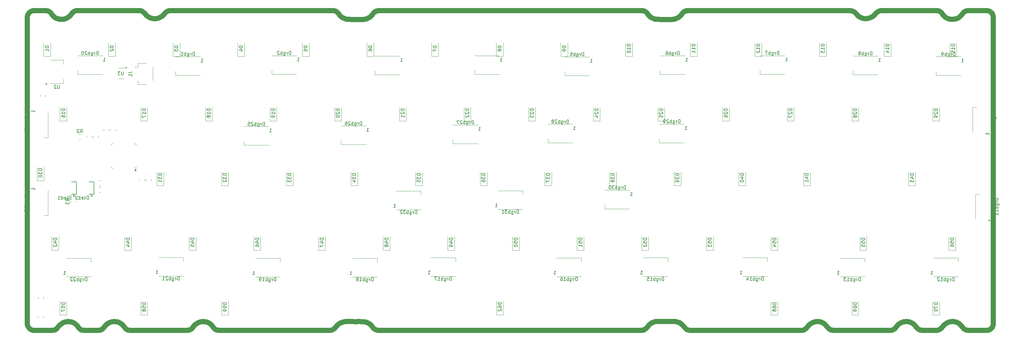
<source format=gbr>
%TF.GenerationSoftware,KiCad,Pcbnew,8.99.0-946-gf00a1ab517*%
%TF.CreationDate,2024-06-06T17:08:16+07:00*%
%TF.ProjectId,Sebas_nuxros,53656261-735f-46e7-9578-726f732e6b69,rev?*%
%TF.SameCoordinates,Original*%
%TF.FileFunction,Legend,Bot*%
%TF.FilePolarity,Positive*%
%FSLAX46Y46*%
G04 Gerber Fmt 4.6, Leading zero omitted, Abs format (unit mm)*
G04 Created by KiCad (PCBNEW 8.99.0-946-gf00a1ab517) date 2024-06-06 17:08:16*
%MOMM*%
%LPD*%
G01*
G04 APERTURE LIST*
%ADD10C,1.500000*%
%ADD11C,0.500000*%
%ADD12C,0.150000*%
%ADD13C,0.120000*%
G04 APERTURE END LIST*
D10*
X197936758Y-118055930D02*
X197936758Y-118055914D01*
X183730492Y-118070001D02*
X183730492Y-118042607D01*
X279889645Y-118070001D02*
X285310006Y-118070001D01*
X266296984Y-118070001D02*
X270577395Y-118070001D01*
X279602214Y-118049241D02*
X279889645Y-118070001D01*
X279320750Y-117987386D02*
X279602214Y-118049241D01*
X278684059Y-117659278D02*
X279320750Y-117987386D01*
X278196508Y-117134562D02*
X278684059Y-117659278D01*
X277736884Y-116551491D02*
X278196508Y-117134562D01*
X277164612Y-116078488D02*
X277736884Y-116551491D01*
X276328937Y-115678580D02*
X277164612Y-116078488D01*
X275419394Y-115502482D02*
X276328937Y-115678580D01*
X274496303Y-115581117D02*
X275419394Y-115502482D01*
X273622926Y-115890134D02*
X274496303Y-115581117D01*
X272866935Y-116425632D02*
X273622926Y-115890134D01*
X272377685Y-116982683D02*
X272866935Y-116425632D01*
X271897789Y-117572206D02*
X272377685Y-116982683D01*
X271146294Y-117987396D02*
X271897789Y-117572206D01*
X270577395Y-118070001D02*
X271146294Y-117987396D01*
X266009553Y-118049241D02*
X266296984Y-118070001D01*
X265728089Y-117987386D02*
X266009553Y-118049241D01*
X265091398Y-117659278D02*
X265728089Y-117987386D01*
X264603847Y-117134562D02*
X265091398Y-117659278D01*
X264144223Y-116551491D02*
X264603847Y-117134562D01*
X263571951Y-116078488D02*
X264144223Y-116551491D01*
X262736276Y-115678580D02*
X263571951Y-116078488D01*
X261826733Y-115502482D02*
X262736276Y-115678580D01*
X260903642Y-115581117D02*
X261826733Y-115502482D01*
X260030265Y-115890134D02*
X260903642Y-115581117D01*
X259274274Y-116425632D02*
X260030265Y-115890134D01*
X258785024Y-116982683D02*
X259274274Y-116425632D01*
X258305128Y-117572206D02*
X258785024Y-116982683D01*
X257553633Y-117987396D02*
X258305128Y-117572206D01*
X256984734Y-118070001D02*
X257553633Y-117987396D01*
X239817053Y-118049241D02*
X240104484Y-118070001D01*
X239535589Y-117987386D02*
X239817053Y-118049241D01*
X238898898Y-117659278D02*
X239535589Y-117987386D01*
X238411347Y-117134562D02*
X238898898Y-117659278D01*
X237951723Y-116551491D02*
X238411347Y-117134562D01*
X237379451Y-116078488D02*
X237951723Y-116551491D01*
X236543776Y-115678580D02*
X237379451Y-116078488D01*
X235634233Y-115502482D02*
X236543776Y-115678580D01*
X234711142Y-115581118D02*
X235634233Y-115502482D01*
X233837765Y-115890134D02*
X234711142Y-115581118D01*
X233081774Y-116425632D02*
X233837765Y-115890134D01*
X232592524Y-116982684D02*
X233081774Y-116425632D01*
X232112628Y-117572206D02*
X232592524Y-116982684D01*
X231361133Y-117987396D02*
X232112628Y-117572206D01*
X230792234Y-118070001D02*
X231361133Y-117987396D01*
X197919300Y-118053506D02*
X197936758Y-118055930D01*
X197491148Y-118001784D02*
X197919300Y-118053506D01*
X196954652Y-117799523D02*
X197491148Y-118001784D01*
X196497845Y-117453021D02*
X196954652Y-117799523D01*
X196226175Y-117118085D02*
X196497845Y-117453021D01*
X195868241Y-116651905D02*
X196226175Y-117118085D01*
X195284832Y-116130753D02*
X195868241Y-116651905D01*
X194781368Y-115827504D02*
X195284832Y-116130753D01*
X194230321Y-115623093D02*
X194781368Y-115827504D01*
X191887180Y-115481084D02*
X193439088Y-115489402D01*
X194230321Y-115623093D01*
X188289808Y-115481048D02*
X189859862Y-115474388D01*
X191434220Y-115486265D01*
X191887180Y-115481084D01*
X187898044Y-115503038D02*
X188289808Y-115481048D01*
X187511203Y-115568739D02*
X187898044Y-115503038D01*
X186599893Y-115922318D02*
X187511203Y-115568739D01*
X185815489Y-116505599D02*
X186599893Y-115922318D01*
X185326819Y-117118067D02*
X185815489Y-116505599D01*
X184954058Y-117555688D02*
X185326819Y-117118067D01*
X184202572Y-117970877D02*
X184954058Y-117555688D01*
X183730492Y-118042607D02*
X184202572Y-117970877D01*
X106092762Y-118080900D02*
X106189571Y-118070001D01*
X105664610Y-118029178D02*
X106092762Y-118080900D01*
X105128114Y-117826917D02*
X105664610Y-118029178D01*
X104671307Y-117480415D02*
X105128114Y-117826917D01*
X104399637Y-117145479D02*
X104671307Y-117480415D01*
X104041703Y-116679299D02*
X104399637Y-117145479D01*
X103458294Y-116158147D02*
X104041703Y-116679299D01*
X102954830Y-115854898D02*
X103458294Y-116158147D01*
X102403783Y-115650487D02*
X102954830Y-115854898D01*
X100060642Y-115508479D02*
X101612550Y-115516800D01*
X102403783Y-115650487D01*
X96463270Y-115508442D02*
X98033324Y-115501781D01*
X99607682Y-115513659D01*
X100060642Y-115508479D01*
X96071506Y-115530432D02*
X96463270Y-115508442D01*
X95684665Y-115596133D02*
X96071506Y-115530432D01*
X94773355Y-115949712D02*
X95684665Y-115596133D01*
X93988951Y-116532993D02*
X94773355Y-115949712D01*
X93500281Y-117145461D02*
X93988951Y-116532993D01*
X93127520Y-117583082D02*
X93500281Y-117145461D01*
X92376034Y-117998271D02*
X93127520Y-117583082D01*
X91903954Y-118070001D02*
X92376034Y-117998271D01*
X279711313Y-23883079D02*
X279892370Y-23870001D01*
X279323235Y-23952670D02*
X279711313Y-23883079D01*
X278801159Y-24193886D02*
X279323235Y-23952670D01*
X278470414Y-24470946D02*
X278801159Y-24193886D01*
X278198782Y-24806160D02*
X278470414Y-24470946D01*
X277905145Y-25185340D02*
X278198782Y-24806160D01*
X277667791Y-25455783D02*
X277905145Y-25185340D01*
X277373212Y-25727016D02*
X277667791Y-25455783D01*
X276846221Y-26051523D02*
X277373212Y-25727016D01*
X276265745Y-26284752D02*
X276846221Y-26051523D01*
X275912648Y-26353534D02*
X276265745Y-26284752D01*
X275605856Y-26419764D02*
X275912648Y-26353534D01*
X275151680Y-26419764D02*
X275605856Y-26419764D01*
X274864148Y-26419764D02*
X275151680Y-26419764D01*
X274528888Y-26360794D02*
X274864148Y-26419764D01*
X274256406Y-26301971D02*
X274528888Y-26360794D01*
X273962565Y-26204945D02*
X274256406Y-26301971D01*
X273623782Y-26051522D02*
X273962565Y-26204945D01*
X273303191Y-25863018D02*
X273623782Y-26051522D01*
X273064070Y-25685779D02*
X273303191Y-25863018D01*
X272867614Y-25515605D02*
X273064070Y-25685779D01*
X272688657Y-25328177D02*
X272867614Y-25515605D01*
X272420340Y-25022455D02*
X272688657Y-25328177D01*
X272328597Y-24892309D02*
X272420340Y-25022455D01*
X272185943Y-24689941D02*
X272328597Y-24892309D01*
X271999566Y-24470971D02*
X272185943Y-24689941D01*
X271668821Y-24193921D02*
X271999566Y-24470971D01*
X271416504Y-24054449D02*
X271668821Y-24193921D01*
X271146756Y-23952702D02*
X271416504Y-24054449D01*
X270865182Y-23890793D02*
X271146756Y-23952702D01*
X270577633Y-23870001D02*
X270865182Y-23890793D01*
X253718178Y-23945920D02*
X254263996Y-23870001D01*
X253213799Y-24167916D02*
X253718178Y-23945920D01*
X252889236Y-24423982D02*
X253213799Y-24167916D01*
X252502260Y-24884076D02*
X252889236Y-24423982D01*
X252127095Y-25304333D02*
X252502260Y-24884076D01*
X251360492Y-25843271D02*
X252127095Y-25304333D01*
X250481739Y-26168732D02*
X251360492Y-25843271D01*
X249735059Y-26249307D02*
X250481739Y-26168732D01*
X248807103Y-26118809D02*
X249735059Y-26249307D01*
X248109626Y-25843270D02*
X248807103Y-26118809D01*
X247486988Y-25425278D02*
X248109626Y-25843270D01*
X246967857Y-24884076D02*
X247486988Y-25425278D01*
X246580875Y-24423992D02*
X246967857Y-24884076D01*
X246368550Y-24248387D02*
X246580875Y-24423992D01*
X245881870Y-23992711D02*
X246368550Y-24248387D01*
X245206122Y-23870001D02*
X245881870Y-23992711D01*
X184013603Y-23890756D02*
X183725975Y-23870001D01*
X184565064Y-24054496D02*
X184013603Y-23890756D01*
X184817430Y-24194044D02*
X184565064Y-24054496D01*
X184932267Y-24281240D02*
X184817430Y-24194044D01*
X185148205Y-24471240D02*
X184932267Y-24281240D01*
X185337395Y-24690322D02*
X185148205Y-24471240D01*
X185419839Y-24806599D02*
X185337395Y-24690322D01*
X185533391Y-24966750D02*
X185419839Y-24806599D01*
X185646944Y-25126901D02*
X185533391Y-24966750D01*
X185777714Y-25273331D02*
X185646944Y-25126901D01*
X185908484Y-25419761D02*
X185777714Y-25273331D01*
X186054832Y-25550622D02*
X185908484Y-25419761D01*
X186201180Y-25681483D02*
X186054832Y-25550622D01*
X186382404Y-25810135D02*
X186201180Y-25681483D01*
X186521350Y-25908773D02*
X186382404Y-25810135D01*
X186693157Y-26003772D02*
X186521350Y-25908773D01*
X186864964Y-26098771D02*
X186693157Y-26003772D01*
X187046330Y-26173928D02*
X186864964Y-26098771D01*
X187274281Y-26255328D02*
X187046330Y-26173928D01*
X187442091Y-26303694D02*
X187274281Y-26255328D01*
X187665742Y-26368153D02*
X187442091Y-26303694D01*
X187798529Y-26390723D02*
X187665742Y-26368153D01*
X187854861Y-26400298D02*
X187798529Y-26390723D01*
X187992076Y-26423621D02*
X187854861Y-26400298D01*
X188188089Y-26434633D02*
X187992076Y-26423621D01*
X192584102Y-26445645D02*
X191074263Y-26471976D01*
X189563525Y-26460990D01*
X188188089Y-26434633D01*
X192976127Y-26423629D02*
X192584102Y-26445645D01*
X193363218Y-26357825D02*
X192976127Y-26423629D01*
X193551860Y-26303452D02*
X193363218Y-26357825D01*
X193740503Y-26249080D02*
X193551860Y-26303452D01*
X193921869Y-26173922D02*
X193740503Y-26249080D01*
X194103235Y-26098763D02*
X193921869Y-26173922D01*
X194275042Y-26003763D02*
X194103235Y-26098763D01*
X194446848Y-25908764D02*
X194275042Y-26003763D01*
X194606934Y-25795120D02*
X194446848Y-25908764D01*
X194767019Y-25681476D02*
X194606934Y-25795120D01*
X195059719Y-25419758D02*
X194767019Y-25681476D01*
X195321265Y-25126904D02*
X195059719Y-25419758D01*
X195548364Y-24806599D02*
X195321265Y-25126904D01*
X195718916Y-24574067D02*
X195548364Y-24806599D01*
X195921124Y-24368469D02*
X195718916Y-24574067D01*
X196150797Y-24194086D02*
X195921124Y-24368469D01*
X196276978Y-24124315D02*
X196150797Y-24194086D01*
X196403159Y-24054544D02*
X196276978Y-24124315D01*
X196538062Y-24003643D02*
X196403159Y-24054544D01*
X196813786Y-23921771D02*
X196538062Y-24003643D01*
X196954606Y-23890799D02*
X196813786Y-23921771D01*
X197242228Y-23870001D02*
X196954606Y-23890799D01*
X92971656Y-23890756D02*
X92684028Y-23870001D01*
X93523117Y-24054496D02*
X92971656Y-23890756D01*
X93775483Y-24194044D02*
X93523117Y-24054496D01*
X93890320Y-24281239D02*
X93775483Y-24194044D01*
X94106258Y-24471240D02*
X93890320Y-24281239D01*
X94295448Y-24690322D02*
X94106258Y-24471240D01*
X94377892Y-24806599D02*
X94295448Y-24690322D01*
X94491445Y-24966750D02*
X94377892Y-24806599D01*
X94604997Y-25126901D02*
X94491445Y-24966750D01*
X94735767Y-25273331D02*
X94604997Y-25126901D01*
X94866537Y-25419761D02*
X94735767Y-25273331D01*
X95012885Y-25550622D02*
X94866537Y-25419761D01*
X95159233Y-25681483D02*
X95012885Y-25550622D01*
X95340457Y-25810135D02*
X95159233Y-25681483D01*
X95479403Y-25908773D02*
X95340457Y-25810135D01*
X95651210Y-26003772D02*
X95479403Y-25908773D01*
X95823017Y-26098771D02*
X95651210Y-26003772D01*
X96004383Y-26173928D02*
X95823017Y-26098771D01*
X96232335Y-26255328D02*
X96004383Y-26173928D01*
X96400144Y-26303694D02*
X96232335Y-26255328D01*
X96623795Y-26368153D02*
X96400144Y-26303694D01*
X96756583Y-26390723D02*
X96623795Y-26368153D01*
X96812915Y-26400298D02*
X96756583Y-26390723D01*
X96950129Y-26423621D02*
X96812915Y-26400298D01*
X97146142Y-26434633D02*
X96950129Y-26423621D01*
X101542155Y-26445645D02*
X100032317Y-26471976D01*
X98521578Y-26460990D01*
X97146142Y-26434633D01*
X101934180Y-26423629D02*
X101542155Y-26445645D01*
X102321271Y-26357825D02*
X101934180Y-26423629D01*
X102509914Y-26303452D02*
X102321271Y-26357825D01*
X102698556Y-26249080D02*
X102509914Y-26303452D01*
X102879922Y-26173922D02*
X102698556Y-26249080D01*
X103061288Y-26098763D02*
X102879922Y-26173922D01*
X103233095Y-26003763D02*
X103061288Y-26098763D01*
X103404901Y-25908764D02*
X103233095Y-26003763D01*
X103564987Y-25795120D02*
X103404901Y-25908764D01*
X103725072Y-25681476D02*
X103564987Y-25795120D01*
X104017772Y-25419758D02*
X103725072Y-25681476D01*
X104279318Y-25126904D02*
X104017772Y-25419758D01*
X104506417Y-24806599D02*
X104279318Y-25126904D01*
X104676969Y-24574067D02*
X104506417Y-24806599D01*
X104879177Y-24368469D02*
X104676969Y-24574067D01*
X105108850Y-24194086D02*
X104879177Y-24368469D01*
X105235031Y-24124315D02*
X105108850Y-24194086D01*
X105361212Y-24054544D02*
X105235031Y-24124315D01*
X105496115Y-24003643D02*
X105361212Y-24054544D01*
X105771839Y-23921771D02*
X105496115Y-24003643D01*
X105912659Y-23890799D02*
X105771839Y-23921771D01*
X106200281Y-23870001D02*
X105912659Y-23890799D01*
X8340272Y-23890775D02*
X8030118Y-23870001D01*
X8621735Y-23952628D02*
X8340272Y-23890775D01*
X8891387Y-24054289D02*
X8621735Y-23952628D01*
X9143629Y-24193648D02*
X8891387Y-24054289D01*
X9373225Y-24367811D02*
X9143629Y-24193648D01*
X9575407Y-24573163D02*
X9373225Y-24367811D01*
X9745978Y-24805440D02*
X9575407Y-24573163D01*
X9960285Y-25109198D02*
X9745978Y-24805440D01*
X10342381Y-25514370D02*
X9960285Y-25109198D01*
X10702133Y-25784780D02*
X10342381Y-25514370D01*
X11043406Y-26037590D02*
X10702133Y-25784780D01*
X11613549Y-26261422D02*
X11043406Y-26037590D01*
X12153442Y-26398091D02*
X11613549Y-26261422D01*
X12455540Y-26410488D02*
X12153442Y-26398091D01*
X12708966Y-26437520D02*
X12455540Y-26410488D01*
X13264491Y-26398091D02*
X12708966Y-26437520D01*
X13670934Y-26305466D02*
X13264491Y-26398091D01*
X14150226Y-26126516D02*
X13670934Y-26305466D01*
X14432633Y-25955691D02*
X14150226Y-26126516D01*
X14789415Y-25750872D02*
X14432633Y-25955691D01*
X15212330Y-25388511D02*
X14789415Y-25750872D01*
X15564801Y-24957319D02*
X15212330Y-25388511D01*
X15811763Y-24650046D02*
X15564801Y-24957319D01*
X15943624Y-24470493D02*
X15811763Y-24650046D01*
X16400431Y-24123976D02*
X15943624Y-24470493D01*
X16735208Y-23966035D02*
X16400431Y-24123976D01*
X17077662Y-23890771D02*
X16735208Y-23966035D01*
X17342367Y-23870001D02*
X17077662Y-23890771D01*
X19032555Y-118049227D02*
X19342709Y-118070001D01*
X18751092Y-117987374D02*
X19032555Y-118049227D01*
X18481440Y-117885713D02*
X18751092Y-117987374D01*
X18229198Y-117746354D02*
X18481440Y-117885713D01*
X17999602Y-117572191D02*
X18229198Y-117746354D01*
X17797420Y-117366839D02*
X17999602Y-117572191D01*
X17626849Y-117134562D02*
X17797420Y-117366839D01*
X17412542Y-116830804D02*
X17626849Y-117134562D01*
X17030446Y-116425632D02*
X17412542Y-116830804D01*
X16670694Y-116155222D02*
X17030446Y-116425632D01*
X16329421Y-115902412D02*
X16670694Y-116155222D01*
X15759278Y-115678580D02*
X16329421Y-115902412D01*
X15219385Y-115541911D02*
X15759278Y-115678580D01*
X14917287Y-115529514D02*
X15219385Y-115541911D01*
X14663861Y-115502482D02*
X14917287Y-115529514D01*
X14108336Y-115541911D02*
X14663861Y-115502482D01*
X13701893Y-115634536D02*
X14108336Y-115541911D01*
X13222601Y-115813486D02*
X13701893Y-115634536D01*
X12940194Y-115984311D02*
X13222601Y-115813486D01*
X12583412Y-116189130D02*
X12940194Y-115984311D01*
X12160497Y-116551491D02*
X12583412Y-116189130D01*
X11808026Y-116982683D02*
X12160497Y-116551491D01*
X11561064Y-117289956D02*
X11808026Y-116982683D01*
X11429203Y-117469508D02*
X11561064Y-117289956D01*
X10972396Y-117816026D02*
X11429203Y-117469508D01*
X10637619Y-117973967D02*
X10972396Y-117816026D01*
X10295165Y-118049231D02*
X10637619Y-117973967D01*
X10030460Y-118070001D02*
X10295165Y-118049231D01*
X32625149Y-118049227D02*
X32935303Y-118070001D01*
X32343686Y-117987374D02*
X32625149Y-118049227D01*
X32074034Y-117885713D02*
X32343686Y-117987374D01*
X31821792Y-117746354D02*
X32074034Y-117885713D01*
X31592196Y-117572191D02*
X31821792Y-117746354D01*
X31390014Y-117366839D02*
X31592196Y-117572191D01*
X31219443Y-117134562D02*
X31390014Y-117366839D01*
X31005136Y-116830804D02*
X31219443Y-117134562D01*
X30623040Y-116425631D02*
X31005136Y-116830804D01*
X30263288Y-116155222D02*
X30623040Y-116425631D01*
X29922015Y-115902412D02*
X30263288Y-116155222D01*
X29351872Y-115678580D02*
X29922015Y-115902412D01*
X28811979Y-115541911D02*
X29351872Y-115678580D01*
X28509881Y-115529514D02*
X28811979Y-115541911D01*
X28256455Y-115502482D02*
X28509881Y-115529514D01*
X27700930Y-115541911D02*
X28256455Y-115502482D01*
X27294487Y-115634536D02*
X27700930Y-115541911D01*
X26815195Y-115813486D02*
X27294487Y-115634536D01*
X26532788Y-115984311D02*
X26815195Y-115813486D01*
X26176006Y-116189130D02*
X26532788Y-115984311D01*
X25753091Y-116551491D02*
X26176006Y-116189130D01*
X25400620Y-116982683D02*
X25753091Y-116551491D01*
X25153658Y-117289956D02*
X25400620Y-116982683D01*
X25021797Y-117469508D02*
X25153658Y-117289956D01*
X24564990Y-117816026D02*
X25021797Y-117469508D01*
X24230213Y-117973967D02*
X24564990Y-117816026D01*
X23887759Y-118049231D02*
X24230213Y-117973967D01*
X23623054Y-118070001D02*
X23887759Y-118049231D01*
X58817649Y-118049227D02*
X59127803Y-118070001D01*
X58536186Y-117987374D02*
X58817649Y-118049227D01*
X58266534Y-117885713D02*
X58536186Y-117987374D01*
X58014292Y-117746354D02*
X58266534Y-117885713D01*
X57784696Y-117572191D02*
X58014292Y-117746354D01*
X57582514Y-117366839D02*
X57784696Y-117572191D01*
X57411943Y-117134562D02*
X57582514Y-117366839D01*
X57197636Y-116830804D02*
X57411943Y-117134562D01*
X56815540Y-116425632D02*
X57197636Y-116830804D01*
X56455788Y-116155222D02*
X56815540Y-116425632D01*
X56114515Y-115902412D02*
X56455788Y-116155222D01*
X55544372Y-115678580D02*
X56114515Y-115902412D01*
X55004479Y-115541911D02*
X55544372Y-115678580D01*
X54702381Y-115529514D02*
X55004479Y-115541911D01*
X54448955Y-115502482D02*
X54702381Y-115529514D01*
X53893430Y-115541911D02*
X54448955Y-115502482D01*
X53486987Y-115634536D02*
X53893430Y-115541911D01*
X53007695Y-115813486D02*
X53486987Y-115634536D01*
X52725288Y-115984311D02*
X53007695Y-115813486D01*
X52368506Y-116189130D02*
X52725288Y-115984311D01*
X51945591Y-116551491D02*
X52368506Y-116189130D01*
X51593120Y-116982683D02*
X51945591Y-116551491D01*
X51346158Y-117289956D02*
X51593120Y-116982683D01*
X51214297Y-117469509D02*
X51346158Y-117289956D01*
X50757490Y-117816027D02*
X51214297Y-117469509D01*
X50422713Y-117973967D02*
X50757490Y-117816027D01*
X50080259Y-118049231D02*
X50422713Y-117973967D01*
X49815554Y-118070001D02*
X50080259Y-118049231D01*
X17342367Y-23870001D02*
X28247000Y-23870001D01*
X28247000Y-23870001D02*
X35655699Y-23870001D01*
X35655699Y-23870001D02*
X35931236Y-23889063D01*
X35931236Y-23889063D02*
X36201517Y-23945913D01*
X36201517Y-23945913D02*
X36461389Y-24039458D01*
X36461389Y-24039458D02*
X36705896Y-24167913D01*
X36705896Y-24167913D02*
X36930374Y-24328828D01*
X36930374Y-24328828D02*
X37130543Y-24519134D01*
X37130543Y-24519134D02*
X37302585Y-24735203D01*
X37302585Y-24735203D02*
X37532283Y-25032949D01*
X37532283Y-25032949D02*
X37792600Y-25304333D01*
X37792600Y-25304333D02*
X38080530Y-25546222D01*
X38080530Y-25546222D02*
X38392750Y-25755823D01*
X38392750Y-25755823D02*
X38725655Y-25930717D01*
X38725655Y-25930717D02*
X39075403Y-26068885D01*
X39075403Y-26068885D02*
X39437956Y-26168732D01*
X39437956Y-26168732D02*
X39809128Y-26229105D01*
X39809128Y-26229105D02*
X40184636Y-26249307D01*
X40184636Y-26249307D02*
X40560143Y-26229105D01*
X40560143Y-26229105D02*
X40931316Y-26168732D01*
X40931316Y-26168732D02*
X41293869Y-26068885D01*
X41293869Y-26068885D02*
X41643617Y-25930718D01*
X41643617Y-25930718D02*
X41976522Y-25755824D01*
X41976522Y-25755824D02*
X42288742Y-25546222D01*
X42288742Y-25546222D02*
X42576672Y-25304333D01*
X42576672Y-25304333D02*
X42836988Y-25032949D01*
X42836988Y-25032949D02*
X43066686Y-24735203D01*
X43066686Y-24735203D02*
X43238710Y-24519119D01*
X43238710Y-24519119D02*
X43438880Y-24328811D01*
X43438880Y-24328811D02*
X43663361Y-24167896D01*
X43663361Y-24167896D02*
X43907872Y-24039444D01*
X43907872Y-24039444D02*
X44167748Y-23945904D01*
X44167748Y-23945904D02*
X44438034Y-23889062D01*
X44438034Y-23889062D02*
X44713573Y-23870001D01*
X44713573Y-23870001D02*
X81228744Y-23870001D01*
X81228744Y-23870001D02*
X92684028Y-23870001D01*
X106200281Y-23870001D02*
X147760000Y-23870001D01*
X147760000Y-23870001D02*
X183725975Y-23870001D01*
X197242228Y-23870001D02*
X214578744Y-23870001D01*
X214578744Y-23870001D02*
X245206122Y-23870001D01*
X254263996Y-23870001D02*
X269347494Y-23870001D01*
X269347494Y-23870001D02*
X270577633Y-23870001D01*
X279892370Y-23870001D02*
X285310006Y-23870001D01*
X285310006Y-23870001D02*
X285594637Y-23890337D01*
X285594637Y-23890337D02*
X285873474Y-23950997D01*
X285873474Y-23950997D02*
X286140839Y-24050721D01*
X286140839Y-24050721D02*
X286391291Y-24187480D01*
X286391291Y-24187480D02*
X286619731Y-24358490D01*
X286619731Y-24358490D02*
X286821509Y-24560270D01*
X286821509Y-24560270D02*
X286992516Y-24788712D01*
X286992516Y-24788712D02*
X287129273Y-25039166D01*
X287129273Y-25039166D02*
X287228994Y-25306533D01*
X287228994Y-25306533D02*
X287289650Y-25585370D01*
X287289650Y-25585370D02*
X287310006Y-25870001D01*
X287310006Y-25870001D02*
X287310006Y-116070001D01*
X287310006Y-116070001D02*
X287289641Y-116354630D01*
X287289641Y-116354630D02*
X287228984Y-116633464D01*
X287228984Y-116633464D02*
X287129262Y-116900828D01*
X287129262Y-116900828D02*
X286992505Y-117151279D01*
X286992505Y-117151279D02*
X286821498Y-117379718D01*
X286821498Y-117379718D02*
X286619721Y-117581495D01*
X286619721Y-117581495D02*
X286391283Y-117752503D01*
X286391283Y-117752503D02*
X286140832Y-117889261D01*
X286140832Y-117889261D02*
X285873469Y-117988984D01*
X285873469Y-117988984D02*
X285594635Y-118049642D01*
X285594635Y-118049642D02*
X285310006Y-118070001D01*
X256984734Y-118070001D02*
X254916251Y-118070001D01*
X254916251Y-118070001D02*
X240104484Y-118070001D01*
X230792234Y-118070001D02*
X216784998Y-118070001D01*
X216784998Y-118070001D02*
X197936758Y-118055914D01*
X183730492Y-118070001D02*
X147760006Y-118070001D01*
X147760006Y-118070001D02*
X106189571Y-118070001D01*
X91903954Y-118070001D02*
X78735003Y-118070001D01*
X78735003Y-118070001D02*
X59127803Y-118070001D01*
X49815554Y-118070001D02*
X35765751Y-118070001D01*
X35765751Y-118070001D02*
X32935303Y-118070001D01*
X23623054Y-118070001D02*
X19342709Y-118070001D01*
X10030460Y-118070001D02*
X4609994Y-118070001D01*
X4609994Y-118070001D02*
X4325365Y-118049633D01*
X4325365Y-118049633D02*
X4046530Y-117988977D01*
X4046530Y-117988977D02*
X3779166Y-117889256D01*
X3779166Y-117889256D02*
X3528715Y-117752500D01*
X3528715Y-117752500D02*
X3300275Y-117581493D01*
X3300275Y-117581493D02*
X3098498Y-117379717D01*
X3098498Y-117379717D02*
X2927490Y-117151278D01*
X2927490Y-117151278D02*
X2790732Y-116900828D01*
X2790732Y-116900828D02*
X2691010Y-116633464D01*
X2691010Y-116633464D02*
X2630352Y-116354630D01*
X2630352Y-116354630D02*
X2609994Y-116070001D01*
X2609994Y-116070001D02*
X2609994Y-25870001D01*
X2609994Y-25870001D02*
X2630355Y-25585371D01*
X2630355Y-25585371D02*
X2691011Y-25306536D01*
X2691011Y-25306536D02*
X2790732Y-25039171D01*
X2790732Y-25039171D02*
X2927489Y-24788719D01*
X2927489Y-24788719D02*
X3098496Y-24560279D01*
X3098496Y-24560279D02*
X3300273Y-24358501D01*
X3300273Y-24358501D02*
X3528713Y-24187493D01*
X3528713Y-24187493D02*
X3779164Y-24050736D01*
X3779164Y-24050736D02*
X4046529Y-23951014D01*
X4046529Y-23951014D02*
X4325364Y-23890358D01*
X4325364Y-23890358D02*
X4609994Y-23870001D01*
X4609994Y-23870001D02*
X8030118Y-23870001D01*
D11*
X247364211Y-25334332D02*
X247103894Y-25062948D01*
X105123781Y-24224085D02*
X104894108Y-24398468D01*
X287150450Y-116930827D02*
X287250172Y-116663463D01*
X184590211Y-117915728D02*
X184842450Y-117776372D01*
X276526633Y-115766836D02*
X276865302Y-115920134D01*
X94020087Y-24398434D02*
X93790414Y-24224043D01*
X104688211Y-117396844D02*
X104890396Y-117602186D01*
X186546126Y-116063727D02*
X186889571Y-115873975D01*
X230813422Y-118100000D02*
X231100855Y-118079245D01*
X253479494Y-24069462D02*
X253234987Y-24197915D01*
X257844476Y-117915734D02*
X258096720Y-117776373D01*
X13788831Y-115650395D02*
X14152209Y-115571984D01*
X286640919Y-24388489D02*
X286412479Y-24217479D01*
X252810339Y-24549134D02*
X252638297Y-24765202D01*
X261106522Y-115571911D02*
X261476172Y-115532482D01*
X12892139Y-26469494D02*
X12520235Y-26469494D01*
X252638297Y-24765202D02*
X252408599Y-25062948D01*
X97357086Y-26475644D02*
X96965060Y-26453620D01*
X11744767Y-117164588D02*
X11959076Y-116860839D01*
X271437129Y-117915719D02*
X271689371Y-117776358D01*
X39830316Y-26259104D02*
X39459144Y-26198731D01*
X94106948Y-116552093D02*
X94399577Y-116290691D01*
X265749277Y-118017385D02*
X266030741Y-118079240D01*
X264795606Y-117396840D02*
X264997788Y-117602194D01*
X196171982Y-24224084D02*
X195942308Y-24398467D01*
X195569550Y-24836601D02*
X195342461Y-25156916D01*
X232720866Y-116860804D02*
X232966183Y-116581490D01*
X273024902Y-116329772D02*
X273323615Y-116108488D01*
X263891852Y-116329772D02*
X264165410Y-116581491D01*
X35676887Y-23900000D02*
X17363555Y-23900000D01*
X11959076Y-116860839D02*
X12204393Y-116581533D01*
X104691900Y-24604066D02*
X104521348Y-24836598D01*
X277188001Y-25893017D02*
X276867409Y-26081522D01*
X91925142Y-118100000D02*
X92212571Y-118079230D01*
X259432241Y-116329772D02*
X259730954Y-116108487D01*
X271690009Y-24223920D02*
X271437692Y-24084448D01*
X233538454Y-116108487D02*
X233858953Y-115920133D01*
X27028441Y-115766836D02*
X27381458Y-115650323D01*
X184586243Y-24084498D02*
X184316430Y-23982697D01*
X239556777Y-118017385D02*
X239838241Y-118079240D01*
X236388455Y-115650323D02*
X236741473Y-115766835D01*
X278003389Y-116860803D02*
X278217696Y-117164561D01*
X185671932Y-116844646D02*
X185933457Y-116552131D01*
X253234987Y-24197915D02*
X253010509Y-24358829D01*
X16042729Y-24398219D02*
X15840534Y-24603728D01*
X248647014Y-26098884D02*
X248297266Y-25960716D01*
X26070561Y-116329771D02*
X26369274Y-116108487D01*
X277486780Y-25671560D02*
X277188001Y-25893017D01*
X276173616Y-115650324D02*
X276526633Y-115766836D01*
X285615825Y-23920336D02*
X285331194Y-23900000D01*
X266030741Y-118079240D02*
X266318172Y-118100000D01*
X49836742Y-118100000D02*
X50124171Y-118079230D01*
X194468052Y-25938792D02*
X194124435Y-26128789D01*
X41315057Y-26098884D02*
X40952504Y-26198731D01*
X287013693Y-117181278D02*
X287150450Y-116930827D01*
X43684549Y-24197895D02*
X43460068Y-24358810D01*
X279072269Y-117915767D02*
X279341926Y-118017434D01*
X275070238Y-26469494D02*
X274700433Y-26430032D01*
X95425606Y-115723822D02*
X95802662Y-115615233D01*
X249009567Y-26198731D02*
X248647014Y-26098884D01*
X184320563Y-118017387D02*
X184590211Y-117915728D01*
X104890396Y-117602186D02*
X105119991Y-117776341D01*
X252408599Y-25062948D02*
X252148283Y-25334332D01*
X4067718Y-118018976D02*
X4346553Y-118079632D01*
X95174164Y-25711482D02*
X94881468Y-25449760D01*
X196424345Y-24084542D02*
X196171982Y-24224084D01*
X185274225Y-117396868D02*
X185444795Y-117164596D01*
X32956491Y-118100000D02*
X49836742Y-118100000D01*
X4631182Y-118100000D02*
X10051648Y-118100000D01*
X278590431Y-117602222D02*
X278820025Y-117776398D01*
X276175476Y-26351554D02*
X275811946Y-26430032D01*
X37151731Y-24549133D02*
X36951562Y-24358827D01*
X2948678Y-117181277D02*
X3119686Y-117409716D01*
X278005694Y-25140130D02*
X277760374Y-25419649D01*
X186226081Y-116290730D02*
X186546126Y-116063727D01*
X236741473Y-115766835D02*
X237080141Y-115920133D01*
X279623395Y-118079288D02*
X279910832Y-118100000D01*
X197749454Y-118079231D02*
X198036885Y-118100000D01*
X271167944Y-23982701D02*
X270886370Y-23920792D01*
X3119684Y-24590278D02*
X2948677Y-24818718D01*
X40952504Y-26198731D02*
X40581331Y-26259104D01*
X185072043Y-117602214D02*
X185274225Y-117396868D01*
X9956682Y-25140130D02*
X9742406Y-24836159D01*
X271167477Y-118017383D02*
X271437129Y-117915719D01*
X275440582Y-115532482D02*
X275810232Y-115571911D01*
X103076219Y-26128762D02*
X102713487Y-26279079D01*
X276867409Y-26081522D02*
X276528626Y-26234945D01*
X4346553Y-118079632D02*
X4631182Y-118100000D01*
X15263241Y-115571984D02*
X15626619Y-115650395D01*
X55048391Y-115571910D02*
X55411775Y-115650323D01*
X263272640Y-115920134D02*
X263593138Y-116108488D01*
X31865704Y-117776353D02*
X32117946Y-117915712D01*
X246874196Y-24765202D02*
X246702149Y-24549141D01*
X11094967Y-26081521D02*
X10774376Y-25893017D01*
X37813788Y-25334332D02*
X37553471Y-25062948D01*
X93268236Y-23982694D02*
X92986587Y-23920755D01*
X186222341Y-25711501D02*
X185929638Y-25449783D01*
X42597860Y-25334332D02*
X42309930Y-25576221D01*
X29219275Y-115650323D02*
X29572293Y-115766835D01*
X8617949Y-23982661D02*
X8336371Y-23920749D01*
X50675281Y-117915706D02*
X50927522Y-117776345D01*
X238603106Y-117396840D02*
X238805288Y-117602194D01*
X273644114Y-115920134D02*
X273982782Y-115766836D01*
X12204393Y-116581533D02*
X12477950Y-116329822D01*
X41997710Y-25785823D02*
X41664805Y-25960717D01*
X51989503Y-116581490D02*
X52263061Y-116329771D01*
X92698959Y-23900000D02*
X44734761Y-23900000D01*
X105641878Y-118017351D02*
X105923335Y-118079204D01*
X195242364Y-116063685D02*
X195562421Y-116290690D01*
X186542516Y-25938788D02*
X186222341Y-25711501D01*
X10475597Y-25671559D02*
X10202002Y-25419649D01*
X286412471Y-117782502D02*
X286640909Y-117611494D01*
X231651976Y-117915734D02*
X231904220Y-117776373D01*
X258096720Y-117776373D02*
X258326316Y-117602205D01*
X17211057Y-116581533D02*
X17456374Y-116860839D01*
X103416269Y-116063747D02*
X103736313Y-116290747D01*
X196975794Y-23920798D02*
X196694152Y-23982741D01*
X13097155Y-115920197D02*
X13435819Y-115766904D01*
X105923335Y-118079204D02*
X106210759Y-118100000D01*
X93015922Y-117776345D02*
X93245517Y-117602182D01*
X194536372Y-115723819D02*
X194898909Y-115873933D01*
X93790414Y-24224043D02*
X93538048Y-24084495D01*
X235283673Y-115532481D02*
X235655421Y-115532481D01*
X2651543Y-25615370D02*
X2631182Y-25900000D01*
X102713487Y-26279079D02*
X102336202Y-26387824D01*
X10890191Y-117915737D02*
X11142435Y-117776382D01*
X28855891Y-115571910D02*
X29219275Y-115650323D01*
X254009648Y-23919070D02*
X253739366Y-23975919D01*
X272291719Y-117164561D02*
X272506027Y-116860804D01*
X30803731Y-116581490D02*
X31049048Y-116860803D01*
X43087874Y-24765202D02*
X42858176Y-25062948D01*
X247103894Y-25062948D02*
X246874196Y-24765202D01*
X192997313Y-26453623D02*
X192605284Y-26475652D01*
X96577967Y-26387825D02*
X96200680Y-26279085D01*
X95802662Y-115615233D02*
X96189503Y-115549532D01*
X257574821Y-118017395D02*
X257844476Y-117915734D01*
X104294249Y-25156903D02*
X104032703Y-25449757D01*
X94392823Y-24836598D02*
X94222291Y-24604044D01*
X14893596Y-115532557D02*
X15263241Y-115571984D01*
X30530173Y-116329771D02*
X30803731Y-116581490D01*
X266318172Y-118100000D02*
X270598583Y-118100000D01*
X51529878Y-117164561D02*
X51744186Y-116860804D01*
X246702149Y-24549141D02*
X246501977Y-24358841D01*
X54306993Y-115532481D02*
X54678741Y-115532481D01*
X249756247Y-26279306D02*
X249380739Y-26259104D01*
X252148283Y-25334332D02*
X251860353Y-25576221D01*
X44459222Y-23919061D02*
X44188936Y-23975903D01*
X262580955Y-115650324D02*
X262933972Y-115766836D01*
X278217696Y-117164561D02*
X278388256Y-117396854D01*
X15455691Y-25140130D02*
X15210371Y-25419649D01*
X196694152Y-23982741D02*
X196424345Y-24084542D01*
X12150430Y-26430032D02*
X11786901Y-26351554D01*
X44188936Y-23975903D02*
X43929060Y-24069443D01*
X10339077Y-118079243D02*
X10620539Y-118017394D01*
X2631182Y-116100000D02*
X2651540Y-116384629D01*
X193380692Y-115527542D02*
X193772462Y-115549528D01*
X50405631Y-118017371D02*
X50675281Y-117915706D01*
X187248870Y-26279096D02*
X186886134Y-26128784D01*
X2712198Y-116663463D02*
X2811920Y-116930827D01*
X185668091Y-25156927D02*
X185441019Y-24836601D01*
X286842686Y-117409717D02*
X287013693Y-117181278D01*
X279341926Y-118017434D02*
X279623395Y-118079288D01*
X17841249Y-117396868D02*
X18043427Y-117602223D01*
X53220941Y-115766836D02*
X53573958Y-115650323D01*
X57241548Y-116860803D02*
X57455855Y-117164561D01*
X185929638Y-25449783D02*
X185668091Y-25156927D01*
X19076373Y-118079264D02*
X19363802Y-118100000D01*
X16937500Y-116329822D02*
X17211057Y-116581533D01*
X29910961Y-115920133D02*
X30231459Y-116108487D01*
X278822347Y-24223885D02*
X278592701Y-24398189D01*
X101949111Y-26453628D02*
X101557086Y-26475644D01*
X258326316Y-117602205D02*
X258528496Y-117396847D01*
X188015985Y-115549567D02*
X188407745Y-115527638D01*
X270886370Y-23920792D02*
X270598821Y-23900000D01*
X185933457Y-116552131D02*
X186226081Y-116290730D01*
X101557086Y-26475644D02*
X97357086Y-26475644D01*
X274335799Y-115650324D02*
X274699183Y-115571911D01*
X39459144Y-26198731D02*
X39096591Y-26098884D01*
X94719627Y-116063687D02*
X95063076Y-115873936D01*
X92763681Y-117915706D02*
X93015922Y-117776345D01*
X104521348Y-24836598D02*
X104294249Y-25156903D01*
X104290463Y-116844653D02*
X104517634Y-117164579D01*
X276865302Y-115920134D02*
X277185800Y-116108487D01*
X237972911Y-116581490D02*
X238218228Y-116860803D01*
X185444795Y-117164596D02*
X185671932Y-116844646D01*
X52882273Y-115920133D02*
X53220941Y-115766836D01*
X258913366Y-116860804D02*
X259158683Y-116581490D01*
X257005922Y-118100000D02*
X257293355Y-118079245D01*
X234197621Y-115766836D02*
X234550638Y-115650323D01*
X27744842Y-115571910D02*
X28114493Y-115532481D01*
X11433750Y-26234944D02*
X11094967Y-26081521D01*
X272506027Y-116860804D02*
X272751344Y-116581490D01*
X31049048Y-116860803D02*
X31263355Y-117164561D01*
X274699183Y-115571911D02*
X275068834Y-115532482D01*
X93245517Y-117602182D02*
X93447701Y-117396833D01*
X287250182Y-25336532D02*
X287150461Y-25069165D01*
X258699058Y-117164561D02*
X258913366Y-116860804D01*
X14317406Y-26081522D02*
X13978623Y-26234945D01*
X275442142Y-26469494D02*
X275070238Y-26469494D01*
X4067717Y-23981013D02*
X3800352Y-24080735D01*
X277758072Y-116581490D02*
X278003389Y-116860803D01*
X188407745Y-115527638D02*
X193380692Y-115527542D01*
X32669061Y-118079226D02*
X32956491Y-118100000D01*
X40581331Y-26259104D02*
X40205824Y-26279306D01*
X30231459Y-116108487D02*
X30530173Y-116329771D01*
X14637998Y-25893017D02*
X14317406Y-26081522D01*
X285894662Y-23980996D02*
X285615825Y-23920336D01*
X272751344Y-116581490D02*
X273024902Y-116329772D01*
X101554666Y-115527592D02*
X101946423Y-115549585D01*
X245227310Y-23900000D02*
X197263416Y-23900000D01*
X94619928Y-25156900D02*
X94392823Y-24836598D01*
X239838241Y-118079240D02*
X240125672Y-118100000D01*
X53937342Y-115571910D02*
X54306993Y-115532481D01*
X54678741Y-115532481D02*
X55048391Y-115571910D01*
X57455855Y-117164561D02*
X57626426Y-117396838D01*
X36482577Y-24069457D02*
X36222705Y-23975912D01*
X43460068Y-24358810D02*
X43259898Y-24549118D01*
X104032703Y-25449757D02*
X103740003Y-25711475D01*
X10202002Y-25419649D02*
X9956682Y-25140130D01*
X286412479Y-24217479D02*
X286162027Y-24080720D01*
X17456374Y-116860839D02*
X17670683Y-117164588D01*
X17670683Y-117164588D02*
X17841249Y-117396868D01*
X25551686Y-116860804D02*
X25797003Y-116581490D01*
X31433926Y-117396838D02*
X31636108Y-117602190D01*
X105927590Y-23920798D02*
X105645949Y-23982742D01*
X186886134Y-26128784D02*
X186542516Y-25938788D01*
X263593138Y-116108488D02*
X263891852Y-116329772D01*
X233239741Y-116329771D02*
X233538454Y-116108487D01*
X58861561Y-118079226D02*
X59148991Y-118100000D01*
X273025600Y-25671559D02*
X272752005Y-25419649D01*
X8887699Y-24084413D02*
X8617949Y-23982661D01*
X13978623Y-26234945D02*
X13625473Y-26351554D01*
X95063076Y-115873936D02*
X95425606Y-115723822D01*
X239034883Y-117776359D02*
X239287125Y-117915721D01*
X264997788Y-117602194D02*
X265227383Y-117776359D01*
X4346552Y-23920357D02*
X4067717Y-23981013D01*
X195740100Y-24604066D02*
X195569550Y-24836601D01*
X39096591Y-26098884D02*
X38746843Y-25960716D01*
X237699353Y-116329771D02*
X237972911Y-116581490D01*
X27381458Y-115650323D02*
X27744842Y-115571910D01*
X275068834Y-115532482D02*
X275440582Y-115532482D01*
X36951562Y-24358827D02*
X36727084Y-24197912D01*
X24482799Y-117915733D02*
X24735046Y-117776375D01*
X40205824Y-26279306D02*
X39830316Y-26259104D01*
X23931676Y-118079243D02*
X24213143Y-118017393D01*
X276528626Y-26234945D02*
X276175476Y-26351554D01*
X239287125Y-117915721D02*
X239556777Y-118017385D01*
X257293355Y-118079245D02*
X257574821Y-118017395D01*
X11786901Y-26351554D02*
X11433750Y-26234944D01*
X232966183Y-116581490D02*
X233239741Y-116329771D01*
X259730954Y-116108487D02*
X260051453Y-115920134D01*
X38746843Y-25960716D02*
X38413938Y-25785822D01*
X183747153Y-23900000D02*
X106215212Y-23900000D01*
X13625473Y-26351554D02*
X13261943Y-26430032D01*
X187626160Y-26387834D02*
X187248870Y-26279096D01*
X258528496Y-117396847D02*
X258699058Y-117164561D01*
X185441019Y-24836601D02*
X185270487Y-24604047D01*
X275811946Y-26430032D02*
X275442142Y-26469494D01*
X195080922Y-25449778D02*
X194788224Y-25711502D01*
X93447701Y-117396833D02*
X93618278Y-117164561D01*
X265227383Y-117776359D02*
X265479625Y-117915721D01*
X43929060Y-24069443D02*
X43684549Y-24197895D01*
X240125672Y-118100000D02*
X257005922Y-118100000D01*
X16794432Y-23982692D02*
X16524685Y-24084441D01*
X9140017Y-24223892D02*
X8887699Y-24084413D01*
X96189503Y-115549532D02*
X96581267Y-115527542D01*
X15210371Y-25419649D02*
X14936777Y-25671560D01*
X53573958Y-115650323D02*
X53937342Y-115571910D01*
X38101718Y-25576221D02*
X37813788Y-25334332D01*
X271689371Y-117776358D02*
X271918967Y-117602193D01*
X250865480Y-26098884D02*
X250502927Y-26198731D01*
X36727084Y-24197912D02*
X36482577Y-24069457D01*
X32117946Y-117915712D02*
X32387598Y-118017373D01*
X231904220Y-117776373D02*
X232133816Y-117602205D01*
X277185800Y-116108487D02*
X277484514Y-116329771D01*
X246501977Y-24358841D02*
X246277498Y-24197932D01*
X3549901Y-24217492D02*
X3321461Y-24388500D01*
X15626619Y-115650395D02*
X15979631Y-115766904D01*
X11142435Y-117776382D02*
X11372032Y-117602224D01*
X52561774Y-116108487D02*
X52882273Y-115920133D01*
X103419832Y-25938763D02*
X103076219Y-26128762D01*
X105376143Y-24084543D02*
X105123781Y-24224085D01*
X264410726Y-116860804D02*
X264625035Y-117164561D01*
X55764793Y-115766835D02*
X56103461Y-115920133D01*
X57626426Y-117396838D02*
X57828608Y-117602190D01*
X250131754Y-26259104D02*
X249756247Y-26279306D01*
X246032993Y-24069481D02*
X245773123Y-23975939D01*
X15979631Y-115766904D02*
X16318295Y-115920197D01*
X193772462Y-115549528D02*
X194159310Y-115615229D01*
X52263061Y-116329771D02*
X52561774Y-116108487D01*
X237400639Y-116108487D02*
X237699353Y-116329771D01*
X188405284Y-26475652D02*
X188013255Y-26453628D01*
X261476172Y-115532482D02*
X261847920Y-115532482D01*
X103740003Y-25711475D02*
X103419832Y-25938763D01*
X94881468Y-25449760D02*
X94619928Y-25156900D01*
X51744186Y-116860804D02*
X51989503Y-116581490D01*
X95837948Y-26128770D02*
X95494334Y-25938772D01*
X286842697Y-24590269D02*
X286640919Y-24388489D01*
X16524685Y-24084441D02*
X16272370Y-24223916D01*
X287310838Y-25615369D02*
X287250182Y-25336532D01*
X18043427Y-117602223D02*
X18273020Y-117776389D01*
X92986587Y-23920755D02*
X92698959Y-23900000D01*
X94222291Y-24604044D02*
X94020087Y-24398434D01*
X32387598Y-118017373D02*
X32669061Y-118079226D01*
X286162020Y-117919260D02*
X286412471Y-117782502D01*
X274700433Y-26430032D02*
X274336904Y-26351554D01*
X25337378Y-117164561D02*
X25551686Y-116860804D01*
X96200680Y-26279085D02*
X95837948Y-26128770D01*
X102336202Y-26387824D02*
X101949111Y-26453628D01*
X43259898Y-24549118D02*
X43087874Y-24765202D01*
X274336904Y-26351554D02*
X273983753Y-26234944D01*
X260390121Y-115766836D02*
X260743138Y-115650324D01*
X278219970Y-24836159D02*
X278005694Y-25140130D01*
X13261943Y-26430032D02*
X12892139Y-26469494D01*
X16318295Y-115920197D02*
X16638790Y-116108545D01*
X287150461Y-25069165D02*
X287013704Y-24818711D01*
X265479625Y-117915721D02*
X265749277Y-118017385D01*
X195942308Y-24398467D02*
X195740100Y-24604066D01*
X271919654Y-24398218D02*
X271690009Y-24223920D01*
X278592701Y-24398189D02*
X278390503Y-24603701D01*
X31636108Y-117602190D02*
X31865704Y-117776353D01*
X254285184Y-23900000D02*
X254009648Y-23919070D01*
X279344423Y-23982669D02*
X279074669Y-24084413D01*
X185068283Y-24398437D02*
X184838609Y-24224045D01*
X3321461Y-24388500D02*
X3119684Y-24590278D01*
X231382321Y-118017395D02*
X231651976Y-117915734D01*
X50927522Y-117776345D02*
X51157117Y-117602182D01*
X245502844Y-23919088D02*
X245227310Y-23900000D01*
X42309930Y-25576221D02*
X41997710Y-25785823D01*
X184034781Y-23920759D02*
X183747153Y-23900000D01*
X238218228Y-116860803D02*
X238432535Y-117164561D01*
X238805288Y-117602194D02*
X239034883Y-117776359D01*
X29572293Y-115766835D02*
X29910961Y-115920133D01*
X250502927Y-26198731D02*
X250131754Y-26259104D01*
X194124435Y-26128789D02*
X193761699Y-26279100D01*
X25797003Y-116581490D02*
X26070561Y-116329771D01*
X16638790Y-116108545D02*
X16937500Y-116329822D01*
X14521854Y-115532557D02*
X14893596Y-115532557D01*
X58058204Y-117776353D02*
X58310446Y-117915712D01*
X187629148Y-115615270D02*
X188015985Y-115549567D01*
X262217571Y-115571911D02*
X262580955Y-115650324D01*
X184842450Y-117776372D02*
X185072043Y-117602214D01*
X194159310Y-115615229D02*
X194536372Y-115723819D01*
X12776660Y-116108545D02*
X13097155Y-115920197D01*
X19363802Y-118100000D02*
X23644242Y-118100000D01*
X273644970Y-26081521D02*
X273324379Y-25893017D01*
X238432535Y-117164561D02*
X238603106Y-117396840D01*
X8336371Y-23920749D02*
X8048818Y-23900000D01*
X95494334Y-25938772D02*
X95174164Y-25711482D01*
X3800352Y-24080735D02*
X3549901Y-24217492D01*
X38413938Y-25785822D02*
X38101718Y-25576221D01*
X17363555Y-23900000D02*
X17076006Y-23920783D01*
X102333256Y-115615291D02*
X102710304Y-115723883D01*
X278388256Y-117396854D02*
X278590431Y-117602222D01*
X273324379Y-25893017D02*
X273025600Y-25671559D01*
X12477950Y-116329822D02*
X12776660Y-116108545D01*
X279074669Y-24084413D02*
X278822347Y-24223885D01*
X248297266Y-25960716D02*
X247964361Y-25785822D01*
X105645949Y-23982742D02*
X105376143Y-24084543D01*
X37323773Y-24765202D02*
X37151731Y-24549133D01*
X236025071Y-115571910D02*
X236388455Y-115650323D01*
X8048818Y-23900000D02*
X4631182Y-23900000D01*
X59148991Y-118100000D02*
X91925142Y-118100000D01*
X272121149Y-117396840D02*
X272291719Y-117164561D01*
X96581267Y-115527542D02*
X101554666Y-115527592D01*
X247652141Y-25576221D02*
X247364211Y-25334332D01*
X10774376Y-25893017D02*
X10475597Y-25671559D01*
X50124171Y-118079230D02*
X50405631Y-118017371D01*
X187252097Y-115723861D02*
X187629148Y-115615270D01*
X25166833Y-117396858D02*
X25337378Y-117164561D01*
X279910832Y-118100000D02*
X285331194Y-118100000D01*
X28486241Y-115532481D02*
X28855891Y-115571910D01*
X58580098Y-118017373D02*
X58861561Y-118079226D01*
X279913558Y-23900000D02*
X279626003Y-23920770D01*
X277760374Y-25419649D02*
X277486780Y-25671560D01*
X273323615Y-116108488D02*
X273644114Y-115920134D01*
X17076006Y-23920783D02*
X16794432Y-23982692D01*
X2631182Y-25900000D02*
X2631182Y-116100000D01*
X286640909Y-117611494D02*
X286842686Y-117409717D01*
X270598583Y-118100000D02*
X270886014Y-118079238D01*
X26369274Y-116108487D02*
X26689773Y-115920133D01*
X24213143Y-118017393D02*
X24482799Y-117915733D01*
X198036885Y-118100000D02*
X230813422Y-118100000D01*
X188013255Y-26453628D02*
X187626160Y-26387834D01*
X195855057Y-116552093D02*
X196116593Y-116844610D01*
X37553471Y-25062948D02*
X37323773Y-24765202D01*
X94399577Y-116290691D02*
X94719627Y-116063687D01*
X251548133Y-25785823D02*
X251215228Y-25960717D01*
X231100855Y-118079245D02*
X231382321Y-118017395D01*
X272121854Y-24603721D02*
X271919654Y-24398218D01*
X41664805Y-25960717D02*
X41315057Y-26098884D01*
X3549903Y-117782499D02*
X3800354Y-117919255D01*
X270598821Y-23900000D02*
X254285184Y-23900000D01*
X285615823Y-118079641D02*
X285894657Y-118018983D01*
X286162027Y-24080720D02*
X285894662Y-23980996D01*
X197467991Y-118017377D02*
X197749454Y-118079231D01*
X93845420Y-116844609D02*
X94106948Y-116552093D01*
X58310446Y-117915712D02*
X58580098Y-118017373D01*
X185270487Y-24604047D02*
X185068283Y-24398437D01*
X278820025Y-117776398D02*
X279072269Y-117915767D01*
X261847920Y-115532482D02*
X262217571Y-115571911D01*
X287331194Y-25900000D02*
X287310838Y-25615369D01*
X56996231Y-116581490D02*
X57241548Y-116860803D01*
X251215228Y-25960717D02*
X250865480Y-26098884D01*
X197263416Y-23900000D02*
X196975794Y-23920798D01*
X26689773Y-115920133D02*
X27028441Y-115766836D01*
X2811920Y-25069170D02*
X2712199Y-25336535D01*
X18794911Y-118017412D02*
X19076373Y-118079264D01*
X36222705Y-23975912D02*
X35952424Y-23919062D01*
X57828608Y-117602190D02*
X58058204Y-117776353D01*
X4631182Y-23900000D02*
X4346552Y-23920357D01*
X15669967Y-24836159D02*
X15455691Y-25140130D01*
X105372231Y-117915693D02*
X105641878Y-118017351D01*
X273982782Y-115766836D02*
X274335799Y-115650324D01*
X184316430Y-23982697D02*
X184034781Y-23920759D01*
X3119686Y-117409716D02*
X3321463Y-117611492D01*
X234550638Y-115650323D02*
X234914022Y-115571910D01*
X103736313Y-116290747D02*
X104028937Y-116552144D01*
X196116593Y-116844610D02*
X196343748Y-117164561D01*
X14152209Y-115571984D02*
X14521854Y-115532557D01*
X96965060Y-26453620D02*
X96577967Y-26387825D01*
X287310829Y-116384629D02*
X287331194Y-116100000D01*
X235655421Y-115532481D02*
X236025071Y-115571910D01*
X35952424Y-23919062D02*
X35676887Y-23900000D01*
X44734761Y-23900000D02*
X44459222Y-23919061D01*
X104894108Y-24398468D02*
X104691900Y-24604066D01*
X253010509Y-24358829D02*
X252810339Y-24549134D01*
X105119991Y-117776341D02*
X105372231Y-117915693D01*
X278390503Y-24603701D02*
X278219970Y-24836159D01*
X196946097Y-117776355D02*
X197198339Y-117915715D01*
X16272370Y-24223916D02*
X16042729Y-24398219D01*
X2651540Y-116384629D02*
X2712198Y-116663463D01*
X18525260Y-117915749D02*
X18794911Y-118017412D01*
X262933972Y-115766836D02*
X263272640Y-115920134D01*
X102710304Y-115723883D02*
X103072827Y-115873998D01*
X183751680Y-118100000D02*
X184039105Y-118079239D01*
X260051453Y-115920134D02*
X260390121Y-115766836D01*
X271437692Y-24084448D02*
X271167944Y-23982701D01*
X23644242Y-118100000D02*
X23931676Y-118079243D01*
X104517634Y-117164579D02*
X104688211Y-117396844D01*
X10620539Y-118017394D02*
X10890191Y-117915737D01*
X56103461Y-115920133D02*
X56423959Y-116108487D01*
X10051648Y-118100000D02*
X10339077Y-118079243D01*
X277484514Y-116329771D02*
X277758072Y-116581490D01*
X103072827Y-115873998D02*
X103416269Y-116063747D01*
X12520235Y-26469494D02*
X12150430Y-26430032D01*
X9571858Y-24603711D02*
X9369661Y-24398198D01*
X28114493Y-115532481D02*
X28486241Y-115532481D01*
X104028937Y-116552144D02*
X104290463Y-116844653D01*
X279626003Y-23920770D02*
X279344423Y-23982669D01*
X194788224Y-25711502D02*
X194468052Y-25938792D01*
X196514319Y-117396839D02*
X196716501Y-117602191D01*
X101946423Y-115549585D02*
X102333256Y-115615291D01*
X285894657Y-118018983D02*
X286162020Y-117919260D01*
X275810232Y-115571911D02*
X276173616Y-115650324D01*
X3321463Y-117611492D02*
X3549903Y-117782499D01*
X193384408Y-26387834D02*
X192997313Y-26453623D01*
X24964646Y-117602211D02*
X25166833Y-117396858D01*
X93538048Y-24084495D02*
X93268236Y-23982694D01*
X285331194Y-118100000D02*
X285615823Y-118079641D01*
X251860353Y-25576221D02*
X251548133Y-25785823D01*
X106215212Y-23900000D02*
X105927590Y-23920798D01*
X196716501Y-117602191D02*
X196946097Y-117776355D01*
X237080141Y-115920133D02*
X237400639Y-116108487D01*
X287013704Y-24818711D02*
X286842697Y-24590269D01*
X232335996Y-117396847D02*
X232506558Y-117164561D01*
X246277498Y-24197932D02*
X246032993Y-24069481D01*
X272292409Y-24836159D02*
X272121854Y-24603721D01*
X259158683Y-116581490D02*
X259432241Y-116329772D01*
X196343748Y-117164561D02*
X196514319Y-117396839D01*
X194898909Y-115873933D02*
X195242364Y-116063685D01*
X14936777Y-25671560D02*
X14637998Y-25893017D01*
X11372032Y-117602224D02*
X11574217Y-117396876D01*
X253739366Y-23975919D02*
X253479494Y-24069462D01*
X92212571Y-118079230D02*
X92494031Y-118017371D01*
X55411775Y-115650323D02*
X55764793Y-115766835D01*
X2948677Y-24818718D02*
X2811920Y-25069170D01*
X13435819Y-115766904D02*
X13788831Y-115650395D01*
X92494031Y-118017371D02*
X92763681Y-117915706D01*
X51359301Y-117396833D02*
X51529878Y-117164561D01*
X249380739Y-26259104D02*
X249009567Y-26198731D01*
X234914022Y-115571910D02*
X235283673Y-115532481D01*
X2811920Y-116930827D02*
X2948678Y-117181277D01*
X193761699Y-26279100D02*
X193384408Y-26387834D01*
X285331194Y-23900000D02*
X279913558Y-23900000D01*
X197198339Y-117915715D02*
X197467991Y-118017377D01*
X260743138Y-115650324D02*
X261106522Y-115571911D01*
X247964361Y-25785822D02*
X247652141Y-25576221D01*
X2712199Y-25336535D02*
X2651543Y-25615370D01*
X184838609Y-24224045D02*
X184586243Y-24084498D01*
X3800354Y-117919255D02*
X4067718Y-118018976D01*
X232133816Y-117602205D02*
X232335996Y-117396847D01*
X264625035Y-117164561D02*
X264795606Y-117396840D01*
X271918967Y-117602193D02*
X272121149Y-117396840D01*
X51157117Y-117602182D02*
X51359301Y-117396833D01*
X184039105Y-118079239D02*
X184320563Y-118017387D01*
X93618278Y-117164561D02*
X93845420Y-116844609D01*
X56722673Y-116329771D02*
X56996231Y-116581490D01*
X18273020Y-117776389D02*
X18525260Y-117915749D01*
X195342461Y-25156916D02*
X195080922Y-25449778D01*
X56423959Y-116108487D02*
X56722673Y-116329771D01*
X273983753Y-26234944D02*
X273644970Y-26081521D01*
X186889571Y-115873975D02*
X187252097Y-115723861D01*
X232506558Y-117164561D02*
X232720866Y-116860804D01*
X9369661Y-24398198D02*
X9140017Y-24223892D01*
X272752005Y-25419649D02*
X272506685Y-25140130D01*
X42858176Y-25062948D02*
X42597860Y-25334332D01*
X11574217Y-117396876D02*
X11744767Y-117164588D01*
X233858953Y-115920133D02*
X234197621Y-115766836D01*
X287331194Y-116100000D02*
X287331194Y-25900000D01*
X195562421Y-116290690D02*
X195855057Y-116552093D01*
X9742406Y-24836159D02*
X9571858Y-24603711D01*
X270886014Y-118079238D02*
X271167477Y-118017383D01*
X24735046Y-117776375D02*
X24964646Y-117602211D01*
X264165410Y-116581491D02*
X264410726Y-116860804D01*
X31263355Y-117164561D02*
X31433926Y-117396838D01*
X106210759Y-118100000D02*
X183751680Y-118100000D01*
X272506685Y-25140130D02*
X272292409Y-24836159D01*
X15840534Y-24603728D02*
X15669967Y-24836159D01*
X245773123Y-23975939D02*
X245502844Y-23919088D01*
X192605284Y-26475652D02*
X188405284Y-26475652D01*
X287250172Y-116663463D02*
X287310829Y-116384629D01*
D12*
X190178571Y-103414819D02*
X190178571Y-102414819D01*
X190178571Y-102414819D02*
X189940476Y-102414819D01*
X189940476Y-102414819D02*
X189797619Y-102462438D01*
X189797619Y-102462438D02*
X189702381Y-102557676D01*
X189702381Y-102557676D02*
X189654762Y-102652914D01*
X189654762Y-102652914D02*
X189607143Y-102843390D01*
X189607143Y-102843390D02*
X189607143Y-102986247D01*
X189607143Y-102986247D02*
X189654762Y-103176723D01*
X189654762Y-103176723D02*
X189702381Y-103271961D01*
X189702381Y-103271961D02*
X189797619Y-103367200D01*
X189797619Y-103367200D02*
X189940476Y-103414819D01*
X189940476Y-103414819D02*
X190178571Y-103414819D01*
X189178571Y-103414819D02*
X189178571Y-102748152D01*
X189178571Y-102938628D02*
X189130952Y-102843390D01*
X189130952Y-102843390D02*
X189083333Y-102795771D01*
X189083333Y-102795771D02*
X188988095Y-102748152D01*
X188988095Y-102748152D02*
X188892857Y-102748152D01*
X188130952Y-102748152D02*
X188130952Y-103557676D01*
X188130952Y-103557676D02*
X188178571Y-103652914D01*
X188178571Y-103652914D02*
X188226190Y-103700533D01*
X188226190Y-103700533D02*
X188321428Y-103748152D01*
X188321428Y-103748152D02*
X188464285Y-103748152D01*
X188464285Y-103748152D02*
X188559523Y-103700533D01*
X188130952Y-103367200D02*
X188226190Y-103414819D01*
X188226190Y-103414819D02*
X188416666Y-103414819D01*
X188416666Y-103414819D02*
X188511904Y-103367200D01*
X188511904Y-103367200D02*
X188559523Y-103319580D01*
X188559523Y-103319580D02*
X188607142Y-103224342D01*
X188607142Y-103224342D02*
X188607142Y-102938628D01*
X188607142Y-102938628D02*
X188559523Y-102843390D01*
X188559523Y-102843390D02*
X188511904Y-102795771D01*
X188511904Y-102795771D02*
X188416666Y-102748152D01*
X188416666Y-102748152D02*
X188226190Y-102748152D01*
X188226190Y-102748152D02*
X188130952Y-102795771D01*
X187654761Y-103414819D02*
X187654761Y-102414819D01*
X187654761Y-102795771D02*
X187559523Y-102748152D01*
X187559523Y-102748152D02*
X187369047Y-102748152D01*
X187369047Y-102748152D02*
X187273809Y-102795771D01*
X187273809Y-102795771D02*
X187226190Y-102843390D01*
X187226190Y-102843390D02*
X187178571Y-102938628D01*
X187178571Y-102938628D02*
X187178571Y-103224342D01*
X187178571Y-103224342D02*
X187226190Y-103319580D01*
X187226190Y-103319580D02*
X187273809Y-103367200D01*
X187273809Y-103367200D02*
X187369047Y-103414819D01*
X187369047Y-103414819D02*
X187559523Y-103414819D01*
X187559523Y-103414819D02*
X187654761Y-103367200D01*
X186226190Y-103414819D02*
X186797618Y-103414819D01*
X186511904Y-103414819D02*
X186511904Y-102414819D01*
X186511904Y-102414819D02*
X186607142Y-102557676D01*
X186607142Y-102557676D02*
X186702380Y-102652914D01*
X186702380Y-102652914D02*
X186797618Y-102700533D01*
X185321428Y-102414819D02*
X185797618Y-102414819D01*
X185797618Y-102414819D02*
X185845237Y-102891009D01*
X185845237Y-102891009D02*
X185797618Y-102843390D01*
X185797618Y-102843390D02*
X185702380Y-102795771D01*
X185702380Y-102795771D02*
X185464285Y-102795771D01*
X185464285Y-102795771D02*
X185369047Y-102843390D01*
X185369047Y-102843390D02*
X185321428Y-102891009D01*
X185321428Y-102891009D02*
X185273809Y-102986247D01*
X185273809Y-102986247D02*
X185273809Y-103224342D01*
X185273809Y-103224342D02*
X185321428Y-103319580D01*
X185321428Y-103319580D02*
X185369047Y-103367200D01*
X185369047Y-103367200D02*
X185464285Y-103414819D01*
X185464285Y-103414819D02*
X185702380Y-103414819D01*
X185702380Y-103414819D02*
X185797618Y-103367200D01*
X185797618Y-103367200D02*
X185845237Y-103319580D01*
X183314285Y-101514819D02*
X183885713Y-101514819D01*
X183599999Y-101514819D02*
X183599999Y-100514819D01*
X183599999Y-100514819D02*
X183695237Y-100657676D01*
X183695237Y-100657676D02*
X183790475Y-100752914D01*
X183790475Y-100752914D02*
X183885713Y-100800533D01*
X275728571Y-103494819D02*
X275728571Y-102494819D01*
X275728571Y-102494819D02*
X275490476Y-102494819D01*
X275490476Y-102494819D02*
X275347619Y-102542438D01*
X275347619Y-102542438D02*
X275252381Y-102637676D01*
X275252381Y-102637676D02*
X275204762Y-102732914D01*
X275204762Y-102732914D02*
X275157143Y-102923390D01*
X275157143Y-102923390D02*
X275157143Y-103066247D01*
X275157143Y-103066247D02*
X275204762Y-103256723D01*
X275204762Y-103256723D02*
X275252381Y-103351961D01*
X275252381Y-103351961D02*
X275347619Y-103447200D01*
X275347619Y-103447200D02*
X275490476Y-103494819D01*
X275490476Y-103494819D02*
X275728571Y-103494819D01*
X274728571Y-103494819D02*
X274728571Y-102828152D01*
X274728571Y-103018628D02*
X274680952Y-102923390D01*
X274680952Y-102923390D02*
X274633333Y-102875771D01*
X274633333Y-102875771D02*
X274538095Y-102828152D01*
X274538095Y-102828152D02*
X274442857Y-102828152D01*
X273680952Y-102828152D02*
X273680952Y-103637676D01*
X273680952Y-103637676D02*
X273728571Y-103732914D01*
X273728571Y-103732914D02*
X273776190Y-103780533D01*
X273776190Y-103780533D02*
X273871428Y-103828152D01*
X273871428Y-103828152D02*
X274014285Y-103828152D01*
X274014285Y-103828152D02*
X274109523Y-103780533D01*
X273680952Y-103447200D02*
X273776190Y-103494819D01*
X273776190Y-103494819D02*
X273966666Y-103494819D01*
X273966666Y-103494819D02*
X274061904Y-103447200D01*
X274061904Y-103447200D02*
X274109523Y-103399580D01*
X274109523Y-103399580D02*
X274157142Y-103304342D01*
X274157142Y-103304342D02*
X274157142Y-103018628D01*
X274157142Y-103018628D02*
X274109523Y-102923390D01*
X274109523Y-102923390D02*
X274061904Y-102875771D01*
X274061904Y-102875771D02*
X273966666Y-102828152D01*
X273966666Y-102828152D02*
X273776190Y-102828152D01*
X273776190Y-102828152D02*
X273680952Y-102875771D01*
X273204761Y-103494819D02*
X273204761Y-102494819D01*
X273204761Y-102875771D02*
X273109523Y-102828152D01*
X273109523Y-102828152D02*
X272919047Y-102828152D01*
X272919047Y-102828152D02*
X272823809Y-102875771D01*
X272823809Y-102875771D02*
X272776190Y-102923390D01*
X272776190Y-102923390D02*
X272728571Y-103018628D01*
X272728571Y-103018628D02*
X272728571Y-103304342D01*
X272728571Y-103304342D02*
X272776190Y-103399580D01*
X272776190Y-103399580D02*
X272823809Y-103447200D01*
X272823809Y-103447200D02*
X272919047Y-103494819D01*
X272919047Y-103494819D02*
X273109523Y-103494819D01*
X273109523Y-103494819D02*
X273204761Y-103447200D01*
X271776190Y-103494819D02*
X272347618Y-103494819D01*
X272061904Y-103494819D02*
X272061904Y-102494819D01*
X272061904Y-102494819D02*
X272157142Y-102637676D01*
X272157142Y-102637676D02*
X272252380Y-102732914D01*
X272252380Y-102732914D02*
X272347618Y-102780533D01*
X271395237Y-102590057D02*
X271347618Y-102542438D01*
X271347618Y-102542438D02*
X271252380Y-102494819D01*
X271252380Y-102494819D02*
X271014285Y-102494819D01*
X271014285Y-102494819D02*
X270919047Y-102542438D01*
X270919047Y-102542438D02*
X270871428Y-102590057D01*
X270871428Y-102590057D02*
X270823809Y-102685295D01*
X270823809Y-102685295D02*
X270823809Y-102780533D01*
X270823809Y-102780533D02*
X270871428Y-102923390D01*
X270871428Y-102923390D02*
X271442856Y-103494819D01*
X271442856Y-103494819D02*
X270823809Y-103494819D01*
X268864285Y-101594819D02*
X269435713Y-101594819D01*
X269149999Y-101594819D02*
X269149999Y-100594819D01*
X269149999Y-100594819D02*
X269245237Y-100737676D01*
X269245237Y-100737676D02*
X269340475Y-100832914D01*
X269340475Y-100832914D02*
X269435713Y-100880533D01*
X51799819Y-90925714D02*
X50799819Y-90925714D01*
X50799819Y-90925714D02*
X50799819Y-91163809D01*
X50799819Y-91163809D02*
X50847438Y-91306666D01*
X50847438Y-91306666D02*
X50942676Y-91401904D01*
X50942676Y-91401904D02*
X51037914Y-91449523D01*
X51037914Y-91449523D02*
X51228390Y-91497142D01*
X51228390Y-91497142D02*
X51371247Y-91497142D01*
X51371247Y-91497142D02*
X51561723Y-91449523D01*
X51561723Y-91449523D02*
X51656961Y-91401904D01*
X51656961Y-91401904D02*
X51752200Y-91306666D01*
X51752200Y-91306666D02*
X51799819Y-91163809D01*
X51799819Y-91163809D02*
X51799819Y-90925714D01*
X51133152Y-92354285D02*
X51799819Y-92354285D01*
X50752200Y-92116190D02*
X51466485Y-91878095D01*
X51466485Y-91878095D02*
X51466485Y-92497142D01*
X50799819Y-93354285D02*
X50799819Y-92878095D01*
X50799819Y-92878095D02*
X51276009Y-92830476D01*
X51276009Y-92830476D02*
X51228390Y-92878095D01*
X51228390Y-92878095D02*
X51180771Y-92973333D01*
X51180771Y-92973333D02*
X51180771Y-93211428D01*
X51180771Y-93211428D02*
X51228390Y-93306666D01*
X51228390Y-93306666D02*
X51276009Y-93354285D01*
X51276009Y-93354285D02*
X51371247Y-93401904D01*
X51371247Y-93401904D02*
X51609342Y-93401904D01*
X51609342Y-93401904D02*
X51704580Y-93354285D01*
X51704580Y-93354285D02*
X51752200Y-93306666D01*
X51752200Y-93306666D02*
X51799819Y-93211428D01*
X51799819Y-93211428D02*
X51799819Y-92973333D01*
X51799819Y-92973333D02*
X51752200Y-92878095D01*
X51752200Y-92878095D02*
X51704580Y-92830476D01*
X194674819Y-71875714D02*
X193674819Y-71875714D01*
X193674819Y-71875714D02*
X193674819Y-72113809D01*
X193674819Y-72113809D02*
X193722438Y-72256666D01*
X193722438Y-72256666D02*
X193817676Y-72351904D01*
X193817676Y-72351904D02*
X193912914Y-72399523D01*
X193912914Y-72399523D02*
X194103390Y-72447142D01*
X194103390Y-72447142D02*
X194246247Y-72447142D01*
X194246247Y-72447142D02*
X194436723Y-72399523D01*
X194436723Y-72399523D02*
X194531961Y-72351904D01*
X194531961Y-72351904D02*
X194627200Y-72256666D01*
X194627200Y-72256666D02*
X194674819Y-72113809D01*
X194674819Y-72113809D02*
X194674819Y-71875714D01*
X193674819Y-72780476D02*
X193674819Y-73399523D01*
X193674819Y-73399523D02*
X194055771Y-73066190D01*
X194055771Y-73066190D02*
X194055771Y-73209047D01*
X194055771Y-73209047D02*
X194103390Y-73304285D01*
X194103390Y-73304285D02*
X194151009Y-73351904D01*
X194151009Y-73351904D02*
X194246247Y-73399523D01*
X194246247Y-73399523D02*
X194484342Y-73399523D01*
X194484342Y-73399523D02*
X194579580Y-73351904D01*
X194579580Y-73351904D02*
X194627200Y-73304285D01*
X194627200Y-73304285D02*
X194674819Y-73209047D01*
X194674819Y-73209047D02*
X194674819Y-72923333D01*
X194674819Y-72923333D02*
X194627200Y-72828095D01*
X194627200Y-72828095D02*
X194579580Y-72780476D01*
X194674819Y-73875714D02*
X194674819Y-74066190D01*
X194674819Y-74066190D02*
X194627200Y-74161428D01*
X194627200Y-74161428D02*
X194579580Y-74209047D01*
X194579580Y-74209047D02*
X194436723Y-74304285D01*
X194436723Y-74304285D02*
X194246247Y-74351904D01*
X194246247Y-74351904D02*
X193865295Y-74351904D01*
X193865295Y-74351904D02*
X193770057Y-74304285D01*
X193770057Y-74304285D02*
X193722438Y-74256666D01*
X193722438Y-74256666D02*
X193674819Y-74161428D01*
X193674819Y-74161428D02*
X193674819Y-73970952D01*
X193674819Y-73970952D02*
X193722438Y-73875714D01*
X193722438Y-73875714D02*
X193770057Y-73828095D01*
X193770057Y-73828095D02*
X193865295Y-73780476D01*
X193865295Y-73780476D02*
X194103390Y-73780476D01*
X194103390Y-73780476D02*
X194198628Y-73828095D01*
X194198628Y-73828095D02*
X194246247Y-73875714D01*
X194246247Y-73875714D02*
X194293866Y-73970952D01*
X194293866Y-73970952D02*
X194293866Y-74161428D01*
X194293866Y-74161428D02*
X194246247Y-74256666D01*
X194246247Y-74256666D02*
X194198628Y-74304285D01*
X194198628Y-74304285D02*
X194103390Y-74351904D01*
X75898571Y-103544819D02*
X75898571Y-102544819D01*
X75898571Y-102544819D02*
X75660476Y-102544819D01*
X75660476Y-102544819D02*
X75517619Y-102592438D01*
X75517619Y-102592438D02*
X75422381Y-102687676D01*
X75422381Y-102687676D02*
X75374762Y-102782914D01*
X75374762Y-102782914D02*
X75327143Y-102973390D01*
X75327143Y-102973390D02*
X75327143Y-103116247D01*
X75327143Y-103116247D02*
X75374762Y-103306723D01*
X75374762Y-103306723D02*
X75422381Y-103401961D01*
X75422381Y-103401961D02*
X75517619Y-103497200D01*
X75517619Y-103497200D02*
X75660476Y-103544819D01*
X75660476Y-103544819D02*
X75898571Y-103544819D01*
X74898571Y-103544819D02*
X74898571Y-102878152D01*
X74898571Y-103068628D02*
X74850952Y-102973390D01*
X74850952Y-102973390D02*
X74803333Y-102925771D01*
X74803333Y-102925771D02*
X74708095Y-102878152D01*
X74708095Y-102878152D02*
X74612857Y-102878152D01*
X73850952Y-102878152D02*
X73850952Y-103687676D01*
X73850952Y-103687676D02*
X73898571Y-103782914D01*
X73898571Y-103782914D02*
X73946190Y-103830533D01*
X73946190Y-103830533D02*
X74041428Y-103878152D01*
X74041428Y-103878152D02*
X74184285Y-103878152D01*
X74184285Y-103878152D02*
X74279523Y-103830533D01*
X73850952Y-103497200D02*
X73946190Y-103544819D01*
X73946190Y-103544819D02*
X74136666Y-103544819D01*
X74136666Y-103544819D02*
X74231904Y-103497200D01*
X74231904Y-103497200D02*
X74279523Y-103449580D01*
X74279523Y-103449580D02*
X74327142Y-103354342D01*
X74327142Y-103354342D02*
X74327142Y-103068628D01*
X74327142Y-103068628D02*
X74279523Y-102973390D01*
X74279523Y-102973390D02*
X74231904Y-102925771D01*
X74231904Y-102925771D02*
X74136666Y-102878152D01*
X74136666Y-102878152D02*
X73946190Y-102878152D01*
X73946190Y-102878152D02*
X73850952Y-102925771D01*
X73374761Y-103544819D02*
X73374761Y-102544819D01*
X73374761Y-102925771D02*
X73279523Y-102878152D01*
X73279523Y-102878152D02*
X73089047Y-102878152D01*
X73089047Y-102878152D02*
X72993809Y-102925771D01*
X72993809Y-102925771D02*
X72946190Y-102973390D01*
X72946190Y-102973390D02*
X72898571Y-103068628D01*
X72898571Y-103068628D02*
X72898571Y-103354342D01*
X72898571Y-103354342D02*
X72946190Y-103449580D01*
X72946190Y-103449580D02*
X72993809Y-103497200D01*
X72993809Y-103497200D02*
X73089047Y-103544819D01*
X73089047Y-103544819D02*
X73279523Y-103544819D01*
X73279523Y-103544819D02*
X73374761Y-103497200D01*
X71946190Y-103544819D02*
X72517618Y-103544819D01*
X72231904Y-103544819D02*
X72231904Y-102544819D01*
X72231904Y-102544819D02*
X72327142Y-102687676D01*
X72327142Y-102687676D02*
X72422380Y-102782914D01*
X72422380Y-102782914D02*
X72517618Y-102830533D01*
X71469999Y-103544819D02*
X71279523Y-103544819D01*
X71279523Y-103544819D02*
X71184285Y-103497200D01*
X71184285Y-103497200D02*
X71136666Y-103449580D01*
X71136666Y-103449580D02*
X71041428Y-103306723D01*
X71041428Y-103306723D02*
X70993809Y-103116247D01*
X70993809Y-103116247D02*
X70993809Y-102735295D01*
X70993809Y-102735295D02*
X71041428Y-102640057D01*
X71041428Y-102640057D02*
X71089047Y-102592438D01*
X71089047Y-102592438D02*
X71184285Y-102544819D01*
X71184285Y-102544819D02*
X71374761Y-102544819D01*
X71374761Y-102544819D02*
X71469999Y-102592438D01*
X71469999Y-102592438D02*
X71517618Y-102640057D01*
X71517618Y-102640057D02*
X71565237Y-102735295D01*
X71565237Y-102735295D02*
X71565237Y-102973390D01*
X71565237Y-102973390D02*
X71517618Y-103068628D01*
X71517618Y-103068628D02*
X71469999Y-103116247D01*
X71469999Y-103116247D02*
X71374761Y-103163866D01*
X71374761Y-103163866D02*
X71184285Y-103163866D01*
X71184285Y-103163866D02*
X71089047Y-103116247D01*
X71089047Y-103116247D02*
X71041428Y-103068628D01*
X71041428Y-103068628D02*
X70993809Y-102973390D01*
X69034285Y-101644819D02*
X69605713Y-101644819D01*
X69319999Y-101644819D02*
X69319999Y-100644819D01*
X69319999Y-100644819D02*
X69415237Y-100787676D01*
X69415237Y-100787676D02*
X69510475Y-100882914D01*
X69510475Y-100882914D02*
X69605713Y-100930533D01*
X166602380Y-37184819D02*
X166602380Y-36184819D01*
X166602380Y-36184819D02*
X166364285Y-36184819D01*
X166364285Y-36184819D02*
X166221428Y-36232438D01*
X166221428Y-36232438D02*
X166126190Y-36327676D01*
X166126190Y-36327676D02*
X166078571Y-36422914D01*
X166078571Y-36422914D02*
X166030952Y-36613390D01*
X166030952Y-36613390D02*
X166030952Y-36756247D01*
X166030952Y-36756247D02*
X166078571Y-36946723D01*
X166078571Y-36946723D02*
X166126190Y-37041961D01*
X166126190Y-37041961D02*
X166221428Y-37137200D01*
X166221428Y-37137200D02*
X166364285Y-37184819D01*
X166364285Y-37184819D02*
X166602380Y-37184819D01*
X165602380Y-37184819D02*
X165602380Y-36518152D01*
X165602380Y-36708628D02*
X165554761Y-36613390D01*
X165554761Y-36613390D02*
X165507142Y-36565771D01*
X165507142Y-36565771D02*
X165411904Y-36518152D01*
X165411904Y-36518152D02*
X165316666Y-36518152D01*
X164554761Y-36518152D02*
X164554761Y-37327676D01*
X164554761Y-37327676D02*
X164602380Y-37422914D01*
X164602380Y-37422914D02*
X164649999Y-37470533D01*
X164649999Y-37470533D02*
X164745237Y-37518152D01*
X164745237Y-37518152D02*
X164888094Y-37518152D01*
X164888094Y-37518152D02*
X164983332Y-37470533D01*
X164554761Y-37137200D02*
X164649999Y-37184819D01*
X164649999Y-37184819D02*
X164840475Y-37184819D01*
X164840475Y-37184819D02*
X164935713Y-37137200D01*
X164935713Y-37137200D02*
X164983332Y-37089580D01*
X164983332Y-37089580D02*
X165030951Y-36994342D01*
X165030951Y-36994342D02*
X165030951Y-36708628D01*
X165030951Y-36708628D02*
X164983332Y-36613390D01*
X164983332Y-36613390D02*
X164935713Y-36565771D01*
X164935713Y-36565771D02*
X164840475Y-36518152D01*
X164840475Y-36518152D02*
X164649999Y-36518152D01*
X164649999Y-36518152D02*
X164554761Y-36565771D01*
X164078570Y-37184819D02*
X164078570Y-36184819D01*
X164078570Y-36565771D02*
X163983332Y-36518152D01*
X163983332Y-36518152D02*
X163792856Y-36518152D01*
X163792856Y-36518152D02*
X163697618Y-36565771D01*
X163697618Y-36565771D02*
X163649999Y-36613390D01*
X163649999Y-36613390D02*
X163602380Y-36708628D01*
X163602380Y-36708628D02*
X163602380Y-36994342D01*
X163602380Y-36994342D02*
X163649999Y-37089580D01*
X163649999Y-37089580D02*
X163697618Y-37137200D01*
X163697618Y-37137200D02*
X163792856Y-37184819D01*
X163792856Y-37184819D02*
X163983332Y-37184819D01*
X163983332Y-37184819D02*
X164078570Y-37137200D01*
X162697618Y-36184819D02*
X163173808Y-36184819D01*
X163173808Y-36184819D02*
X163221427Y-36661009D01*
X163221427Y-36661009D02*
X163173808Y-36613390D01*
X163173808Y-36613390D02*
X163078570Y-36565771D01*
X163078570Y-36565771D02*
X162840475Y-36565771D01*
X162840475Y-36565771D02*
X162745237Y-36613390D01*
X162745237Y-36613390D02*
X162697618Y-36661009D01*
X162697618Y-36661009D02*
X162649999Y-36756247D01*
X162649999Y-36756247D02*
X162649999Y-36994342D01*
X162649999Y-36994342D02*
X162697618Y-37089580D01*
X162697618Y-37089580D02*
X162745237Y-37137200D01*
X162745237Y-37137200D02*
X162840475Y-37184819D01*
X162840475Y-37184819D02*
X163078570Y-37184819D01*
X163078570Y-37184819D02*
X163173808Y-37137200D01*
X163173808Y-37137200D02*
X163221427Y-37089580D01*
X168514285Y-39084819D02*
X169085713Y-39084819D01*
X168799999Y-39084819D02*
X168799999Y-38084819D01*
X168799999Y-38084819D02*
X168895237Y-38227676D01*
X168895237Y-38227676D02*
X168990475Y-38322914D01*
X168990475Y-38322914D02*
X169085713Y-38370533D01*
X287884819Y-53581428D02*
X286884819Y-53581428D01*
X286884819Y-53581428D02*
X286884819Y-53819523D01*
X286884819Y-53819523D02*
X286932438Y-53962380D01*
X286932438Y-53962380D02*
X287027676Y-54057618D01*
X287027676Y-54057618D02*
X287122914Y-54105237D01*
X287122914Y-54105237D02*
X287313390Y-54152856D01*
X287313390Y-54152856D02*
X287456247Y-54152856D01*
X287456247Y-54152856D02*
X287646723Y-54105237D01*
X287646723Y-54105237D02*
X287741961Y-54057618D01*
X287741961Y-54057618D02*
X287837200Y-53962380D01*
X287837200Y-53962380D02*
X287884819Y-53819523D01*
X287884819Y-53819523D02*
X287884819Y-53581428D01*
X287884819Y-54581428D02*
X287218152Y-54581428D01*
X287408628Y-54581428D02*
X287313390Y-54629047D01*
X287313390Y-54629047D02*
X287265771Y-54676666D01*
X287265771Y-54676666D02*
X287218152Y-54771904D01*
X287218152Y-54771904D02*
X287218152Y-54867142D01*
X287218152Y-55629047D02*
X288027676Y-55629047D01*
X288027676Y-55629047D02*
X288122914Y-55581428D01*
X288122914Y-55581428D02*
X288170533Y-55533809D01*
X288170533Y-55533809D02*
X288218152Y-55438571D01*
X288218152Y-55438571D02*
X288218152Y-55295714D01*
X288218152Y-55295714D02*
X288170533Y-55200476D01*
X287837200Y-55629047D02*
X287884819Y-55533809D01*
X287884819Y-55533809D02*
X287884819Y-55343333D01*
X287884819Y-55343333D02*
X287837200Y-55248095D01*
X287837200Y-55248095D02*
X287789580Y-55200476D01*
X287789580Y-55200476D02*
X287694342Y-55152857D01*
X287694342Y-55152857D02*
X287408628Y-55152857D01*
X287408628Y-55152857D02*
X287313390Y-55200476D01*
X287313390Y-55200476D02*
X287265771Y-55248095D01*
X287265771Y-55248095D02*
X287218152Y-55343333D01*
X287218152Y-55343333D02*
X287218152Y-55533809D01*
X287218152Y-55533809D02*
X287265771Y-55629047D01*
X287884819Y-56105238D02*
X286884819Y-56105238D01*
X287265771Y-56105238D02*
X287218152Y-56200476D01*
X287218152Y-56200476D02*
X287218152Y-56390952D01*
X287218152Y-56390952D02*
X287265771Y-56486190D01*
X287265771Y-56486190D02*
X287313390Y-56533809D01*
X287313390Y-56533809D02*
X287408628Y-56581428D01*
X287408628Y-56581428D02*
X287694342Y-56581428D01*
X287694342Y-56581428D02*
X287789580Y-56533809D01*
X287789580Y-56533809D02*
X287837200Y-56486190D01*
X287837200Y-56486190D02*
X287884819Y-56390952D01*
X287884819Y-56390952D02*
X287884819Y-56200476D01*
X287884819Y-56200476D02*
X287837200Y-56105238D01*
X287884819Y-57533809D02*
X287884819Y-56962381D01*
X287884819Y-57248095D02*
X286884819Y-57248095D01*
X286884819Y-57248095D02*
X287027676Y-57152857D01*
X287027676Y-57152857D02*
X287122914Y-57057619D01*
X287122914Y-57057619D02*
X287170533Y-56962381D01*
X286884819Y-58152857D02*
X286884819Y-58248095D01*
X286884819Y-58248095D02*
X286932438Y-58343333D01*
X286932438Y-58343333D02*
X286980057Y-58390952D01*
X286980057Y-58390952D02*
X287075295Y-58438571D01*
X287075295Y-58438571D02*
X287265771Y-58486190D01*
X287265771Y-58486190D02*
X287503866Y-58486190D01*
X287503866Y-58486190D02*
X287694342Y-58438571D01*
X287694342Y-58438571D02*
X287789580Y-58390952D01*
X287789580Y-58390952D02*
X287837200Y-58343333D01*
X287837200Y-58343333D02*
X287884819Y-58248095D01*
X287884819Y-58248095D02*
X287884819Y-58152857D01*
X287884819Y-58152857D02*
X287837200Y-58057619D01*
X287837200Y-58057619D02*
X287789580Y-58010000D01*
X287789580Y-58010000D02*
X287694342Y-57962381D01*
X287694342Y-57962381D02*
X287503866Y-57914762D01*
X287503866Y-57914762D02*
X287265771Y-57914762D01*
X287265771Y-57914762D02*
X287075295Y-57962381D01*
X287075295Y-57962381D02*
X286980057Y-58010000D01*
X286980057Y-58010000D02*
X286932438Y-58057619D01*
X286932438Y-58057619D02*
X286884819Y-58152857D01*
X285984819Y-60445714D02*
X285984819Y-59874286D01*
X285984819Y-60160000D02*
X284984819Y-60160000D01*
X284984819Y-60160000D02*
X285127676Y-60064762D01*
X285127676Y-60064762D02*
X285222914Y-59969524D01*
X285222914Y-59969524D02*
X285270533Y-59874286D01*
X30961904Y-41794819D02*
X30961904Y-42604342D01*
X30961904Y-42604342D02*
X30914285Y-42699580D01*
X30914285Y-42699580D02*
X30866666Y-42747200D01*
X30866666Y-42747200D02*
X30771428Y-42794819D01*
X30771428Y-42794819D02*
X30580952Y-42794819D01*
X30580952Y-42794819D02*
X30485714Y-42747200D01*
X30485714Y-42747200D02*
X30438095Y-42699580D01*
X30438095Y-42699580D02*
X30390476Y-42604342D01*
X30390476Y-42604342D02*
X30390476Y-41794819D01*
X30009523Y-41794819D02*
X29390476Y-41794819D01*
X29390476Y-41794819D02*
X29723809Y-42175771D01*
X29723809Y-42175771D02*
X29580952Y-42175771D01*
X29580952Y-42175771D02*
X29485714Y-42223390D01*
X29485714Y-42223390D02*
X29438095Y-42271009D01*
X29438095Y-42271009D02*
X29390476Y-42366247D01*
X29390476Y-42366247D02*
X29390476Y-42604342D01*
X29390476Y-42604342D02*
X29438095Y-42699580D01*
X29438095Y-42699580D02*
X29485714Y-42747200D01*
X29485714Y-42747200D02*
X29580952Y-42794819D01*
X29580952Y-42794819D02*
X29866666Y-42794819D01*
X29866666Y-42794819D02*
X29961904Y-42747200D01*
X29961904Y-42747200D02*
X30009523Y-42699580D01*
X224142380Y-36814819D02*
X224142380Y-35814819D01*
X224142380Y-35814819D02*
X223904285Y-35814819D01*
X223904285Y-35814819D02*
X223761428Y-35862438D01*
X223761428Y-35862438D02*
X223666190Y-35957676D01*
X223666190Y-35957676D02*
X223618571Y-36052914D01*
X223618571Y-36052914D02*
X223570952Y-36243390D01*
X223570952Y-36243390D02*
X223570952Y-36386247D01*
X223570952Y-36386247D02*
X223618571Y-36576723D01*
X223618571Y-36576723D02*
X223666190Y-36671961D01*
X223666190Y-36671961D02*
X223761428Y-36767200D01*
X223761428Y-36767200D02*
X223904285Y-36814819D01*
X223904285Y-36814819D02*
X224142380Y-36814819D01*
X223142380Y-36814819D02*
X223142380Y-36148152D01*
X223142380Y-36338628D02*
X223094761Y-36243390D01*
X223094761Y-36243390D02*
X223047142Y-36195771D01*
X223047142Y-36195771D02*
X222951904Y-36148152D01*
X222951904Y-36148152D02*
X222856666Y-36148152D01*
X222094761Y-36148152D02*
X222094761Y-36957676D01*
X222094761Y-36957676D02*
X222142380Y-37052914D01*
X222142380Y-37052914D02*
X222189999Y-37100533D01*
X222189999Y-37100533D02*
X222285237Y-37148152D01*
X222285237Y-37148152D02*
X222428094Y-37148152D01*
X222428094Y-37148152D02*
X222523332Y-37100533D01*
X222094761Y-36767200D02*
X222189999Y-36814819D01*
X222189999Y-36814819D02*
X222380475Y-36814819D01*
X222380475Y-36814819D02*
X222475713Y-36767200D01*
X222475713Y-36767200D02*
X222523332Y-36719580D01*
X222523332Y-36719580D02*
X222570951Y-36624342D01*
X222570951Y-36624342D02*
X222570951Y-36338628D01*
X222570951Y-36338628D02*
X222523332Y-36243390D01*
X222523332Y-36243390D02*
X222475713Y-36195771D01*
X222475713Y-36195771D02*
X222380475Y-36148152D01*
X222380475Y-36148152D02*
X222189999Y-36148152D01*
X222189999Y-36148152D02*
X222094761Y-36195771D01*
X221618570Y-36814819D02*
X221618570Y-35814819D01*
X221618570Y-36195771D02*
X221523332Y-36148152D01*
X221523332Y-36148152D02*
X221332856Y-36148152D01*
X221332856Y-36148152D02*
X221237618Y-36195771D01*
X221237618Y-36195771D02*
X221189999Y-36243390D01*
X221189999Y-36243390D02*
X221142380Y-36338628D01*
X221142380Y-36338628D02*
X221142380Y-36624342D01*
X221142380Y-36624342D02*
X221189999Y-36719580D01*
X221189999Y-36719580D02*
X221237618Y-36767200D01*
X221237618Y-36767200D02*
X221332856Y-36814819D01*
X221332856Y-36814819D02*
X221523332Y-36814819D01*
X221523332Y-36814819D02*
X221618570Y-36767200D01*
X220809046Y-35814819D02*
X220142380Y-35814819D01*
X220142380Y-35814819D02*
X220570951Y-36814819D01*
X226054285Y-38714819D02*
X226625713Y-38714819D01*
X226339999Y-38714819D02*
X226339999Y-37714819D01*
X226339999Y-37714819D02*
X226435237Y-37857676D01*
X226435237Y-37857676D02*
X226530475Y-37952914D01*
X226530475Y-37952914D02*
X226625713Y-38000533D01*
X66087319Y-34251905D02*
X65087319Y-34251905D01*
X65087319Y-34251905D02*
X65087319Y-34490000D01*
X65087319Y-34490000D02*
X65134938Y-34632857D01*
X65134938Y-34632857D02*
X65230176Y-34728095D01*
X65230176Y-34728095D02*
X65325414Y-34775714D01*
X65325414Y-34775714D02*
X65515890Y-34823333D01*
X65515890Y-34823333D02*
X65658747Y-34823333D01*
X65658747Y-34823333D02*
X65849223Y-34775714D01*
X65849223Y-34775714D02*
X65944461Y-34728095D01*
X65944461Y-34728095D02*
X66039700Y-34632857D01*
X66039700Y-34632857D02*
X66087319Y-34490000D01*
X66087319Y-34490000D02*
X66087319Y-34251905D01*
X65420652Y-35680476D02*
X66087319Y-35680476D01*
X65039700Y-35442381D02*
X65753985Y-35204286D01*
X65753985Y-35204286D02*
X65753985Y-35823333D01*
X14974819Y-79925833D02*
X14498628Y-79592500D01*
X14974819Y-79354405D02*
X13974819Y-79354405D01*
X13974819Y-79354405D02*
X13974819Y-79735357D01*
X13974819Y-79735357D02*
X14022438Y-79830595D01*
X14022438Y-79830595D02*
X14070057Y-79878214D01*
X14070057Y-79878214D02*
X14165295Y-79925833D01*
X14165295Y-79925833D02*
X14308152Y-79925833D01*
X14308152Y-79925833D02*
X14403390Y-79878214D01*
X14403390Y-79878214D02*
X14451009Y-79830595D01*
X14451009Y-79830595D02*
X14498628Y-79735357D01*
X14498628Y-79735357D02*
X14498628Y-79354405D01*
X13974819Y-80259167D02*
X13974819Y-80878214D01*
X13974819Y-80878214D02*
X14355771Y-80544881D01*
X14355771Y-80544881D02*
X14355771Y-80687738D01*
X14355771Y-80687738D02*
X14403390Y-80782976D01*
X14403390Y-80782976D02*
X14451009Y-80830595D01*
X14451009Y-80830595D02*
X14546247Y-80878214D01*
X14546247Y-80878214D02*
X14784342Y-80878214D01*
X14784342Y-80878214D02*
X14879580Y-80830595D01*
X14879580Y-80830595D02*
X14927200Y-80782976D01*
X14927200Y-80782976D02*
X14974819Y-80687738D01*
X14974819Y-80687738D02*
X14974819Y-80402024D01*
X14974819Y-80402024D02*
X14927200Y-80306786D01*
X14927200Y-80306786D02*
X14879580Y-80259167D01*
X32749819Y-90925714D02*
X31749819Y-90925714D01*
X31749819Y-90925714D02*
X31749819Y-91163809D01*
X31749819Y-91163809D02*
X31797438Y-91306666D01*
X31797438Y-91306666D02*
X31892676Y-91401904D01*
X31892676Y-91401904D02*
X31987914Y-91449523D01*
X31987914Y-91449523D02*
X32178390Y-91497142D01*
X32178390Y-91497142D02*
X32321247Y-91497142D01*
X32321247Y-91497142D02*
X32511723Y-91449523D01*
X32511723Y-91449523D02*
X32606961Y-91401904D01*
X32606961Y-91401904D02*
X32702200Y-91306666D01*
X32702200Y-91306666D02*
X32749819Y-91163809D01*
X32749819Y-91163809D02*
X32749819Y-90925714D01*
X32083152Y-92354285D02*
X32749819Y-92354285D01*
X31702200Y-92116190D02*
X32416485Y-91878095D01*
X32416485Y-91878095D02*
X32416485Y-92497142D01*
X32083152Y-93306666D02*
X32749819Y-93306666D01*
X31702200Y-93068571D02*
X32416485Y-92830476D01*
X32416485Y-92830476D02*
X32416485Y-93449523D01*
X80252380Y-36814819D02*
X80252380Y-35814819D01*
X80252380Y-35814819D02*
X80014285Y-35814819D01*
X80014285Y-35814819D02*
X79871428Y-35862438D01*
X79871428Y-35862438D02*
X79776190Y-35957676D01*
X79776190Y-35957676D02*
X79728571Y-36052914D01*
X79728571Y-36052914D02*
X79680952Y-36243390D01*
X79680952Y-36243390D02*
X79680952Y-36386247D01*
X79680952Y-36386247D02*
X79728571Y-36576723D01*
X79728571Y-36576723D02*
X79776190Y-36671961D01*
X79776190Y-36671961D02*
X79871428Y-36767200D01*
X79871428Y-36767200D02*
X80014285Y-36814819D01*
X80014285Y-36814819D02*
X80252380Y-36814819D01*
X79252380Y-36814819D02*
X79252380Y-36148152D01*
X79252380Y-36338628D02*
X79204761Y-36243390D01*
X79204761Y-36243390D02*
X79157142Y-36195771D01*
X79157142Y-36195771D02*
X79061904Y-36148152D01*
X79061904Y-36148152D02*
X78966666Y-36148152D01*
X78204761Y-36148152D02*
X78204761Y-36957676D01*
X78204761Y-36957676D02*
X78252380Y-37052914D01*
X78252380Y-37052914D02*
X78299999Y-37100533D01*
X78299999Y-37100533D02*
X78395237Y-37148152D01*
X78395237Y-37148152D02*
X78538094Y-37148152D01*
X78538094Y-37148152D02*
X78633332Y-37100533D01*
X78204761Y-36767200D02*
X78299999Y-36814819D01*
X78299999Y-36814819D02*
X78490475Y-36814819D01*
X78490475Y-36814819D02*
X78585713Y-36767200D01*
X78585713Y-36767200D02*
X78633332Y-36719580D01*
X78633332Y-36719580D02*
X78680951Y-36624342D01*
X78680951Y-36624342D02*
X78680951Y-36338628D01*
X78680951Y-36338628D02*
X78633332Y-36243390D01*
X78633332Y-36243390D02*
X78585713Y-36195771D01*
X78585713Y-36195771D02*
X78490475Y-36148152D01*
X78490475Y-36148152D02*
X78299999Y-36148152D01*
X78299999Y-36148152D02*
X78204761Y-36195771D01*
X77728570Y-36814819D02*
X77728570Y-35814819D01*
X77728570Y-36195771D02*
X77633332Y-36148152D01*
X77633332Y-36148152D02*
X77442856Y-36148152D01*
X77442856Y-36148152D02*
X77347618Y-36195771D01*
X77347618Y-36195771D02*
X77299999Y-36243390D01*
X77299999Y-36243390D02*
X77252380Y-36338628D01*
X77252380Y-36338628D02*
X77252380Y-36624342D01*
X77252380Y-36624342D02*
X77299999Y-36719580D01*
X77299999Y-36719580D02*
X77347618Y-36767200D01*
X77347618Y-36767200D02*
X77442856Y-36814819D01*
X77442856Y-36814819D02*
X77633332Y-36814819D01*
X77633332Y-36814819D02*
X77728570Y-36767200D01*
X76871427Y-35910057D02*
X76823808Y-35862438D01*
X76823808Y-35862438D02*
X76728570Y-35814819D01*
X76728570Y-35814819D02*
X76490475Y-35814819D01*
X76490475Y-35814819D02*
X76395237Y-35862438D01*
X76395237Y-35862438D02*
X76347618Y-35910057D01*
X76347618Y-35910057D02*
X76299999Y-36005295D01*
X76299999Y-36005295D02*
X76299999Y-36100533D01*
X76299999Y-36100533D02*
X76347618Y-36243390D01*
X76347618Y-36243390D02*
X76919046Y-36814819D01*
X76919046Y-36814819D02*
X76299999Y-36814819D01*
X82164285Y-38714819D02*
X82735713Y-38714819D01*
X82449999Y-38714819D02*
X82449999Y-37714819D01*
X82449999Y-37714819D02*
X82545237Y-37857676D01*
X82545237Y-37857676D02*
X82640475Y-37952914D01*
X82640475Y-37952914D02*
X82735713Y-38000533D01*
X199437319Y-33775714D02*
X198437319Y-33775714D01*
X198437319Y-33775714D02*
X198437319Y-34013809D01*
X198437319Y-34013809D02*
X198484938Y-34156666D01*
X198484938Y-34156666D02*
X198580176Y-34251904D01*
X198580176Y-34251904D02*
X198675414Y-34299523D01*
X198675414Y-34299523D02*
X198865890Y-34347142D01*
X198865890Y-34347142D02*
X199008747Y-34347142D01*
X199008747Y-34347142D02*
X199199223Y-34299523D01*
X199199223Y-34299523D02*
X199294461Y-34251904D01*
X199294461Y-34251904D02*
X199389700Y-34156666D01*
X199389700Y-34156666D02*
X199437319Y-34013809D01*
X199437319Y-34013809D02*
X199437319Y-33775714D01*
X199437319Y-35299523D02*
X199437319Y-34728095D01*
X199437319Y-35013809D02*
X198437319Y-35013809D01*
X198437319Y-35013809D02*
X198580176Y-34918571D01*
X198580176Y-34918571D02*
X198675414Y-34823333D01*
X198675414Y-34823333D02*
X198723033Y-34728095D01*
X199437319Y-36251904D02*
X199437319Y-35680476D01*
X199437319Y-35966190D02*
X198437319Y-35966190D01*
X198437319Y-35966190D02*
X198580176Y-35870952D01*
X198580176Y-35870952D02*
X198675414Y-35775714D01*
X198675414Y-35775714D02*
X198723033Y-35680476D01*
X147049819Y-90925714D02*
X146049819Y-90925714D01*
X146049819Y-90925714D02*
X146049819Y-91163809D01*
X146049819Y-91163809D02*
X146097438Y-91306666D01*
X146097438Y-91306666D02*
X146192676Y-91401904D01*
X146192676Y-91401904D02*
X146287914Y-91449523D01*
X146287914Y-91449523D02*
X146478390Y-91497142D01*
X146478390Y-91497142D02*
X146621247Y-91497142D01*
X146621247Y-91497142D02*
X146811723Y-91449523D01*
X146811723Y-91449523D02*
X146906961Y-91401904D01*
X146906961Y-91401904D02*
X147002200Y-91306666D01*
X147002200Y-91306666D02*
X147049819Y-91163809D01*
X147049819Y-91163809D02*
X147049819Y-90925714D01*
X146049819Y-92401904D02*
X146049819Y-91925714D01*
X146049819Y-91925714D02*
X146526009Y-91878095D01*
X146526009Y-91878095D02*
X146478390Y-91925714D01*
X146478390Y-91925714D02*
X146430771Y-92020952D01*
X146430771Y-92020952D02*
X146430771Y-92259047D01*
X146430771Y-92259047D02*
X146478390Y-92354285D01*
X146478390Y-92354285D02*
X146526009Y-92401904D01*
X146526009Y-92401904D02*
X146621247Y-92449523D01*
X146621247Y-92449523D02*
X146859342Y-92449523D01*
X146859342Y-92449523D02*
X146954580Y-92401904D01*
X146954580Y-92401904D02*
X147002200Y-92354285D01*
X147002200Y-92354285D02*
X147049819Y-92259047D01*
X147049819Y-92259047D02*
X147049819Y-92020952D01*
X147049819Y-92020952D02*
X147002200Y-91925714D01*
X147002200Y-91925714D02*
X146954580Y-91878095D01*
X146049819Y-93068571D02*
X146049819Y-93163809D01*
X146049819Y-93163809D02*
X146097438Y-93259047D01*
X146097438Y-93259047D02*
X146145057Y-93306666D01*
X146145057Y-93306666D02*
X146240295Y-93354285D01*
X146240295Y-93354285D02*
X146430771Y-93401904D01*
X146430771Y-93401904D02*
X146668866Y-93401904D01*
X146668866Y-93401904D02*
X146859342Y-93354285D01*
X146859342Y-93354285D02*
X146954580Y-93306666D01*
X146954580Y-93306666D02*
X147002200Y-93259047D01*
X147002200Y-93259047D02*
X147049819Y-93163809D01*
X147049819Y-93163809D02*
X147049819Y-93068571D01*
X147049819Y-93068571D02*
X147002200Y-92973333D01*
X147002200Y-92973333D02*
X146954580Y-92925714D01*
X146954580Y-92925714D02*
X146859342Y-92878095D01*
X146859342Y-92878095D02*
X146668866Y-92830476D01*
X146668866Y-92830476D02*
X146430771Y-92830476D01*
X146430771Y-92830476D02*
X146240295Y-92878095D01*
X146240295Y-92878095D02*
X146145057Y-92925714D01*
X146145057Y-92925714D02*
X146097438Y-92973333D01*
X146097438Y-92973333D02*
X146049819Y-93068571D01*
X137524819Y-71875714D02*
X136524819Y-71875714D01*
X136524819Y-71875714D02*
X136524819Y-72113809D01*
X136524819Y-72113809D02*
X136572438Y-72256666D01*
X136572438Y-72256666D02*
X136667676Y-72351904D01*
X136667676Y-72351904D02*
X136762914Y-72399523D01*
X136762914Y-72399523D02*
X136953390Y-72447142D01*
X136953390Y-72447142D02*
X137096247Y-72447142D01*
X137096247Y-72447142D02*
X137286723Y-72399523D01*
X137286723Y-72399523D02*
X137381961Y-72351904D01*
X137381961Y-72351904D02*
X137477200Y-72256666D01*
X137477200Y-72256666D02*
X137524819Y-72113809D01*
X137524819Y-72113809D02*
X137524819Y-71875714D01*
X136524819Y-72780476D02*
X136524819Y-73399523D01*
X136524819Y-73399523D02*
X136905771Y-73066190D01*
X136905771Y-73066190D02*
X136905771Y-73209047D01*
X136905771Y-73209047D02*
X136953390Y-73304285D01*
X136953390Y-73304285D02*
X137001009Y-73351904D01*
X137001009Y-73351904D02*
X137096247Y-73399523D01*
X137096247Y-73399523D02*
X137334342Y-73399523D01*
X137334342Y-73399523D02*
X137429580Y-73351904D01*
X137429580Y-73351904D02*
X137477200Y-73304285D01*
X137477200Y-73304285D02*
X137524819Y-73209047D01*
X137524819Y-73209047D02*
X137524819Y-72923333D01*
X137524819Y-72923333D02*
X137477200Y-72828095D01*
X137477200Y-72828095D02*
X137429580Y-72780476D01*
X136524819Y-74256666D02*
X136524819Y-74066190D01*
X136524819Y-74066190D02*
X136572438Y-73970952D01*
X136572438Y-73970952D02*
X136620057Y-73923333D01*
X136620057Y-73923333D02*
X136762914Y-73828095D01*
X136762914Y-73828095D02*
X136953390Y-73780476D01*
X136953390Y-73780476D02*
X137334342Y-73780476D01*
X137334342Y-73780476D02*
X137429580Y-73828095D01*
X137429580Y-73828095D02*
X137477200Y-73875714D01*
X137477200Y-73875714D02*
X137524819Y-73970952D01*
X137524819Y-73970952D02*
X137524819Y-74161428D01*
X137524819Y-74161428D02*
X137477200Y-74256666D01*
X137477200Y-74256666D02*
X137429580Y-74304285D01*
X137429580Y-74304285D02*
X137334342Y-74351904D01*
X137334342Y-74351904D02*
X137096247Y-74351904D01*
X137096247Y-74351904D02*
X137001009Y-74304285D01*
X137001009Y-74304285D02*
X136953390Y-74256666D01*
X136953390Y-74256666D02*
X136905771Y-74161428D01*
X136905771Y-74161428D02*
X136905771Y-73970952D01*
X136905771Y-73970952D02*
X136953390Y-73875714D01*
X136953390Y-73875714D02*
X137001009Y-73828095D01*
X137001009Y-73828095D02*
X137096247Y-73780476D01*
X101188571Y-57544819D02*
X101188571Y-56544819D01*
X101188571Y-56544819D02*
X100950476Y-56544819D01*
X100950476Y-56544819D02*
X100807619Y-56592438D01*
X100807619Y-56592438D02*
X100712381Y-56687676D01*
X100712381Y-56687676D02*
X100664762Y-56782914D01*
X100664762Y-56782914D02*
X100617143Y-56973390D01*
X100617143Y-56973390D02*
X100617143Y-57116247D01*
X100617143Y-57116247D02*
X100664762Y-57306723D01*
X100664762Y-57306723D02*
X100712381Y-57401961D01*
X100712381Y-57401961D02*
X100807619Y-57497200D01*
X100807619Y-57497200D02*
X100950476Y-57544819D01*
X100950476Y-57544819D02*
X101188571Y-57544819D01*
X100188571Y-57544819D02*
X100188571Y-56878152D01*
X100188571Y-57068628D02*
X100140952Y-56973390D01*
X100140952Y-56973390D02*
X100093333Y-56925771D01*
X100093333Y-56925771D02*
X99998095Y-56878152D01*
X99998095Y-56878152D02*
X99902857Y-56878152D01*
X99140952Y-56878152D02*
X99140952Y-57687676D01*
X99140952Y-57687676D02*
X99188571Y-57782914D01*
X99188571Y-57782914D02*
X99236190Y-57830533D01*
X99236190Y-57830533D02*
X99331428Y-57878152D01*
X99331428Y-57878152D02*
X99474285Y-57878152D01*
X99474285Y-57878152D02*
X99569523Y-57830533D01*
X99140952Y-57497200D02*
X99236190Y-57544819D01*
X99236190Y-57544819D02*
X99426666Y-57544819D01*
X99426666Y-57544819D02*
X99521904Y-57497200D01*
X99521904Y-57497200D02*
X99569523Y-57449580D01*
X99569523Y-57449580D02*
X99617142Y-57354342D01*
X99617142Y-57354342D02*
X99617142Y-57068628D01*
X99617142Y-57068628D02*
X99569523Y-56973390D01*
X99569523Y-56973390D02*
X99521904Y-56925771D01*
X99521904Y-56925771D02*
X99426666Y-56878152D01*
X99426666Y-56878152D02*
X99236190Y-56878152D01*
X99236190Y-56878152D02*
X99140952Y-56925771D01*
X98664761Y-57544819D02*
X98664761Y-56544819D01*
X98664761Y-56925771D02*
X98569523Y-56878152D01*
X98569523Y-56878152D02*
X98379047Y-56878152D01*
X98379047Y-56878152D02*
X98283809Y-56925771D01*
X98283809Y-56925771D02*
X98236190Y-56973390D01*
X98236190Y-56973390D02*
X98188571Y-57068628D01*
X98188571Y-57068628D02*
X98188571Y-57354342D01*
X98188571Y-57354342D02*
X98236190Y-57449580D01*
X98236190Y-57449580D02*
X98283809Y-57497200D01*
X98283809Y-57497200D02*
X98379047Y-57544819D01*
X98379047Y-57544819D02*
X98569523Y-57544819D01*
X98569523Y-57544819D02*
X98664761Y-57497200D01*
X97807618Y-56640057D02*
X97759999Y-56592438D01*
X97759999Y-56592438D02*
X97664761Y-56544819D01*
X97664761Y-56544819D02*
X97426666Y-56544819D01*
X97426666Y-56544819D02*
X97331428Y-56592438D01*
X97331428Y-56592438D02*
X97283809Y-56640057D01*
X97283809Y-56640057D02*
X97236190Y-56735295D01*
X97236190Y-56735295D02*
X97236190Y-56830533D01*
X97236190Y-56830533D02*
X97283809Y-56973390D01*
X97283809Y-56973390D02*
X97855237Y-57544819D01*
X97855237Y-57544819D02*
X97236190Y-57544819D01*
X96379047Y-56544819D02*
X96569523Y-56544819D01*
X96569523Y-56544819D02*
X96664761Y-56592438D01*
X96664761Y-56592438D02*
X96712380Y-56640057D01*
X96712380Y-56640057D02*
X96807618Y-56782914D01*
X96807618Y-56782914D02*
X96855237Y-56973390D01*
X96855237Y-56973390D02*
X96855237Y-57354342D01*
X96855237Y-57354342D02*
X96807618Y-57449580D01*
X96807618Y-57449580D02*
X96759999Y-57497200D01*
X96759999Y-57497200D02*
X96664761Y-57544819D01*
X96664761Y-57544819D02*
X96474285Y-57544819D01*
X96474285Y-57544819D02*
X96379047Y-57497200D01*
X96379047Y-57497200D02*
X96331428Y-57449580D01*
X96331428Y-57449580D02*
X96283809Y-57354342D01*
X96283809Y-57354342D02*
X96283809Y-57116247D01*
X96283809Y-57116247D02*
X96331428Y-57021009D01*
X96331428Y-57021009D02*
X96379047Y-56973390D01*
X96379047Y-56973390D02*
X96474285Y-56925771D01*
X96474285Y-56925771D02*
X96664761Y-56925771D01*
X96664761Y-56925771D02*
X96759999Y-56973390D01*
X96759999Y-56973390D02*
X96807618Y-57021009D01*
X96807618Y-57021009D02*
X96855237Y-57116247D01*
X102624285Y-59444819D02*
X103195713Y-59444819D01*
X102909999Y-59444819D02*
X102909999Y-58444819D01*
X102909999Y-58444819D02*
X103005237Y-58587676D01*
X103005237Y-58587676D02*
X103100475Y-58682914D01*
X103100475Y-58682914D02*
X103195713Y-58730533D01*
X18234166Y-59864819D02*
X18567499Y-59388628D01*
X18805594Y-59864819D02*
X18805594Y-58864819D01*
X18805594Y-58864819D02*
X18424642Y-58864819D01*
X18424642Y-58864819D02*
X18329404Y-58912438D01*
X18329404Y-58912438D02*
X18281785Y-58960057D01*
X18281785Y-58960057D02*
X18234166Y-59055295D01*
X18234166Y-59055295D02*
X18234166Y-59198152D01*
X18234166Y-59198152D02*
X18281785Y-59293390D01*
X18281785Y-59293390D02*
X18329404Y-59341009D01*
X18329404Y-59341009D02*
X18424642Y-59388628D01*
X18424642Y-59388628D02*
X18805594Y-59388628D01*
X17853213Y-58960057D02*
X17805594Y-58912438D01*
X17805594Y-58912438D02*
X17710356Y-58864819D01*
X17710356Y-58864819D02*
X17472261Y-58864819D01*
X17472261Y-58864819D02*
X17377023Y-58912438D01*
X17377023Y-58912438D02*
X17329404Y-58960057D01*
X17329404Y-58960057D02*
X17281785Y-59055295D01*
X17281785Y-59055295D02*
X17281785Y-59150533D01*
X17281785Y-59150533D02*
X17329404Y-59293390D01*
X17329404Y-59293390D02*
X17900832Y-59864819D01*
X17900832Y-59864819D02*
X17281785Y-59864819D01*
X104187319Y-34251905D02*
X103187319Y-34251905D01*
X103187319Y-34251905D02*
X103187319Y-34490000D01*
X103187319Y-34490000D02*
X103234938Y-34632857D01*
X103234938Y-34632857D02*
X103330176Y-34728095D01*
X103330176Y-34728095D02*
X103425414Y-34775714D01*
X103425414Y-34775714D02*
X103615890Y-34823333D01*
X103615890Y-34823333D02*
X103758747Y-34823333D01*
X103758747Y-34823333D02*
X103949223Y-34775714D01*
X103949223Y-34775714D02*
X104044461Y-34728095D01*
X104044461Y-34728095D02*
X104139700Y-34632857D01*
X104139700Y-34632857D02*
X104187319Y-34490000D01*
X104187319Y-34490000D02*
X104187319Y-34251905D01*
X103187319Y-35680476D02*
X103187319Y-35490000D01*
X103187319Y-35490000D02*
X103234938Y-35394762D01*
X103234938Y-35394762D02*
X103282557Y-35347143D01*
X103282557Y-35347143D02*
X103425414Y-35251905D01*
X103425414Y-35251905D02*
X103615890Y-35204286D01*
X103615890Y-35204286D02*
X103996842Y-35204286D01*
X103996842Y-35204286D02*
X104092080Y-35251905D01*
X104092080Y-35251905D02*
X104139700Y-35299524D01*
X104139700Y-35299524D02*
X104187319Y-35394762D01*
X104187319Y-35394762D02*
X104187319Y-35585238D01*
X104187319Y-35585238D02*
X104139700Y-35680476D01*
X104139700Y-35680476D02*
X104092080Y-35728095D01*
X104092080Y-35728095D02*
X103996842Y-35775714D01*
X103996842Y-35775714D02*
X103758747Y-35775714D01*
X103758747Y-35775714D02*
X103663509Y-35728095D01*
X103663509Y-35728095D02*
X103615890Y-35680476D01*
X103615890Y-35680476D02*
X103568271Y-35585238D01*
X103568271Y-35585238D02*
X103568271Y-35394762D01*
X103568271Y-35394762D02*
X103615890Y-35299524D01*
X103615890Y-35299524D02*
X103663509Y-35251905D01*
X103663509Y-35251905D02*
X103758747Y-35204286D01*
X263805419Y-71875714D02*
X262805419Y-71875714D01*
X262805419Y-71875714D02*
X262805419Y-72113809D01*
X262805419Y-72113809D02*
X262853038Y-72256666D01*
X262853038Y-72256666D02*
X262948276Y-72351904D01*
X262948276Y-72351904D02*
X263043514Y-72399523D01*
X263043514Y-72399523D02*
X263233990Y-72447142D01*
X263233990Y-72447142D02*
X263376847Y-72447142D01*
X263376847Y-72447142D02*
X263567323Y-72399523D01*
X263567323Y-72399523D02*
X263662561Y-72351904D01*
X263662561Y-72351904D02*
X263757800Y-72256666D01*
X263757800Y-72256666D02*
X263805419Y-72113809D01*
X263805419Y-72113809D02*
X263805419Y-71875714D01*
X263138752Y-73304285D02*
X263805419Y-73304285D01*
X262757800Y-73066190D02*
X263472085Y-72828095D01*
X263472085Y-72828095D02*
X263472085Y-73447142D01*
X262805419Y-73732857D02*
X262805419Y-74351904D01*
X262805419Y-74351904D02*
X263186371Y-74018571D01*
X263186371Y-74018571D02*
X263186371Y-74161428D01*
X263186371Y-74161428D02*
X263233990Y-74256666D01*
X263233990Y-74256666D02*
X263281609Y-74304285D01*
X263281609Y-74304285D02*
X263376847Y-74351904D01*
X263376847Y-74351904D02*
X263614942Y-74351904D01*
X263614942Y-74351904D02*
X263710180Y-74304285D01*
X263710180Y-74304285D02*
X263757800Y-74256666D01*
X263757800Y-74256666D02*
X263805419Y-74161428D01*
X263805419Y-74161428D02*
X263805419Y-73875714D01*
X263805419Y-73875714D02*
X263757800Y-73780476D01*
X263757800Y-73780476D02*
X263710180Y-73732857D01*
X85137319Y-34251905D02*
X84137319Y-34251905D01*
X84137319Y-34251905D02*
X84137319Y-34490000D01*
X84137319Y-34490000D02*
X84184938Y-34632857D01*
X84184938Y-34632857D02*
X84280176Y-34728095D01*
X84280176Y-34728095D02*
X84375414Y-34775714D01*
X84375414Y-34775714D02*
X84565890Y-34823333D01*
X84565890Y-34823333D02*
X84708747Y-34823333D01*
X84708747Y-34823333D02*
X84899223Y-34775714D01*
X84899223Y-34775714D02*
X84994461Y-34728095D01*
X84994461Y-34728095D02*
X85089700Y-34632857D01*
X85089700Y-34632857D02*
X85137319Y-34490000D01*
X85137319Y-34490000D02*
X85137319Y-34251905D01*
X84137319Y-35728095D02*
X84137319Y-35251905D01*
X84137319Y-35251905D02*
X84613509Y-35204286D01*
X84613509Y-35204286D02*
X84565890Y-35251905D01*
X84565890Y-35251905D02*
X84518271Y-35347143D01*
X84518271Y-35347143D02*
X84518271Y-35585238D01*
X84518271Y-35585238D02*
X84565890Y-35680476D01*
X84565890Y-35680476D02*
X84613509Y-35728095D01*
X84613509Y-35728095D02*
X84708747Y-35775714D01*
X84708747Y-35775714D02*
X84946842Y-35775714D01*
X84946842Y-35775714D02*
X85042080Y-35728095D01*
X85042080Y-35728095D02*
X85089700Y-35680476D01*
X85089700Y-35680476D02*
X85137319Y-35585238D01*
X85137319Y-35585238D02*
X85137319Y-35347143D01*
X85137319Y-35347143D02*
X85089700Y-35251905D01*
X85089700Y-35251905D02*
X85042080Y-35204286D01*
X247062319Y-52825714D02*
X246062319Y-52825714D01*
X246062319Y-52825714D02*
X246062319Y-53063809D01*
X246062319Y-53063809D02*
X246109938Y-53206666D01*
X246109938Y-53206666D02*
X246205176Y-53301904D01*
X246205176Y-53301904D02*
X246300414Y-53349523D01*
X246300414Y-53349523D02*
X246490890Y-53397142D01*
X246490890Y-53397142D02*
X246633747Y-53397142D01*
X246633747Y-53397142D02*
X246824223Y-53349523D01*
X246824223Y-53349523D02*
X246919461Y-53301904D01*
X246919461Y-53301904D02*
X247014700Y-53206666D01*
X247014700Y-53206666D02*
X247062319Y-53063809D01*
X247062319Y-53063809D02*
X247062319Y-52825714D01*
X246157557Y-53778095D02*
X246109938Y-53825714D01*
X246109938Y-53825714D02*
X246062319Y-53920952D01*
X246062319Y-53920952D02*
X246062319Y-54159047D01*
X246062319Y-54159047D02*
X246109938Y-54254285D01*
X246109938Y-54254285D02*
X246157557Y-54301904D01*
X246157557Y-54301904D02*
X246252795Y-54349523D01*
X246252795Y-54349523D02*
X246348033Y-54349523D01*
X246348033Y-54349523D02*
X246490890Y-54301904D01*
X246490890Y-54301904D02*
X247062319Y-53730476D01*
X247062319Y-53730476D02*
X247062319Y-54349523D01*
X246490890Y-54920952D02*
X246443271Y-54825714D01*
X246443271Y-54825714D02*
X246395652Y-54778095D01*
X246395652Y-54778095D02*
X246300414Y-54730476D01*
X246300414Y-54730476D02*
X246252795Y-54730476D01*
X246252795Y-54730476D02*
X246157557Y-54778095D01*
X246157557Y-54778095D02*
X246109938Y-54825714D01*
X246109938Y-54825714D02*
X246062319Y-54920952D01*
X246062319Y-54920952D02*
X246062319Y-55111428D01*
X246062319Y-55111428D02*
X246109938Y-55206666D01*
X246109938Y-55206666D02*
X246157557Y-55254285D01*
X246157557Y-55254285D02*
X246252795Y-55301904D01*
X246252795Y-55301904D02*
X246300414Y-55301904D01*
X246300414Y-55301904D02*
X246395652Y-55254285D01*
X246395652Y-55254285D02*
X246443271Y-55206666D01*
X246443271Y-55206666D02*
X246490890Y-55111428D01*
X246490890Y-55111428D02*
X246490890Y-54920952D01*
X246490890Y-54920952D02*
X246538509Y-54825714D01*
X246538509Y-54825714D02*
X246586128Y-54778095D01*
X246586128Y-54778095D02*
X246681366Y-54730476D01*
X246681366Y-54730476D02*
X246871842Y-54730476D01*
X246871842Y-54730476D02*
X246967080Y-54778095D01*
X246967080Y-54778095D02*
X247014700Y-54825714D01*
X247014700Y-54825714D02*
X247062319Y-54920952D01*
X247062319Y-54920952D02*
X247062319Y-55111428D01*
X247062319Y-55111428D02*
X247014700Y-55206666D01*
X247014700Y-55206666D02*
X246967080Y-55254285D01*
X246967080Y-55254285D02*
X246871842Y-55301904D01*
X246871842Y-55301904D02*
X246681366Y-55301904D01*
X246681366Y-55301904D02*
X246586128Y-55254285D01*
X246586128Y-55254285D02*
X246538509Y-55206666D01*
X246538509Y-55206666D02*
X246490890Y-55111428D01*
X251572380Y-36924819D02*
X251572380Y-35924819D01*
X251572380Y-35924819D02*
X251334285Y-35924819D01*
X251334285Y-35924819D02*
X251191428Y-35972438D01*
X251191428Y-35972438D02*
X251096190Y-36067676D01*
X251096190Y-36067676D02*
X251048571Y-36162914D01*
X251048571Y-36162914D02*
X251000952Y-36353390D01*
X251000952Y-36353390D02*
X251000952Y-36496247D01*
X251000952Y-36496247D02*
X251048571Y-36686723D01*
X251048571Y-36686723D02*
X251096190Y-36781961D01*
X251096190Y-36781961D02*
X251191428Y-36877200D01*
X251191428Y-36877200D02*
X251334285Y-36924819D01*
X251334285Y-36924819D02*
X251572380Y-36924819D01*
X250572380Y-36924819D02*
X250572380Y-36258152D01*
X250572380Y-36448628D02*
X250524761Y-36353390D01*
X250524761Y-36353390D02*
X250477142Y-36305771D01*
X250477142Y-36305771D02*
X250381904Y-36258152D01*
X250381904Y-36258152D02*
X250286666Y-36258152D01*
X249524761Y-36258152D02*
X249524761Y-37067676D01*
X249524761Y-37067676D02*
X249572380Y-37162914D01*
X249572380Y-37162914D02*
X249619999Y-37210533D01*
X249619999Y-37210533D02*
X249715237Y-37258152D01*
X249715237Y-37258152D02*
X249858094Y-37258152D01*
X249858094Y-37258152D02*
X249953332Y-37210533D01*
X249524761Y-36877200D02*
X249619999Y-36924819D01*
X249619999Y-36924819D02*
X249810475Y-36924819D01*
X249810475Y-36924819D02*
X249905713Y-36877200D01*
X249905713Y-36877200D02*
X249953332Y-36829580D01*
X249953332Y-36829580D02*
X250000951Y-36734342D01*
X250000951Y-36734342D02*
X250000951Y-36448628D01*
X250000951Y-36448628D02*
X249953332Y-36353390D01*
X249953332Y-36353390D02*
X249905713Y-36305771D01*
X249905713Y-36305771D02*
X249810475Y-36258152D01*
X249810475Y-36258152D02*
X249619999Y-36258152D01*
X249619999Y-36258152D02*
X249524761Y-36305771D01*
X249048570Y-36924819D02*
X249048570Y-35924819D01*
X249048570Y-36305771D02*
X248953332Y-36258152D01*
X248953332Y-36258152D02*
X248762856Y-36258152D01*
X248762856Y-36258152D02*
X248667618Y-36305771D01*
X248667618Y-36305771D02*
X248619999Y-36353390D01*
X248619999Y-36353390D02*
X248572380Y-36448628D01*
X248572380Y-36448628D02*
X248572380Y-36734342D01*
X248572380Y-36734342D02*
X248619999Y-36829580D01*
X248619999Y-36829580D02*
X248667618Y-36877200D01*
X248667618Y-36877200D02*
X248762856Y-36924819D01*
X248762856Y-36924819D02*
X248953332Y-36924819D01*
X248953332Y-36924819D02*
X249048570Y-36877200D01*
X248000951Y-36353390D02*
X248096189Y-36305771D01*
X248096189Y-36305771D02*
X248143808Y-36258152D01*
X248143808Y-36258152D02*
X248191427Y-36162914D01*
X248191427Y-36162914D02*
X248191427Y-36115295D01*
X248191427Y-36115295D02*
X248143808Y-36020057D01*
X248143808Y-36020057D02*
X248096189Y-35972438D01*
X248096189Y-35972438D02*
X248000951Y-35924819D01*
X248000951Y-35924819D02*
X247810475Y-35924819D01*
X247810475Y-35924819D02*
X247715237Y-35972438D01*
X247715237Y-35972438D02*
X247667618Y-36020057D01*
X247667618Y-36020057D02*
X247619999Y-36115295D01*
X247619999Y-36115295D02*
X247619999Y-36162914D01*
X247619999Y-36162914D02*
X247667618Y-36258152D01*
X247667618Y-36258152D02*
X247715237Y-36305771D01*
X247715237Y-36305771D02*
X247810475Y-36353390D01*
X247810475Y-36353390D02*
X248000951Y-36353390D01*
X248000951Y-36353390D02*
X248096189Y-36401009D01*
X248096189Y-36401009D02*
X248143808Y-36448628D01*
X248143808Y-36448628D02*
X248191427Y-36543866D01*
X248191427Y-36543866D02*
X248191427Y-36734342D01*
X248191427Y-36734342D02*
X248143808Y-36829580D01*
X248143808Y-36829580D02*
X248096189Y-36877200D01*
X248096189Y-36877200D02*
X248000951Y-36924819D01*
X248000951Y-36924819D02*
X247810475Y-36924819D01*
X247810475Y-36924819D02*
X247715237Y-36877200D01*
X247715237Y-36877200D02*
X247667618Y-36829580D01*
X247667618Y-36829580D02*
X247619999Y-36734342D01*
X247619999Y-36734342D02*
X247619999Y-36543866D01*
X247619999Y-36543866D02*
X247667618Y-36448628D01*
X247667618Y-36448628D02*
X247715237Y-36401009D01*
X247715237Y-36401009D02*
X247810475Y-36353390D01*
X253484285Y-38824819D02*
X254055713Y-38824819D01*
X253769999Y-38824819D02*
X253769999Y-37824819D01*
X253769999Y-37824819D02*
X253865237Y-37967676D01*
X253865237Y-37967676D02*
X253960475Y-38062914D01*
X253960475Y-38062914D02*
X254055713Y-38110533D01*
X47037319Y-34251905D02*
X46037319Y-34251905D01*
X46037319Y-34251905D02*
X46037319Y-34490000D01*
X46037319Y-34490000D02*
X46084938Y-34632857D01*
X46084938Y-34632857D02*
X46180176Y-34728095D01*
X46180176Y-34728095D02*
X46275414Y-34775714D01*
X46275414Y-34775714D02*
X46465890Y-34823333D01*
X46465890Y-34823333D02*
X46608747Y-34823333D01*
X46608747Y-34823333D02*
X46799223Y-34775714D01*
X46799223Y-34775714D02*
X46894461Y-34728095D01*
X46894461Y-34728095D02*
X46989700Y-34632857D01*
X46989700Y-34632857D02*
X47037319Y-34490000D01*
X47037319Y-34490000D02*
X47037319Y-34251905D01*
X46037319Y-35156667D02*
X46037319Y-35775714D01*
X46037319Y-35775714D02*
X46418271Y-35442381D01*
X46418271Y-35442381D02*
X46418271Y-35585238D01*
X46418271Y-35585238D02*
X46465890Y-35680476D01*
X46465890Y-35680476D02*
X46513509Y-35728095D01*
X46513509Y-35728095D02*
X46608747Y-35775714D01*
X46608747Y-35775714D02*
X46846842Y-35775714D01*
X46846842Y-35775714D02*
X46942080Y-35728095D01*
X46942080Y-35728095D02*
X46989700Y-35680476D01*
X46989700Y-35680476D02*
X47037319Y-35585238D01*
X47037319Y-35585238D02*
X47037319Y-35299524D01*
X47037319Y-35299524D02*
X46989700Y-35204286D01*
X46989700Y-35204286D02*
X46942080Y-35156667D01*
X23568571Y-36844819D02*
X23568571Y-35844819D01*
X23568571Y-35844819D02*
X23330476Y-35844819D01*
X23330476Y-35844819D02*
X23187619Y-35892438D01*
X23187619Y-35892438D02*
X23092381Y-35987676D01*
X23092381Y-35987676D02*
X23044762Y-36082914D01*
X23044762Y-36082914D02*
X22997143Y-36273390D01*
X22997143Y-36273390D02*
X22997143Y-36416247D01*
X22997143Y-36416247D02*
X23044762Y-36606723D01*
X23044762Y-36606723D02*
X23092381Y-36701961D01*
X23092381Y-36701961D02*
X23187619Y-36797200D01*
X23187619Y-36797200D02*
X23330476Y-36844819D01*
X23330476Y-36844819D02*
X23568571Y-36844819D01*
X22568571Y-36844819D02*
X22568571Y-36178152D01*
X22568571Y-36368628D02*
X22520952Y-36273390D01*
X22520952Y-36273390D02*
X22473333Y-36225771D01*
X22473333Y-36225771D02*
X22378095Y-36178152D01*
X22378095Y-36178152D02*
X22282857Y-36178152D01*
X21520952Y-36178152D02*
X21520952Y-36987676D01*
X21520952Y-36987676D02*
X21568571Y-37082914D01*
X21568571Y-37082914D02*
X21616190Y-37130533D01*
X21616190Y-37130533D02*
X21711428Y-37178152D01*
X21711428Y-37178152D02*
X21854285Y-37178152D01*
X21854285Y-37178152D02*
X21949523Y-37130533D01*
X21520952Y-36797200D02*
X21616190Y-36844819D01*
X21616190Y-36844819D02*
X21806666Y-36844819D01*
X21806666Y-36844819D02*
X21901904Y-36797200D01*
X21901904Y-36797200D02*
X21949523Y-36749580D01*
X21949523Y-36749580D02*
X21997142Y-36654342D01*
X21997142Y-36654342D02*
X21997142Y-36368628D01*
X21997142Y-36368628D02*
X21949523Y-36273390D01*
X21949523Y-36273390D02*
X21901904Y-36225771D01*
X21901904Y-36225771D02*
X21806666Y-36178152D01*
X21806666Y-36178152D02*
X21616190Y-36178152D01*
X21616190Y-36178152D02*
X21520952Y-36225771D01*
X21044761Y-36844819D02*
X21044761Y-35844819D01*
X21044761Y-36225771D02*
X20949523Y-36178152D01*
X20949523Y-36178152D02*
X20759047Y-36178152D01*
X20759047Y-36178152D02*
X20663809Y-36225771D01*
X20663809Y-36225771D02*
X20616190Y-36273390D01*
X20616190Y-36273390D02*
X20568571Y-36368628D01*
X20568571Y-36368628D02*
X20568571Y-36654342D01*
X20568571Y-36654342D02*
X20616190Y-36749580D01*
X20616190Y-36749580D02*
X20663809Y-36797200D01*
X20663809Y-36797200D02*
X20759047Y-36844819D01*
X20759047Y-36844819D02*
X20949523Y-36844819D01*
X20949523Y-36844819D02*
X21044761Y-36797200D01*
X20187618Y-35940057D02*
X20139999Y-35892438D01*
X20139999Y-35892438D02*
X20044761Y-35844819D01*
X20044761Y-35844819D02*
X19806666Y-35844819D01*
X19806666Y-35844819D02*
X19711428Y-35892438D01*
X19711428Y-35892438D02*
X19663809Y-35940057D01*
X19663809Y-35940057D02*
X19616190Y-36035295D01*
X19616190Y-36035295D02*
X19616190Y-36130533D01*
X19616190Y-36130533D02*
X19663809Y-36273390D01*
X19663809Y-36273390D02*
X20235237Y-36844819D01*
X20235237Y-36844819D02*
X19616190Y-36844819D01*
X18997142Y-35844819D02*
X18901904Y-35844819D01*
X18901904Y-35844819D02*
X18806666Y-35892438D01*
X18806666Y-35892438D02*
X18759047Y-35940057D01*
X18759047Y-35940057D02*
X18711428Y-36035295D01*
X18711428Y-36035295D02*
X18663809Y-36225771D01*
X18663809Y-36225771D02*
X18663809Y-36463866D01*
X18663809Y-36463866D02*
X18711428Y-36654342D01*
X18711428Y-36654342D02*
X18759047Y-36749580D01*
X18759047Y-36749580D02*
X18806666Y-36797200D01*
X18806666Y-36797200D02*
X18901904Y-36844819D01*
X18901904Y-36844819D02*
X18997142Y-36844819D01*
X18997142Y-36844819D02*
X19092380Y-36797200D01*
X19092380Y-36797200D02*
X19139999Y-36749580D01*
X19139999Y-36749580D02*
X19187618Y-36654342D01*
X19187618Y-36654342D02*
X19235237Y-36463866D01*
X19235237Y-36463866D02*
X19235237Y-36225771D01*
X19235237Y-36225771D02*
X19187618Y-36035295D01*
X19187618Y-36035295D02*
X19139999Y-35940057D01*
X19139999Y-35940057D02*
X19092380Y-35892438D01*
X19092380Y-35892438D02*
X18997142Y-35844819D01*
X25004285Y-38744819D02*
X25575713Y-38744819D01*
X25289999Y-38744819D02*
X25289999Y-37744819D01*
X25289999Y-37744819D02*
X25385237Y-37887676D01*
X25385237Y-37887676D02*
X25480475Y-37982914D01*
X25480475Y-37982914D02*
X25575713Y-38030533D01*
X275637319Y-90925714D02*
X274637319Y-90925714D01*
X274637319Y-90925714D02*
X274637319Y-91163809D01*
X274637319Y-91163809D02*
X274684938Y-91306666D01*
X274684938Y-91306666D02*
X274780176Y-91401904D01*
X274780176Y-91401904D02*
X274875414Y-91449523D01*
X274875414Y-91449523D02*
X275065890Y-91497142D01*
X275065890Y-91497142D02*
X275208747Y-91497142D01*
X275208747Y-91497142D02*
X275399223Y-91449523D01*
X275399223Y-91449523D02*
X275494461Y-91401904D01*
X275494461Y-91401904D02*
X275589700Y-91306666D01*
X275589700Y-91306666D02*
X275637319Y-91163809D01*
X275637319Y-91163809D02*
X275637319Y-90925714D01*
X274637319Y-92401904D02*
X274637319Y-91925714D01*
X274637319Y-91925714D02*
X275113509Y-91878095D01*
X275113509Y-91878095D02*
X275065890Y-91925714D01*
X275065890Y-91925714D02*
X275018271Y-92020952D01*
X275018271Y-92020952D02*
X275018271Y-92259047D01*
X275018271Y-92259047D02*
X275065890Y-92354285D01*
X275065890Y-92354285D02*
X275113509Y-92401904D01*
X275113509Y-92401904D02*
X275208747Y-92449523D01*
X275208747Y-92449523D02*
X275446842Y-92449523D01*
X275446842Y-92449523D02*
X275542080Y-92401904D01*
X275542080Y-92401904D02*
X275589700Y-92354285D01*
X275589700Y-92354285D02*
X275637319Y-92259047D01*
X275637319Y-92259047D02*
X275637319Y-92020952D01*
X275637319Y-92020952D02*
X275589700Y-91925714D01*
X275589700Y-91925714D02*
X275542080Y-91878095D01*
X274637319Y-93306666D02*
X274637319Y-93116190D01*
X274637319Y-93116190D02*
X274684938Y-93020952D01*
X274684938Y-93020952D02*
X274732557Y-92973333D01*
X274732557Y-92973333D02*
X274875414Y-92878095D01*
X274875414Y-92878095D02*
X275065890Y-92830476D01*
X275065890Y-92830476D02*
X275446842Y-92830476D01*
X275446842Y-92830476D02*
X275542080Y-92878095D01*
X275542080Y-92878095D02*
X275589700Y-92925714D01*
X275589700Y-92925714D02*
X275637319Y-93020952D01*
X275637319Y-93020952D02*
X275637319Y-93211428D01*
X275637319Y-93211428D02*
X275589700Y-93306666D01*
X275589700Y-93306666D02*
X275542080Y-93354285D01*
X275542080Y-93354285D02*
X275446842Y-93401904D01*
X275446842Y-93401904D02*
X275208747Y-93401904D01*
X275208747Y-93401904D02*
X275113509Y-93354285D01*
X275113509Y-93354285D02*
X275065890Y-93306666D01*
X275065890Y-93306666D02*
X275018271Y-93211428D01*
X275018271Y-93211428D02*
X275018271Y-93020952D01*
X275018271Y-93020952D02*
X275065890Y-92925714D01*
X275065890Y-92925714D02*
X275113509Y-92878095D01*
X275113509Y-92878095D02*
X275208747Y-92830476D01*
X270875319Y-109975714D02*
X269875319Y-109975714D01*
X269875319Y-109975714D02*
X269875319Y-110213809D01*
X269875319Y-110213809D02*
X269922938Y-110356666D01*
X269922938Y-110356666D02*
X270018176Y-110451904D01*
X270018176Y-110451904D02*
X270113414Y-110499523D01*
X270113414Y-110499523D02*
X270303890Y-110547142D01*
X270303890Y-110547142D02*
X270446747Y-110547142D01*
X270446747Y-110547142D02*
X270637223Y-110499523D01*
X270637223Y-110499523D02*
X270732461Y-110451904D01*
X270732461Y-110451904D02*
X270827700Y-110356666D01*
X270827700Y-110356666D02*
X270875319Y-110213809D01*
X270875319Y-110213809D02*
X270875319Y-109975714D01*
X269875319Y-110880476D02*
X269875319Y-111547142D01*
X269875319Y-111547142D02*
X270875319Y-111118571D01*
X269875319Y-112118571D02*
X269875319Y-112213809D01*
X269875319Y-112213809D02*
X269922938Y-112309047D01*
X269922938Y-112309047D02*
X269970557Y-112356666D01*
X269970557Y-112356666D02*
X270065795Y-112404285D01*
X270065795Y-112404285D02*
X270256271Y-112451904D01*
X270256271Y-112451904D02*
X270494366Y-112451904D01*
X270494366Y-112451904D02*
X270684842Y-112404285D01*
X270684842Y-112404285D02*
X270780080Y-112356666D01*
X270780080Y-112356666D02*
X270827700Y-112309047D01*
X270827700Y-112309047D02*
X270875319Y-112213809D01*
X270875319Y-112213809D02*
X270875319Y-112118571D01*
X270875319Y-112118571D02*
X270827700Y-112023333D01*
X270827700Y-112023333D02*
X270780080Y-111975714D01*
X270780080Y-111975714D02*
X270684842Y-111928095D01*
X270684842Y-111928095D02*
X270494366Y-111880476D01*
X270494366Y-111880476D02*
X270256271Y-111880476D01*
X270256271Y-111880476D02*
X270065795Y-111928095D01*
X270065795Y-111928095D02*
X269970557Y-111975714D01*
X269970557Y-111975714D02*
X269922938Y-112023333D01*
X269922938Y-112023333D02*
X269875319Y-112118571D01*
X108949819Y-90925714D02*
X107949819Y-90925714D01*
X107949819Y-90925714D02*
X107949819Y-91163809D01*
X107949819Y-91163809D02*
X107997438Y-91306666D01*
X107997438Y-91306666D02*
X108092676Y-91401904D01*
X108092676Y-91401904D02*
X108187914Y-91449523D01*
X108187914Y-91449523D02*
X108378390Y-91497142D01*
X108378390Y-91497142D02*
X108521247Y-91497142D01*
X108521247Y-91497142D02*
X108711723Y-91449523D01*
X108711723Y-91449523D02*
X108806961Y-91401904D01*
X108806961Y-91401904D02*
X108902200Y-91306666D01*
X108902200Y-91306666D02*
X108949819Y-91163809D01*
X108949819Y-91163809D02*
X108949819Y-90925714D01*
X108283152Y-92354285D02*
X108949819Y-92354285D01*
X107902200Y-92116190D02*
X108616485Y-91878095D01*
X108616485Y-91878095D02*
X108616485Y-92497142D01*
X108378390Y-93020952D02*
X108330771Y-92925714D01*
X108330771Y-92925714D02*
X108283152Y-92878095D01*
X108283152Y-92878095D02*
X108187914Y-92830476D01*
X108187914Y-92830476D02*
X108140295Y-92830476D01*
X108140295Y-92830476D02*
X108045057Y-92878095D01*
X108045057Y-92878095D02*
X107997438Y-92925714D01*
X107997438Y-92925714D02*
X107949819Y-93020952D01*
X107949819Y-93020952D02*
X107949819Y-93211428D01*
X107949819Y-93211428D02*
X107997438Y-93306666D01*
X107997438Y-93306666D02*
X108045057Y-93354285D01*
X108045057Y-93354285D02*
X108140295Y-93401904D01*
X108140295Y-93401904D02*
X108187914Y-93401904D01*
X108187914Y-93401904D02*
X108283152Y-93354285D01*
X108283152Y-93354285D02*
X108330771Y-93306666D01*
X108330771Y-93306666D02*
X108378390Y-93211428D01*
X108378390Y-93211428D02*
X108378390Y-93020952D01*
X108378390Y-93020952D02*
X108426009Y-92925714D01*
X108426009Y-92925714D02*
X108473628Y-92878095D01*
X108473628Y-92878095D02*
X108568866Y-92830476D01*
X108568866Y-92830476D02*
X108759342Y-92830476D01*
X108759342Y-92830476D02*
X108854580Y-92878095D01*
X108854580Y-92878095D02*
X108902200Y-92925714D01*
X108902200Y-92925714D02*
X108949819Y-93020952D01*
X108949819Y-93020952D02*
X108949819Y-93211428D01*
X108949819Y-93211428D02*
X108902200Y-93306666D01*
X108902200Y-93306666D02*
X108854580Y-93354285D01*
X108854580Y-93354285D02*
X108759342Y-93401904D01*
X108759342Y-93401904D02*
X108568866Y-93401904D01*
X108568866Y-93401904D02*
X108473628Y-93354285D01*
X108473628Y-93354285D02*
X108426009Y-93306666D01*
X108426009Y-93306666D02*
X108378390Y-93211428D01*
X13700319Y-52825714D02*
X12700319Y-52825714D01*
X12700319Y-52825714D02*
X12700319Y-53063809D01*
X12700319Y-53063809D02*
X12747938Y-53206666D01*
X12747938Y-53206666D02*
X12843176Y-53301904D01*
X12843176Y-53301904D02*
X12938414Y-53349523D01*
X12938414Y-53349523D02*
X13128890Y-53397142D01*
X13128890Y-53397142D02*
X13271747Y-53397142D01*
X13271747Y-53397142D02*
X13462223Y-53349523D01*
X13462223Y-53349523D02*
X13557461Y-53301904D01*
X13557461Y-53301904D02*
X13652700Y-53206666D01*
X13652700Y-53206666D02*
X13700319Y-53063809D01*
X13700319Y-53063809D02*
X13700319Y-52825714D01*
X13700319Y-54349523D02*
X13700319Y-53778095D01*
X13700319Y-54063809D02*
X12700319Y-54063809D01*
X12700319Y-54063809D02*
X12843176Y-53968571D01*
X12843176Y-53968571D02*
X12938414Y-53873333D01*
X12938414Y-53873333D02*
X12986033Y-53778095D01*
X12700319Y-55206666D02*
X12700319Y-55016190D01*
X12700319Y-55016190D02*
X12747938Y-54920952D01*
X12747938Y-54920952D02*
X12795557Y-54873333D01*
X12795557Y-54873333D02*
X12938414Y-54778095D01*
X12938414Y-54778095D02*
X13128890Y-54730476D01*
X13128890Y-54730476D02*
X13509842Y-54730476D01*
X13509842Y-54730476D02*
X13605080Y-54778095D01*
X13605080Y-54778095D02*
X13652700Y-54825714D01*
X13652700Y-54825714D02*
X13700319Y-54920952D01*
X13700319Y-54920952D02*
X13700319Y-55111428D01*
X13700319Y-55111428D02*
X13652700Y-55206666D01*
X13652700Y-55206666D02*
X13605080Y-55254285D01*
X13605080Y-55254285D02*
X13509842Y-55301904D01*
X13509842Y-55301904D02*
X13271747Y-55301904D01*
X13271747Y-55301904D02*
X13176509Y-55254285D01*
X13176509Y-55254285D02*
X13128890Y-55206666D01*
X13128890Y-55206666D02*
X13081271Y-55111428D01*
X13081271Y-55111428D02*
X13081271Y-54920952D01*
X13081271Y-54920952D02*
X13128890Y-54825714D01*
X13128890Y-54825714D02*
X13176509Y-54778095D01*
X13176509Y-54778095D02*
X13271747Y-54730476D01*
X185149819Y-90925714D02*
X184149819Y-90925714D01*
X184149819Y-90925714D02*
X184149819Y-91163809D01*
X184149819Y-91163809D02*
X184197438Y-91306666D01*
X184197438Y-91306666D02*
X184292676Y-91401904D01*
X184292676Y-91401904D02*
X184387914Y-91449523D01*
X184387914Y-91449523D02*
X184578390Y-91497142D01*
X184578390Y-91497142D02*
X184721247Y-91497142D01*
X184721247Y-91497142D02*
X184911723Y-91449523D01*
X184911723Y-91449523D02*
X185006961Y-91401904D01*
X185006961Y-91401904D02*
X185102200Y-91306666D01*
X185102200Y-91306666D02*
X185149819Y-91163809D01*
X185149819Y-91163809D02*
X185149819Y-90925714D01*
X184149819Y-92401904D02*
X184149819Y-91925714D01*
X184149819Y-91925714D02*
X184626009Y-91878095D01*
X184626009Y-91878095D02*
X184578390Y-91925714D01*
X184578390Y-91925714D02*
X184530771Y-92020952D01*
X184530771Y-92020952D02*
X184530771Y-92259047D01*
X184530771Y-92259047D02*
X184578390Y-92354285D01*
X184578390Y-92354285D02*
X184626009Y-92401904D01*
X184626009Y-92401904D02*
X184721247Y-92449523D01*
X184721247Y-92449523D02*
X184959342Y-92449523D01*
X184959342Y-92449523D02*
X185054580Y-92401904D01*
X185054580Y-92401904D02*
X185102200Y-92354285D01*
X185102200Y-92354285D02*
X185149819Y-92259047D01*
X185149819Y-92259047D02*
X185149819Y-92020952D01*
X185149819Y-92020952D02*
X185102200Y-91925714D01*
X185102200Y-91925714D02*
X185054580Y-91878095D01*
X184245057Y-92830476D02*
X184197438Y-92878095D01*
X184197438Y-92878095D02*
X184149819Y-92973333D01*
X184149819Y-92973333D02*
X184149819Y-93211428D01*
X184149819Y-93211428D02*
X184197438Y-93306666D01*
X184197438Y-93306666D02*
X184245057Y-93354285D01*
X184245057Y-93354285D02*
X184340295Y-93401904D01*
X184340295Y-93401904D02*
X184435533Y-93401904D01*
X184435533Y-93401904D02*
X184578390Y-93354285D01*
X184578390Y-93354285D02*
X185149819Y-92782857D01*
X185149819Y-92782857D02*
X185149819Y-93401904D01*
X42274819Y-71875714D02*
X41274819Y-71875714D01*
X41274819Y-71875714D02*
X41274819Y-72113809D01*
X41274819Y-72113809D02*
X41322438Y-72256666D01*
X41322438Y-72256666D02*
X41417676Y-72351904D01*
X41417676Y-72351904D02*
X41512914Y-72399523D01*
X41512914Y-72399523D02*
X41703390Y-72447142D01*
X41703390Y-72447142D02*
X41846247Y-72447142D01*
X41846247Y-72447142D02*
X42036723Y-72399523D01*
X42036723Y-72399523D02*
X42131961Y-72351904D01*
X42131961Y-72351904D02*
X42227200Y-72256666D01*
X42227200Y-72256666D02*
X42274819Y-72113809D01*
X42274819Y-72113809D02*
X42274819Y-71875714D01*
X41274819Y-72780476D02*
X41274819Y-73399523D01*
X41274819Y-73399523D02*
X41655771Y-73066190D01*
X41655771Y-73066190D02*
X41655771Y-73209047D01*
X41655771Y-73209047D02*
X41703390Y-73304285D01*
X41703390Y-73304285D02*
X41751009Y-73351904D01*
X41751009Y-73351904D02*
X41846247Y-73399523D01*
X41846247Y-73399523D02*
X42084342Y-73399523D01*
X42084342Y-73399523D02*
X42179580Y-73351904D01*
X42179580Y-73351904D02*
X42227200Y-73304285D01*
X42227200Y-73304285D02*
X42274819Y-73209047D01*
X42274819Y-73209047D02*
X42274819Y-72923333D01*
X42274819Y-72923333D02*
X42227200Y-72828095D01*
X42227200Y-72828095D02*
X42179580Y-72780476D01*
X42274819Y-74351904D02*
X42274819Y-73780476D01*
X42274819Y-74066190D02*
X41274819Y-74066190D01*
X41274819Y-74066190D02*
X41417676Y-73970952D01*
X41417676Y-73970952D02*
X41512914Y-73875714D01*
X41512914Y-73875714D02*
X41560533Y-73780476D01*
X218487319Y-33775714D02*
X217487319Y-33775714D01*
X217487319Y-33775714D02*
X217487319Y-34013809D01*
X217487319Y-34013809D02*
X217534938Y-34156666D01*
X217534938Y-34156666D02*
X217630176Y-34251904D01*
X217630176Y-34251904D02*
X217725414Y-34299523D01*
X217725414Y-34299523D02*
X217915890Y-34347142D01*
X217915890Y-34347142D02*
X218058747Y-34347142D01*
X218058747Y-34347142D02*
X218249223Y-34299523D01*
X218249223Y-34299523D02*
X218344461Y-34251904D01*
X218344461Y-34251904D02*
X218439700Y-34156666D01*
X218439700Y-34156666D02*
X218487319Y-34013809D01*
X218487319Y-34013809D02*
X218487319Y-33775714D01*
X218487319Y-35299523D02*
X218487319Y-34728095D01*
X218487319Y-35013809D02*
X217487319Y-35013809D01*
X217487319Y-35013809D02*
X217630176Y-34918571D01*
X217630176Y-34918571D02*
X217725414Y-34823333D01*
X217725414Y-34823333D02*
X217773033Y-34728095D01*
X217582557Y-35680476D02*
X217534938Y-35728095D01*
X217534938Y-35728095D02*
X217487319Y-35823333D01*
X217487319Y-35823333D02*
X217487319Y-36061428D01*
X217487319Y-36061428D02*
X217534938Y-36156666D01*
X217534938Y-36156666D02*
X217582557Y-36204285D01*
X217582557Y-36204285D02*
X217677795Y-36251904D01*
X217677795Y-36251904D02*
X217773033Y-36251904D01*
X217773033Y-36251904D02*
X217915890Y-36204285D01*
X217915890Y-36204285D02*
X218487319Y-35632857D01*
X218487319Y-35632857D02*
X218487319Y-36251904D01*
X237537319Y-33775714D02*
X236537319Y-33775714D01*
X236537319Y-33775714D02*
X236537319Y-34013809D01*
X236537319Y-34013809D02*
X236584938Y-34156666D01*
X236584938Y-34156666D02*
X236680176Y-34251904D01*
X236680176Y-34251904D02*
X236775414Y-34299523D01*
X236775414Y-34299523D02*
X236965890Y-34347142D01*
X236965890Y-34347142D02*
X237108747Y-34347142D01*
X237108747Y-34347142D02*
X237299223Y-34299523D01*
X237299223Y-34299523D02*
X237394461Y-34251904D01*
X237394461Y-34251904D02*
X237489700Y-34156666D01*
X237489700Y-34156666D02*
X237537319Y-34013809D01*
X237537319Y-34013809D02*
X237537319Y-33775714D01*
X237537319Y-35299523D02*
X237537319Y-34728095D01*
X237537319Y-35013809D02*
X236537319Y-35013809D01*
X236537319Y-35013809D02*
X236680176Y-34918571D01*
X236680176Y-34918571D02*
X236775414Y-34823333D01*
X236775414Y-34823333D02*
X236823033Y-34728095D01*
X236537319Y-35632857D02*
X236537319Y-36251904D01*
X236537319Y-36251904D02*
X236918271Y-35918571D01*
X236918271Y-35918571D02*
X236918271Y-36061428D01*
X236918271Y-36061428D02*
X236965890Y-36156666D01*
X236965890Y-36156666D02*
X237013509Y-36204285D01*
X237013509Y-36204285D02*
X237108747Y-36251904D01*
X237108747Y-36251904D02*
X237346842Y-36251904D01*
X237346842Y-36251904D02*
X237442080Y-36204285D01*
X237442080Y-36204285D02*
X237489700Y-36156666D01*
X237489700Y-36156666D02*
X237537319Y-36061428D01*
X237537319Y-36061428D02*
X237537319Y-35775714D01*
X237537319Y-35775714D02*
X237489700Y-35680476D01*
X237489700Y-35680476D02*
X237442080Y-35632857D01*
X89899819Y-90925714D02*
X88899819Y-90925714D01*
X88899819Y-90925714D02*
X88899819Y-91163809D01*
X88899819Y-91163809D02*
X88947438Y-91306666D01*
X88947438Y-91306666D02*
X89042676Y-91401904D01*
X89042676Y-91401904D02*
X89137914Y-91449523D01*
X89137914Y-91449523D02*
X89328390Y-91497142D01*
X89328390Y-91497142D02*
X89471247Y-91497142D01*
X89471247Y-91497142D02*
X89661723Y-91449523D01*
X89661723Y-91449523D02*
X89756961Y-91401904D01*
X89756961Y-91401904D02*
X89852200Y-91306666D01*
X89852200Y-91306666D02*
X89899819Y-91163809D01*
X89899819Y-91163809D02*
X89899819Y-90925714D01*
X89233152Y-92354285D02*
X89899819Y-92354285D01*
X88852200Y-92116190D02*
X89566485Y-91878095D01*
X89566485Y-91878095D02*
X89566485Y-92497142D01*
X88899819Y-92782857D02*
X88899819Y-93449523D01*
X88899819Y-93449523D02*
X89899819Y-93020952D01*
X8937319Y-34251905D02*
X7937319Y-34251905D01*
X7937319Y-34251905D02*
X7937319Y-34490000D01*
X7937319Y-34490000D02*
X7984938Y-34632857D01*
X7984938Y-34632857D02*
X8080176Y-34728095D01*
X8080176Y-34728095D02*
X8175414Y-34775714D01*
X8175414Y-34775714D02*
X8365890Y-34823333D01*
X8365890Y-34823333D02*
X8508747Y-34823333D01*
X8508747Y-34823333D02*
X8699223Y-34775714D01*
X8699223Y-34775714D02*
X8794461Y-34728095D01*
X8794461Y-34728095D02*
X8889700Y-34632857D01*
X8889700Y-34632857D02*
X8937319Y-34490000D01*
X8937319Y-34490000D02*
X8937319Y-34251905D01*
X8937319Y-35775714D02*
X8937319Y-35204286D01*
X8937319Y-35490000D02*
X7937319Y-35490000D01*
X7937319Y-35490000D02*
X8080176Y-35394762D01*
X8080176Y-35394762D02*
X8175414Y-35299524D01*
X8175414Y-35299524D02*
X8223033Y-35204286D01*
X178908571Y-76454819D02*
X178908571Y-75454819D01*
X178908571Y-75454819D02*
X178670476Y-75454819D01*
X178670476Y-75454819D02*
X178527619Y-75502438D01*
X178527619Y-75502438D02*
X178432381Y-75597676D01*
X178432381Y-75597676D02*
X178384762Y-75692914D01*
X178384762Y-75692914D02*
X178337143Y-75883390D01*
X178337143Y-75883390D02*
X178337143Y-76026247D01*
X178337143Y-76026247D02*
X178384762Y-76216723D01*
X178384762Y-76216723D02*
X178432381Y-76311961D01*
X178432381Y-76311961D02*
X178527619Y-76407200D01*
X178527619Y-76407200D02*
X178670476Y-76454819D01*
X178670476Y-76454819D02*
X178908571Y-76454819D01*
X177908571Y-76454819D02*
X177908571Y-75788152D01*
X177908571Y-75978628D02*
X177860952Y-75883390D01*
X177860952Y-75883390D02*
X177813333Y-75835771D01*
X177813333Y-75835771D02*
X177718095Y-75788152D01*
X177718095Y-75788152D02*
X177622857Y-75788152D01*
X176860952Y-75788152D02*
X176860952Y-76597676D01*
X176860952Y-76597676D02*
X176908571Y-76692914D01*
X176908571Y-76692914D02*
X176956190Y-76740533D01*
X176956190Y-76740533D02*
X177051428Y-76788152D01*
X177051428Y-76788152D02*
X177194285Y-76788152D01*
X177194285Y-76788152D02*
X177289523Y-76740533D01*
X176860952Y-76407200D02*
X176956190Y-76454819D01*
X176956190Y-76454819D02*
X177146666Y-76454819D01*
X177146666Y-76454819D02*
X177241904Y-76407200D01*
X177241904Y-76407200D02*
X177289523Y-76359580D01*
X177289523Y-76359580D02*
X177337142Y-76264342D01*
X177337142Y-76264342D02*
X177337142Y-75978628D01*
X177337142Y-75978628D02*
X177289523Y-75883390D01*
X177289523Y-75883390D02*
X177241904Y-75835771D01*
X177241904Y-75835771D02*
X177146666Y-75788152D01*
X177146666Y-75788152D02*
X176956190Y-75788152D01*
X176956190Y-75788152D02*
X176860952Y-75835771D01*
X176384761Y-76454819D02*
X176384761Y-75454819D01*
X176384761Y-75835771D02*
X176289523Y-75788152D01*
X176289523Y-75788152D02*
X176099047Y-75788152D01*
X176099047Y-75788152D02*
X176003809Y-75835771D01*
X176003809Y-75835771D02*
X175956190Y-75883390D01*
X175956190Y-75883390D02*
X175908571Y-75978628D01*
X175908571Y-75978628D02*
X175908571Y-76264342D01*
X175908571Y-76264342D02*
X175956190Y-76359580D01*
X175956190Y-76359580D02*
X176003809Y-76407200D01*
X176003809Y-76407200D02*
X176099047Y-76454819D01*
X176099047Y-76454819D02*
X176289523Y-76454819D01*
X176289523Y-76454819D02*
X176384761Y-76407200D01*
X175575237Y-75454819D02*
X174956190Y-75454819D01*
X174956190Y-75454819D02*
X175289523Y-75835771D01*
X175289523Y-75835771D02*
X175146666Y-75835771D01*
X175146666Y-75835771D02*
X175051428Y-75883390D01*
X175051428Y-75883390D02*
X175003809Y-75931009D01*
X175003809Y-75931009D02*
X174956190Y-76026247D01*
X174956190Y-76026247D02*
X174956190Y-76264342D01*
X174956190Y-76264342D02*
X175003809Y-76359580D01*
X175003809Y-76359580D02*
X175051428Y-76407200D01*
X175051428Y-76407200D02*
X175146666Y-76454819D01*
X175146666Y-76454819D02*
X175432380Y-76454819D01*
X175432380Y-76454819D02*
X175527618Y-76407200D01*
X175527618Y-76407200D02*
X175575237Y-76359580D01*
X174337142Y-75454819D02*
X174241904Y-75454819D01*
X174241904Y-75454819D02*
X174146666Y-75502438D01*
X174146666Y-75502438D02*
X174099047Y-75550057D01*
X174099047Y-75550057D02*
X174051428Y-75645295D01*
X174051428Y-75645295D02*
X174003809Y-75835771D01*
X174003809Y-75835771D02*
X174003809Y-76073866D01*
X174003809Y-76073866D02*
X174051428Y-76264342D01*
X174051428Y-76264342D02*
X174099047Y-76359580D01*
X174099047Y-76359580D02*
X174146666Y-76407200D01*
X174146666Y-76407200D02*
X174241904Y-76454819D01*
X174241904Y-76454819D02*
X174337142Y-76454819D01*
X174337142Y-76454819D02*
X174432380Y-76407200D01*
X174432380Y-76407200D02*
X174479999Y-76359580D01*
X174479999Y-76359580D02*
X174527618Y-76264342D01*
X174527618Y-76264342D02*
X174575237Y-76073866D01*
X174575237Y-76073866D02*
X174575237Y-75835771D01*
X174575237Y-75835771D02*
X174527618Y-75645295D01*
X174527618Y-75645295D02*
X174479999Y-75550057D01*
X174479999Y-75550057D02*
X174432380Y-75502438D01*
X174432380Y-75502438D02*
X174337142Y-75454819D01*
X180344285Y-78354819D02*
X180915713Y-78354819D01*
X180629999Y-78354819D02*
X180629999Y-77354819D01*
X180629999Y-77354819D02*
X180725237Y-77497676D01*
X180725237Y-77497676D02*
X180820475Y-77592914D01*
X180820475Y-77592914D02*
X180915713Y-77640533D01*
X117428571Y-83714819D02*
X117428571Y-82714819D01*
X117428571Y-82714819D02*
X117190476Y-82714819D01*
X117190476Y-82714819D02*
X117047619Y-82762438D01*
X117047619Y-82762438D02*
X116952381Y-82857676D01*
X116952381Y-82857676D02*
X116904762Y-82952914D01*
X116904762Y-82952914D02*
X116857143Y-83143390D01*
X116857143Y-83143390D02*
X116857143Y-83286247D01*
X116857143Y-83286247D02*
X116904762Y-83476723D01*
X116904762Y-83476723D02*
X116952381Y-83571961D01*
X116952381Y-83571961D02*
X117047619Y-83667200D01*
X117047619Y-83667200D02*
X117190476Y-83714819D01*
X117190476Y-83714819D02*
X117428571Y-83714819D01*
X116428571Y-83714819D02*
X116428571Y-83048152D01*
X116428571Y-83238628D02*
X116380952Y-83143390D01*
X116380952Y-83143390D02*
X116333333Y-83095771D01*
X116333333Y-83095771D02*
X116238095Y-83048152D01*
X116238095Y-83048152D02*
X116142857Y-83048152D01*
X115380952Y-83048152D02*
X115380952Y-83857676D01*
X115380952Y-83857676D02*
X115428571Y-83952914D01*
X115428571Y-83952914D02*
X115476190Y-84000533D01*
X115476190Y-84000533D02*
X115571428Y-84048152D01*
X115571428Y-84048152D02*
X115714285Y-84048152D01*
X115714285Y-84048152D02*
X115809523Y-84000533D01*
X115380952Y-83667200D02*
X115476190Y-83714819D01*
X115476190Y-83714819D02*
X115666666Y-83714819D01*
X115666666Y-83714819D02*
X115761904Y-83667200D01*
X115761904Y-83667200D02*
X115809523Y-83619580D01*
X115809523Y-83619580D02*
X115857142Y-83524342D01*
X115857142Y-83524342D02*
X115857142Y-83238628D01*
X115857142Y-83238628D02*
X115809523Y-83143390D01*
X115809523Y-83143390D02*
X115761904Y-83095771D01*
X115761904Y-83095771D02*
X115666666Y-83048152D01*
X115666666Y-83048152D02*
X115476190Y-83048152D01*
X115476190Y-83048152D02*
X115380952Y-83095771D01*
X114904761Y-83714819D02*
X114904761Y-82714819D01*
X114904761Y-83095771D02*
X114809523Y-83048152D01*
X114809523Y-83048152D02*
X114619047Y-83048152D01*
X114619047Y-83048152D02*
X114523809Y-83095771D01*
X114523809Y-83095771D02*
X114476190Y-83143390D01*
X114476190Y-83143390D02*
X114428571Y-83238628D01*
X114428571Y-83238628D02*
X114428571Y-83524342D01*
X114428571Y-83524342D02*
X114476190Y-83619580D01*
X114476190Y-83619580D02*
X114523809Y-83667200D01*
X114523809Y-83667200D02*
X114619047Y-83714819D01*
X114619047Y-83714819D02*
X114809523Y-83714819D01*
X114809523Y-83714819D02*
X114904761Y-83667200D01*
X114095237Y-82714819D02*
X113476190Y-82714819D01*
X113476190Y-82714819D02*
X113809523Y-83095771D01*
X113809523Y-83095771D02*
X113666666Y-83095771D01*
X113666666Y-83095771D02*
X113571428Y-83143390D01*
X113571428Y-83143390D02*
X113523809Y-83191009D01*
X113523809Y-83191009D02*
X113476190Y-83286247D01*
X113476190Y-83286247D02*
X113476190Y-83524342D01*
X113476190Y-83524342D02*
X113523809Y-83619580D01*
X113523809Y-83619580D02*
X113571428Y-83667200D01*
X113571428Y-83667200D02*
X113666666Y-83714819D01*
X113666666Y-83714819D02*
X113952380Y-83714819D01*
X113952380Y-83714819D02*
X114047618Y-83667200D01*
X114047618Y-83667200D02*
X114095237Y-83619580D01*
X113095237Y-82810057D02*
X113047618Y-82762438D01*
X113047618Y-82762438D02*
X112952380Y-82714819D01*
X112952380Y-82714819D02*
X112714285Y-82714819D01*
X112714285Y-82714819D02*
X112619047Y-82762438D01*
X112619047Y-82762438D02*
X112571428Y-82810057D01*
X112571428Y-82810057D02*
X112523809Y-82905295D01*
X112523809Y-82905295D02*
X112523809Y-83000533D01*
X112523809Y-83000533D02*
X112571428Y-83143390D01*
X112571428Y-83143390D02*
X113142856Y-83714819D01*
X113142856Y-83714819D02*
X112523809Y-83714819D01*
X110564285Y-81814819D02*
X111135713Y-81814819D01*
X110849999Y-81814819D02*
X110849999Y-80814819D01*
X110849999Y-80814819D02*
X110945237Y-80957676D01*
X110945237Y-80957676D02*
X111040475Y-81052914D01*
X111040475Y-81052914D02*
X111135713Y-81100533D01*
X61325319Y-109975714D02*
X60325319Y-109975714D01*
X60325319Y-109975714D02*
X60325319Y-110213809D01*
X60325319Y-110213809D02*
X60372938Y-110356666D01*
X60372938Y-110356666D02*
X60468176Y-110451904D01*
X60468176Y-110451904D02*
X60563414Y-110499523D01*
X60563414Y-110499523D02*
X60753890Y-110547142D01*
X60753890Y-110547142D02*
X60896747Y-110547142D01*
X60896747Y-110547142D02*
X61087223Y-110499523D01*
X61087223Y-110499523D02*
X61182461Y-110451904D01*
X61182461Y-110451904D02*
X61277700Y-110356666D01*
X61277700Y-110356666D02*
X61325319Y-110213809D01*
X61325319Y-110213809D02*
X61325319Y-109975714D01*
X60325319Y-111451904D02*
X60325319Y-110975714D01*
X60325319Y-110975714D02*
X60801509Y-110928095D01*
X60801509Y-110928095D02*
X60753890Y-110975714D01*
X60753890Y-110975714D02*
X60706271Y-111070952D01*
X60706271Y-111070952D02*
X60706271Y-111309047D01*
X60706271Y-111309047D02*
X60753890Y-111404285D01*
X60753890Y-111404285D02*
X60801509Y-111451904D01*
X60801509Y-111451904D02*
X60896747Y-111499523D01*
X60896747Y-111499523D02*
X61134842Y-111499523D01*
X61134842Y-111499523D02*
X61230080Y-111451904D01*
X61230080Y-111451904D02*
X61277700Y-111404285D01*
X61277700Y-111404285D02*
X61325319Y-111309047D01*
X61325319Y-111309047D02*
X61325319Y-111070952D01*
X61325319Y-111070952D02*
X61277700Y-110975714D01*
X61277700Y-110975714D02*
X61230080Y-110928095D01*
X61325319Y-111975714D02*
X61325319Y-112166190D01*
X61325319Y-112166190D02*
X61277700Y-112261428D01*
X61277700Y-112261428D02*
X61230080Y-112309047D01*
X61230080Y-112309047D02*
X61087223Y-112404285D01*
X61087223Y-112404285D02*
X60896747Y-112451904D01*
X60896747Y-112451904D02*
X60515795Y-112451904D01*
X60515795Y-112451904D02*
X60420557Y-112404285D01*
X60420557Y-112404285D02*
X60372938Y-112356666D01*
X60372938Y-112356666D02*
X60325319Y-112261428D01*
X60325319Y-112261428D02*
X60325319Y-112070952D01*
X60325319Y-112070952D02*
X60372938Y-111975714D01*
X60372938Y-111975714D02*
X60420557Y-111928095D01*
X60420557Y-111928095D02*
X60515795Y-111880476D01*
X60515795Y-111880476D02*
X60753890Y-111880476D01*
X60753890Y-111880476D02*
X60849128Y-111928095D01*
X60849128Y-111928095D02*
X60896747Y-111975714D01*
X60896747Y-111975714D02*
X60944366Y-112070952D01*
X60944366Y-112070952D02*
X60944366Y-112261428D01*
X60944366Y-112261428D02*
X60896747Y-112356666D01*
X60896747Y-112356666D02*
X60849128Y-112404285D01*
X60849128Y-112404285D02*
X60753890Y-112451904D01*
X208962319Y-52825714D02*
X207962319Y-52825714D01*
X207962319Y-52825714D02*
X207962319Y-53063809D01*
X207962319Y-53063809D02*
X208009938Y-53206666D01*
X208009938Y-53206666D02*
X208105176Y-53301904D01*
X208105176Y-53301904D02*
X208200414Y-53349523D01*
X208200414Y-53349523D02*
X208390890Y-53397142D01*
X208390890Y-53397142D02*
X208533747Y-53397142D01*
X208533747Y-53397142D02*
X208724223Y-53349523D01*
X208724223Y-53349523D02*
X208819461Y-53301904D01*
X208819461Y-53301904D02*
X208914700Y-53206666D01*
X208914700Y-53206666D02*
X208962319Y-53063809D01*
X208962319Y-53063809D02*
X208962319Y-52825714D01*
X208057557Y-53778095D02*
X208009938Y-53825714D01*
X208009938Y-53825714D02*
X207962319Y-53920952D01*
X207962319Y-53920952D02*
X207962319Y-54159047D01*
X207962319Y-54159047D02*
X208009938Y-54254285D01*
X208009938Y-54254285D02*
X208057557Y-54301904D01*
X208057557Y-54301904D02*
X208152795Y-54349523D01*
X208152795Y-54349523D02*
X208248033Y-54349523D01*
X208248033Y-54349523D02*
X208390890Y-54301904D01*
X208390890Y-54301904D02*
X208962319Y-53730476D01*
X208962319Y-53730476D02*
X208962319Y-54349523D01*
X207962319Y-55206666D02*
X207962319Y-55016190D01*
X207962319Y-55016190D02*
X208009938Y-54920952D01*
X208009938Y-54920952D02*
X208057557Y-54873333D01*
X208057557Y-54873333D02*
X208200414Y-54778095D01*
X208200414Y-54778095D02*
X208390890Y-54730476D01*
X208390890Y-54730476D02*
X208771842Y-54730476D01*
X208771842Y-54730476D02*
X208867080Y-54778095D01*
X208867080Y-54778095D02*
X208914700Y-54825714D01*
X208914700Y-54825714D02*
X208962319Y-54920952D01*
X208962319Y-54920952D02*
X208962319Y-55111428D01*
X208962319Y-55111428D02*
X208914700Y-55206666D01*
X208914700Y-55206666D02*
X208867080Y-55254285D01*
X208867080Y-55254285D02*
X208771842Y-55301904D01*
X208771842Y-55301904D02*
X208533747Y-55301904D01*
X208533747Y-55301904D02*
X208438509Y-55254285D01*
X208438509Y-55254285D02*
X208390890Y-55206666D01*
X208390890Y-55206666D02*
X208343271Y-55111428D01*
X208343271Y-55111428D02*
X208343271Y-54920952D01*
X208343271Y-54920952D02*
X208390890Y-54825714D01*
X208390890Y-54825714D02*
X208438509Y-54778095D01*
X208438509Y-54778095D02*
X208533747Y-54730476D01*
X104538571Y-103554819D02*
X104538571Y-102554819D01*
X104538571Y-102554819D02*
X104300476Y-102554819D01*
X104300476Y-102554819D02*
X104157619Y-102602438D01*
X104157619Y-102602438D02*
X104062381Y-102697676D01*
X104062381Y-102697676D02*
X104014762Y-102792914D01*
X104014762Y-102792914D02*
X103967143Y-102983390D01*
X103967143Y-102983390D02*
X103967143Y-103126247D01*
X103967143Y-103126247D02*
X104014762Y-103316723D01*
X104014762Y-103316723D02*
X104062381Y-103411961D01*
X104062381Y-103411961D02*
X104157619Y-103507200D01*
X104157619Y-103507200D02*
X104300476Y-103554819D01*
X104300476Y-103554819D02*
X104538571Y-103554819D01*
X103538571Y-103554819D02*
X103538571Y-102888152D01*
X103538571Y-103078628D02*
X103490952Y-102983390D01*
X103490952Y-102983390D02*
X103443333Y-102935771D01*
X103443333Y-102935771D02*
X103348095Y-102888152D01*
X103348095Y-102888152D02*
X103252857Y-102888152D01*
X102490952Y-102888152D02*
X102490952Y-103697676D01*
X102490952Y-103697676D02*
X102538571Y-103792914D01*
X102538571Y-103792914D02*
X102586190Y-103840533D01*
X102586190Y-103840533D02*
X102681428Y-103888152D01*
X102681428Y-103888152D02*
X102824285Y-103888152D01*
X102824285Y-103888152D02*
X102919523Y-103840533D01*
X102490952Y-103507200D02*
X102586190Y-103554819D01*
X102586190Y-103554819D02*
X102776666Y-103554819D01*
X102776666Y-103554819D02*
X102871904Y-103507200D01*
X102871904Y-103507200D02*
X102919523Y-103459580D01*
X102919523Y-103459580D02*
X102967142Y-103364342D01*
X102967142Y-103364342D02*
X102967142Y-103078628D01*
X102967142Y-103078628D02*
X102919523Y-102983390D01*
X102919523Y-102983390D02*
X102871904Y-102935771D01*
X102871904Y-102935771D02*
X102776666Y-102888152D01*
X102776666Y-102888152D02*
X102586190Y-102888152D01*
X102586190Y-102888152D02*
X102490952Y-102935771D01*
X102014761Y-103554819D02*
X102014761Y-102554819D01*
X102014761Y-102935771D02*
X101919523Y-102888152D01*
X101919523Y-102888152D02*
X101729047Y-102888152D01*
X101729047Y-102888152D02*
X101633809Y-102935771D01*
X101633809Y-102935771D02*
X101586190Y-102983390D01*
X101586190Y-102983390D02*
X101538571Y-103078628D01*
X101538571Y-103078628D02*
X101538571Y-103364342D01*
X101538571Y-103364342D02*
X101586190Y-103459580D01*
X101586190Y-103459580D02*
X101633809Y-103507200D01*
X101633809Y-103507200D02*
X101729047Y-103554819D01*
X101729047Y-103554819D02*
X101919523Y-103554819D01*
X101919523Y-103554819D02*
X102014761Y-103507200D01*
X100586190Y-103554819D02*
X101157618Y-103554819D01*
X100871904Y-103554819D02*
X100871904Y-102554819D01*
X100871904Y-102554819D02*
X100967142Y-102697676D01*
X100967142Y-102697676D02*
X101062380Y-102792914D01*
X101062380Y-102792914D02*
X101157618Y-102840533D01*
X100014761Y-102983390D02*
X100109999Y-102935771D01*
X100109999Y-102935771D02*
X100157618Y-102888152D01*
X100157618Y-102888152D02*
X100205237Y-102792914D01*
X100205237Y-102792914D02*
X100205237Y-102745295D01*
X100205237Y-102745295D02*
X100157618Y-102650057D01*
X100157618Y-102650057D02*
X100109999Y-102602438D01*
X100109999Y-102602438D02*
X100014761Y-102554819D01*
X100014761Y-102554819D02*
X99824285Y-102554819D01*
X99824285Y-102554819D02*
X99729047Y-102602438D01*
X99729047Y-102602438D02*
X99681428Y-102650057D01*
X99681428Y-102650057D02*
X99633809Y-102745295D01*
X99633809Y-102745295D02*
X99633809Y-102792914D01*
X99633809Y-102792914D02*
X99681428Y-102888152D01*
X99681428Y-102888152D02*
X99729047Y-102935771D01*
X99729047Y-102935771D02*
X99824285Y-102983390D01*
X99824285Y-102983390D02*
X100014761Y-102983390D01*
X100014761Y-102983390D02*
X100109999Y-103031009D01*
X100109999Y-103031009D02*
X100157618Y-103078628D01*
X100157618Y-103078628D02*
X100205237Y-103173866D01*
X100205237Y-103173866D02*
X100205237Y-103364342D01*
X100205237Y-103364342D02*
X100157618Y-103459580D01*
X100157618Y-103459580D02*
X100109999Y-103507200D01*
X100109999Y-103507200D02*
X100014761Y-103554819D01*
X100014761Y-103554819D02*
X99824285Y-103554819D01*
X99824285Y-103554819D02*
X99729047Y-103507200D01*
X99729047Y-103507200D02*
X99681428Y-103459580D01*
X99681428Y-103459580D02*
X99633809Y-103364342D01*
X99633809Y-103364342D02*
X99633809Y-103173866D01*
X99633809Y-103173866D02*
X99681428Y-103078628D01*
X99681428Y-103078628D02*
X99729047Y-103031009D01*
X99729047Y-103031009D02*
X99824285Y-102983390D01*
X97674285Y-101654819D02*
X98245713Y-101654819D01*
X97959999Y-101654819D02*
X97959999Y-100654819D01*
X97959999Y-100654819D02*
X98055237Y-100797676D01*
X98055237Y-100797676D02*
X98150475Y-100892914D01*
X98150475Y-100892914D02*
X98245713Y-100940533D01*
X13700319Y-109975714D02*
X12700319Y-109975714D01*
X12700319Y-109975714D02*
X12700319Y-110213809D01*
X12700319Y-110213809D02*
X12747938Y-110356666D01*
X12747938Y-110356666D02*
X12843176Y-110451904D01*
X12843176Y-110451904D02*
X12938414Y-110499523D01*
X12938414Y-110499523D02*
X13128890Y-110547142D01*
X13128890Y-110547142D02*
X13271747Y-110547142D01*
X13271747Y-110547142D02*
X13462223Y-110499523D01*
X13462223Y-110499523D02*
X13557461Y-110451904D01*
X13557461Y-110451904D02*
X13652700Y-110356666D01*
X13652700Y-110356666D02*
X13700319Y-110213809D01*
X13700319Y-110213809D02*
X13700319Y-109975714D01*
X12700319Y-111451904D02*
X12700319Y-110975714D01*
X12700319Y-110975714D02*
X13176509Y-110928095D01*
X13176509Y-110928095D02*
X13128890Y-110975714D01*
X13128890Y-110975714D02*
X13081271Y-111070952D01*
X13081271Y-111070952D02*
X13081271Y-111309047D01*
X13081271Y-111309047D02*
X13128890Y-111404285D01*
X13128890Y-111404285D02*
X13176509Y-111451904D01*
X13176509Y-111451904D02*
X13271747Y-111499523D01*
X13271747Y-111499523D02*
X13509842Y-111499523D01*
X13509842Y-111499523D02*
X13605080Y-111451904D01*
X13605080Y-111451904D02*
X13652700Y-111404285D01*
X13652700Y-111404285D02*
X13700319Y-111309047D01*
X13700319Y-111309047D02*
X13700319Y-111070952D01*
X13700319Y-111070952D02*
X13652700Y-110975714D01*
X13652700Y-110975714D02*
X13605080Y-110928095D01*
X12700319Y-111832857D02*
X12700319Y-112499523D01*
X12700319Y-112499523D02*
X13700319Y-112070952D01*
X162098571Y-57014819D02*
X162098571Y-56014819D01*
X162098571Y-56014819D02*
X161860476Y-56014819D01*
X161860476Y-56014819D02*
X161717619Y-56062438D01*
X161717619Y-56062438D02*
X161622381Y-56157676D01*
X161622381Y-56157676D02*
X161574762Y-56252914D01*
X161574762Y-56252914D02*
X161527143Y-56443390D01*
X161527143Y-56443390D02*
X161527143Y-56586247D01*
X161527143Y-56586247D02*
X161574762Y-56776723D01*
X161574762Y-56776723D02*
X161622381Y-56871961D01*
X161622381Y-56871961D02*
X161717619Y-56967200D01*
X161717619Y-56967200D02*
X161860476Y-57014819D01*
X161860476Y-57014819D02*
X162098571Y-57014819D01*
X161098571Y-57014819D02*
X161098571Y-56348152D01*
X161098571Y-56538628D02*
X161050952Y-56443390D01*
X161050952Y-56443390D02*
X161003333Y-56395771D01*
X161003333Y-56395771D02*
X160908095Y-56348152D01*
X160908095Y-56348152D02*
X160812857Y-56348152D01*
X160050952Y-56348152D02*
X160050952Y-57157676D01*
X160050952Y-57157676D02*
X160098571Y-57252914D01*
X160098571Y-57252914D02*
X160146190Y-57300533D01*
X160146190Y-57300533D02*
X160241428Y-57348152D01*
X160241428Y-57348152D02*
X160384285Y-57348152D01*
X160384285Y-57348152D02*
X160479523Y-57300533D01*
X160050952Y-56967200D02*
X160146190Y-57014819D01*
X160146190Y-57014819D02*
X160336666Y-57014819D01*
X160336666Y-57014819D02*
X160431904Y-56967200D01*
X160431904Y-56967200D02*
X160479523Y-56919580D01*
X160479523Y-56919580D02*
X160527142Y-56824342D01*
X160527142Y-56824342D02*
X160527142Y-56538628D01*
X160527142Y-56538628D02*
X160479523Y-56443390D01*
X160479523Y-56443390D02*
X160431904Y-56395771D01*
X160431904Y-56395771D02*
X160336666Y-56348152D01*
X160336666Y-56348152D02*
X160146190Y-56348152D01*
X160146190Y-56348152D02*
X160050952Y-56395771D01*
X159574761Y-57014819D02*
X159574761Y-56014819D01*
X159574761Y-56395771D02*
X159479523Y-56348152D01*
X159479523Y-56348152D02*
X159289047Y-56348152D01*
X159289047Y-56348152D02*
X159193809Y-56395771D01*
X159193809Y-56395771D02*
X159146190Y-56443390D01*
X159146190Y-56443390D02*
X159098571Y-56538628D01*
X159098571Y-56538628D02*
X159098571Y-56824342D01*
X159098571Y-56824342D02*
X159146190Y-56919580D01*
X159146190Y-56919580D02*
X159193809Y-56967200D01*
X159193809Y-56967200D02*
X159289047Y-57014819D01*
X159289047Y-57014819D02*
X159479523Y-57014819D01*
X159479523Y-57014819D02*
X159574761Y-56967200D01*
X158717618Y-56110057D02*
X158669999Y-56062438D01*
X158669999Y-56062438D02*
X158574761Y-56014819D01*
X158574761Y-56014819D02*
X158336666Y-56014819D01*
X158336666Y-56014819D02*
X158241428Y-56062438D01*
X158241428Y-56062438D02*
X158193809Y-56110057D01*
X158193809Y-56110057D02*
X158146190Y-56205295D01*
X158146190Y-56205295D02*
X158146190Y-56300533D01*
X158146190Y-56300533D02*
X158193809Y-56443390D01*
X158193809Y-56443390D02*
X158765237Y-57014819D01*
X158765237Y-57014819D02*
X158146190Y-57014819D01*
X157574761Y-56443390D02*
X157669999Y-56395771D01*
X157669999Y-56395771D02*
X157717618Y-56348152D01*
X157717618Y-56348152D02*
X157765237Y-56252914D01*
X157765237Y-56252914D02*
X157765237Y-56205295D01*
X157765237Y-56205295D02*
X157717618Y-56110057D01*
X157717618Y-56110057D02*
X157669999Y-56062438D01*
X157669999Y-56062438D02*
X157574761Y-56014819D01*
X157574761Y-56014819D02*
X157384285Y-56014819D01*
X157384285Y-56014819D02*
X157289047Y-56062438D01*
X157289047Y-56062438D02*
X157241428Y-56110057D01*
X157241428Y-56110057D02*
X157193809Y-56205295D01*
X157193809Y-56205295D02*
X157193809Y-56252914D01*
X157193809Y-56252914D02*
X157241428Y-56348152D01*
X157241428Y-56348152D02*
X157289047Y-56395771D01*
X157289047Y-56395771D02*
X157384285Y-56443390D01*
X157384285Y-56443390D02*
X157574761Y-56443390D01*
X157574761Y-56443390D02*
X157669999Y-56491009D01*
X157669999Y-56491009D02*
X157717618Y-56538628D01*
X157717618Y-56538628D02*
X157765237Y-56633866D01*
X157765237Y-56633866D02*
X157765237Y-56824342D01*
X157765237Y-56824342D02*
X157717618Y-56919580D01*
X157717618Y-56919580D02*
X157669999Y-56967200D01*
X157669999Y-56967200D02*
X157574761Y-57014819D01*
X157574761Y-57014819D02*
X157384285Y-57014819D01*
X157384285Y-57014819D02*
X157289047Y-56967200D01*
X157289047Y-56967200D02*
X157241428Y-56919580D01*
X157241428Y-56919580D02*
X157193809Y-56824342D01*
X157193809Y-56824342D02*
X157193809Y-56633866D01*
X157193809Y-56633866D02*
X157241428Y-56538628D01*
X157241428Y-56538628D02*
X157289047Y-56491009D01*
X157289047Y-56491009D02*
X157384285Y-56443390D01*
X163534285Y-58914819D02*
X164105713Y-58914819D01*
X163819999Y-58914819D02*
X163819999Y-57914819D01*
X163819999Y-57914819D02*
X163915237Y-58057676D01*
X163915237Y-58057676D02*
X164010475Y-58152914D01*
X164010475Y-58152914D02*
X164105713Y-58200533D01*
X223249819Y-90925714D02*
X222249819Y-90925714D01*
X222249819Y-90925714D02*
X222249819Y-91163809D01*
X222249819Y-91163809D02*
X222297438Y-91306666D01*
X222297438Y-91306666D02*
X222392676Y-91401904D01*
X222392676Y-91401904D02*
X222487914Y-91449523D01*
X222487914Y-91449523D02*
X222678390Y-91497142D01*
X222678390Y-91497142D02*
X222821247Y-91497142D01*
X222821247Y-91497142D02*
X223011723Y-91449523D01*
X223011723Y-91449523D02*
X223106961Y-91401904D01*
X223106961Y-91401904D02*
X223202200Y-91306666D01*
X223202200Y-91306666D02*
X223249819Y-91163809D01*
X223249819Y-91163809D02*
X223249819Y-90925714D01*
X222249819Y-92401904D02*
X222249819Y-91925714D01*
X222249819Y-91925714D02*
X222726009Y-91878095D01*
X222726009Y-91878095D02*
X222678390Y-91925714D01*
X222678390Y-91925714D02*
X222630771Y-92020952D01*
X222630771Y-92020952D02*
X222630771Y-92259047D01*
X222630771Y-92259047D02*
X222678390Y-92354285D01*
X222678390Y-92354285D02*
X222726009Y-92401904D01*
X222726009Y-92401904D02*
X222821247Y-92449523D01*
X222821247Y-92449523D02*
X223059342Y-92449523D01*
X223059342Y-92449523D02*
X223154580Y-92401904D01*
X223154580Y-92401904D02*
X223202200Y-92354285D01*
X223202200Y-92354285D02*
X223249819Y-92259047D01*
X223249819Y-92259047D02*
X223249819Y-92020952D01*
X223249819Y-92020952D02*
X223202200Y-91925714D01*
X223202200Y-91925714D02*
X223154580Y-91878095D01*
X222583152Y-93306666D02*
X223249819Y-93306666D01*
X222202200Y-93068571D02*
X222916485Y-92830476D01*
X222916485Y-92830476D02*
X222916485Y-93449523D01*
X223250319Y-109975714D02*
X222250319Y-109975714D01*
X222250319Y-109975714D02*
X222250319Y-110213809D01*
X222250319Y-110213809D02*
X222297938Y-110356666D01*
X222297938Y-110356666D02*
X222393176Y-110451904D01*
X222393176Y-110451904D02*
X222488414Y-110499523D01*
X222488414Y-110499523D02*
X222678890Y-110547142D01*
X222678890Y-110547142D02*
X222821747Y-110547142D01*
X222821747Y-110547142D02*
X223012223Y-110499523D01*
X223012223Y-110499523D02*
X223107461Y-110451904D01*
X223107461Y-110451904D02*
X223202700Y-110356666D01*
X223202700Y-110356666D02*
X223250319Y-110213809D01*
X223250319Y-110213809D02*
X223250319Y-109975714D01*
X222250319Y-111404285D02*
X222250319Y-111213809D01*
X222250319Y-111213809D02*
X222297938Y-111118571D01*
X222297938Y-111118571D02*
X222345557Y-111070952D01*
X222345557Y-111070952D02*
X222488414Y-110975714D01*
X222488414Y-110975714D02*
X222678890Y-110928095D01*
X222678890Y-110928095D02*
X223059842Y-110928095D01*
X223059842Y-110928095D02*
X223155080Y-110975714D01*
X223155080Y-110975714D02*
X223202700Y-111023333D01*
X223202700Y-111023333D02*
X223250319Y-111118571D01*
X223250319Y-111118571D02*
X223250319Y-111309047D01*
X223250319Y-111309047D02*
X223202700Y-111404285D01*
X223202700Y-111404285D02*
X223155080Y-111451904D01*
X223155080Y-111451904D02*
X223059842Y-111499523D01*
X223059842Y-111499523D02*
X222821747Y-111499523D01*
X222821747Y-111499523D02*
X222726509Y-111451904D01*
X222726509Y-111451904D02*
X222678890Y-111404285D01*
X222678890Y-111404285D02*
X222631271Y-111309047D01*
X222631271Y-111309047D02*
X222631271Y-111118571D01*
X222631271Y-111118571D02*
X222678890Y-111023333D01*
X222678890Y-111023333D02*
X222726509Y-110975714D01*
X222726509Y-110975714D02*
X222821747Y-110928095D01*
X222678890Y-112070952D02*
X222631271Y-111975714D01*
X222631271Y-111975714D02*
X222583652Y-111928095D01*
X222583652Y-111928095D02*
X222488414Y-111880476D01*
X222488414Y-111880476D02*
X222440795Y-111880476D01*
X222440795Y-111880476D02*
X222345557Y-111928095D01*
X222345557Y-111928095D02*
X222297938Y-111975714D01*
X222297938Y-111975714D02*
X222250319Y-112070952D01*
X222250319Y-112070952D02*
X222250319Y-112261428D01*
X222250319Y-112261428D02*
X222297938Y-112356666D01*
X222297938Y-112356666D02*
X222345557Y-112404285D01*
X222345557Y-112404285D02*
X222440795Y-112451904D01*
X222440795Y-112451904D02*
X222488414Y-112451904D01*
X222488414Y-112451904D02*
X222583652Y-112404285D01*
X222583652Y-112404285D02*
X222631271Y-112356666D01*
X222631271Y-112356666D02*
X222678890Y-112261428D01*
X222678890Y-112261428D02*
X222678890Y-112070952D01*
X222678890Y-112070952D02*
X222726509Y-111975714D01*
X222726509Y-111975714D02*
X222774128Y-111928095D01*
X222774128Y-111928095D02*
X222869366Y-111880476D01*
X222869366Y-111880476D02*
X223059842Y-111880476D01*
X223059842Y-111880476D02*
X223155080Y-111928095D01*
X223155080Y-111928095D02*
X223202700Y-111975714D01*
X223202700Y-111975714D02*
X223250319Y-112070952D01*
X223250319Y-112070952D02*
X223250319Y-112261428D01*
X223250319Y-112261428D02*
X223202700Y-112356666D01*
X223202700Y-112356666D02*
X223155080Y-112404285D01*
X223155080Y-112404285D02*
X223059842Y-112451904D01*
X223059842Y-112451904D02*
X222869366Y-112451904D01*
X222869366Y-112451904D02*
X222774128Y-112404285D01*
X222774128Y-112404285D02*
X222726509Y-112356666D01*
X222726509Y-112356666D02*
X222678890Y-112261428D01*
X189912319Y-52825714D02*
X188912319Y-52825714D01*
X188912319Y-52825714D02*
X188912319Y-53063809D01*
X188912319Y-53063809D02*
X188959938Y-53206666D01*
X188959938Y-53206666D02*
X189055176Y-53301904D01*
X189055176Y-53301904D02*
X189150414Y-53349523D01*
X189150414Y-53349523D02*
X189340890Y-53397142D01*
X189340890Y-53397142D02*
X189483747Y-53397142D01*
X189483747Y-53397142D02*
X189674223Y-53349523D01*
X189674223Y-53349523D02*
X189769461Y-53301904D01*
X189769461Y-53301904D02*
X189864700Y-53206666D01*
X189864700Y-53206666D02*
X189912319Y-53063809D01*
X189912319Y-53063809D02*
X189912319Y-52825714D01*
X189007557Y-53778095D02*
X188959938Y-53825714D01*
X188959938Y-53825714D02*
X188912319Y-53920952D01*
X188912319Y-53920952D02*
X188912319Y-54159047D01*
X188912319Y-54159047D02*
X188959938Y-54254285D01*
X188959938Y-54254285D02*
X189007557Y-54301904D01*
X189007557Y-54301904D02*
X189102795Y-54349523D01*
X189102795Y-54349523D02*
X189198033Y-54349523D01*
X189198033Y-54349523D02*
X189340890Y-54301904D01*
X189340890Y-54301904D02*
X189912319Y-53730476D01*
X189912319Y-53730476D02*
X189912319Y-54349523D01*
X188912319Y-55254285D02*
X188912319Y-54778095D01*
X188912319Y-54778095D02*
X189388509Y-54730476D01*
X189388509Y-54730476D02*
X189340890Y-54778095D01*
X189340890Y-54778095D02*
X189293271Y-54873333D01*
X189293271Y-54873333D02*
X189293271Y-55111428D01*
X189293271Y-55111428D02*
X189340890Y-55206666D01*
X189340890Y-55206666D02*
X189388509Y-55254285D01*
X189388509Y-55254285D02*
X189483747Y-55301904D01*
X189483747Y-55301904D02*
X189721842Y-55301904D01*
X189721842Y-55301904D02*
X189817080Y-55254285D01*
X189817080Y-55254285D02*
X189864700Y-55206666D01*
X189864700Y-55206666D02*
X189912319Y-55111428D01*
X189912319Y-55111428D02*
X189912319Y-54873333D01*
X189912319Y-54873333D02*
X189864700Y-54778095D01*
X189864700Y-54778095D02*
X189817080Y-54730476D01*
X56562319Y-52825714D02*
X55562319Y-52825714D01*
X55562319Y-52825714D02*
X55562319Y-53063809D01*
X55562319Y-53063809D02*
X55609938Y-53206666D01*
X55609938Y-53206666D02*
X55705176Y-53301904D01*
X55705176Y-53301904D02*
X55800414Y-53349523D01*
X55800414Y-53349523D02*
X55990890Y-53397142D01*
X55990890Y-53397142D02*
X56133747Y-53397142D01*
X56133747Y-53397142D02*
X56324223Y-53349523D01*
X56324223Y-53349523D02*
X56419461Y-53301904D01*
X56419461Y-53301904D02*
X56514700Y-53206666D01*
X56514700Y-53206666D02*
X56562319Y-53063809D01*
X56562319Y-53063809D02*
X56562319Y-52825714D01*
X56562319Y-54349523D02*
X56562319Y-53778095D01*
X56562319Y-54063809D02*
X55562319Y-54063809D01*
X55562319Y-54063809D02*
X55705176Y-53968571D01*
X55705176Y-53968571D02*
X55800414Y-53873333D01*
X55800414Y-53873333D02*
X55848033Y-53778095D01*
X55990890Y-54920952D02*
X55943271Y-54825714D01*
X55943271Y-54825714D02*
X55895652Y-54778095D01*
X55895652Y-54778095D02*
X55800414Y-54730476D01*
X55800414Y-54730476D02*
X55752795Y-54730476D01*
X55752795Y-54730476D02*
X55657557Y-54778095D01*
X55657557Y-54778095D02*
X55609938Y-54825714D01*
X55609938Y-54825714D02*
X55562319Y-54920952D01*
X55562319Y-54920952D02*
X55562319Y-55111428D01*
X55562319Y-55111428D02*
X55609938Y-55206666D01*
X55609938Y-55206666D02*
X55657557Y-55254285D01*
X55657557Y-55254285D02*
X55752795Y-55301904D01*
X55752795Y-55301904D02*
X55800414Y-55301904D01*
X55800414Y-55301904D02*
X55895652Y-55254285D01*
X55895652Y-55254285D02*
X55943271Y-55206666D01*
X55943271Y-55206666D02*
X55990890Y-55111428D01*
X55990890Y-55111428D02*
X55990890Y-54920952D01*
X55990890Y-54920952D02*
X56038509Y-54825714D01*
X56038509Y-54825714D02*
X56086128Y-54778095D01*
X56086128Y-54778095D02*
X56181366Y-54730476D01*
X56181366Y-54730476D02*
X56371842Y-54730476D01*
X56371842Y-54730476D02*
X56467080Y-54778095D01*
X56467080Y-54778095D02*
X56514700Y-54825714D01*
X56514700Y-54825714D02*
X56562319Y-54920952D01*
X56562319Y-54920952D02*
X56562319Y-55111428D01*
X56562319Y-55111428D02*
X56514700Y-55206666D01*
X56514700Y-55206666D02*
X56467080Y-55254285D01*
X56467080Y-55254285D02*
X56371842Y-55301904D01*
X56371842Y-55301904D02*
X56181366Y-55301904D01*
X56181366Y-55301904D02*
X56086128Y-55254285D01*
X56086128Y-55254285D02*
X56038509Y-55206666D01*
X56038509Y-55206666D02*
X55990890Y-55111428D01*
X288754819Y-79151428D02*
X287754819Y-79151428D01*
X287754819Y-79151428D02*
X287754819Y-79389523D01*
X287754819Y-79389523D02*
X287802438Y-79532380D01*
X287802438Y-79532380D02*
X287897676Y-79627618D01*
X287897676Y-79627618D02*
X287992914Y-79675237D01*
X287992914Y-79675237D02*
X288183390Y-79722856D01*
X288183390Y-79722856D02*
X288326247Y-79722856D01*
X288326247Y-79722856D02*
X288516723Y-79675237D01*
X288516723Y-79675237D02*
X288611961Y-79627618D01*
X288611961Y-79627618D02*
X288707200Y-79532380D01*
X288707200Y-79532380D02*
X288754819Y-79389523D01*
X288754819Y-79389523D02*
X288754819Y-79151428D01*
X288754819Y-80151428D02*
X288088152Y-80151428D01*
X288278628Y-80151428D02*
X288183390Y-80199047D01*
X288183390Y-80199047D02*
X288135771Y-80246666D01*
X288135771Y-80246666D02*
X288088152Y-80341904D01*
X288088152Y-80341904D02*
X288088152Y-80437142D01*
X288088152Y-81199047D02*
X288897676Y-81199047D01*
X288897676Y-81199047D02*
X288992914Y-81151428D01*
X288992914Y-81151428D02*
X289040533Y-81103809D01*
X289040533Y-81103809D02*
X289088152Y-81008571D01*
X289088152Y-81008571D02*
X289088152Y-80865714D01*
X289088152Y-80865714D02*
X289040533Y-80770476D01*
X288707200Y-81199047D02*
X288754819Y-81103809D01*
X288754819Y-81103809D02*
X288754819Y-80913333D01*
X288754819Y-80913333D02*
X288707200Y-80818095D01*
X288707200Y-80818095D02*
X288659580Y-80770476D01*
X288659580Y-80770476D02*
X288564342Y-80722857D01*
X288564342Y-80722857D02*
X288278628Y-80722857D01*
X288278628Y-80722857D02*
X288183390Y-80770476D01*
X288183390Y-80770476D02*
X288135771Y-80818095D01*
X288135771Y-80818095D02*
X288088152Y-80913333D01*
X288088152Y-80913333D02*
X288088152Y-81103809D01*
X288088152Y-81103809D02*
X288135771Y-81199047D01*
X288754819Y-81675238D02*
X287754819Y-81675238D01*
X288135771Y-81675238D02*
X288088152Y-81770476D01*
X288088152Y-81770476D02*
X288088152Y-81960952D01*
X288088152Y-81960952D02*
X288135771Y-82056190D01*
X288135771Y-82056190D02*
X288183390Y-82103809D01*
X288183390Y-82103809D02*
X288278628Y-82151428D01*
X288278628Y-82151428D02*
X288564342Y-82151428D01*
X288564342Y-82151428D02*
X288659580Y-82103809D01*
X288659580Y-82103809D02*
X288707200Y-82056190D01*
X288707200Y-82056190D02*
X288754819Y-81960952D01*
X288754819Y-81960952D02*
X288754819Y-81770476D01*
X288754819Y-81770476D02*
X288707200Y-81675238D01*
X288754819Y-83103809D02*
X288754819Y-82532381D01*
X288754819Y-82818095D02*
X287754819Y-82818095D01*
X287754819Y-82818095D02*
X287897676Y-82722857D01*
X287897676Y-82722857D02*
X287992914Y-82627619D01*
X287992914Y-82627619D02*
X288040533Y-82532381D01*
X288754819Y-84056190D02*
X288754819Y-83484762D01*
X288754819Y-83770476D02*
X287754819Y-83770476D01*
X287754819Y-83770476D02*
X287897676Y-83675238D01*
X287897676Y-83675238D02*
X287992914Y-83580000D01*
X287992914Y-83580000D02*
X288040533Y-83484762D01*
X286854819Y-86015714D02*
X286854819Y-85444286D01*
X286854819Y-85730000D02*
X285854819Y-85730000D01*
X285854819Y-85730000D02*
X285997676Y-85634762D01*
X285997676Y-85634762D02*
X286092914Y-85539524D01*
X286092914Y-85539524D02*
X286140533Y-85444286D01*
X256587319Y-33775714D02*
X255587319Y-33775714D01*
X255587319Y-33775714D02*
X255587319Y-34013809D01*
X255587319Y-34013809D02*
X255634938Y-34156666D01*
X255634938Y-34156666D02*
X255730176Y-34251904D01*
X255730176Y-34251904D02*
X255825414Y-34299523D01*
X255825414Y-34299523D02*
X256015890Y-34347142D01*
X256015890Y-34347142D02*
X256158747Y-34347142D01*
X256158747Y-34347142D02*
X256349223Y-34299523D01*
X256349223Y-34299523D02*
X256444461Y-34251904D01*
X256444461Y-34251904D02*
X256539700Y-34156666D01*
X256539700Y-34156666D02*
X256587319Y-34013809D01*
X256587319Y-34013809D02*
X256587319Y-33775714D01*
X256587319Y-35299523D02*
X256587319Y-34728095D01*
X256587319Y-35013809D02*
X255587319Y-35013809D01*
X255587319Y-35013809D02*
X255730176Y-34918571D01*
X255730176Y-34918571D02*
X255825414Y-34823333D01*
X255825414Y-34823333D02*
X255873033Y-34728095D01*
X255920652Y-36156666D02*
X256587319Y-36156666D01*
X255539700Y-35918571D02*
X256253985Y-35680476D01*
X256253985Y-35680476D02*
X256253985Y-36299523D01*
X204199819Y-90925714D02*
X203199819Y-90925714D01*
X203199819Y-90925714D02*
X203199819Y-91163809D01*
X203199819Y-91163809D02*
X203247438Y-91306666D01*
X203247438Y-91306666D02*
X203342676Y-91401904D01*
X203342676Y-91401904D02*
X203437914Y-91449523D01*
X203437914Y-91449523D02*
X203628390Y-91497142D01*
X203628390Y-91497142D02*
X203771247Y-91497142D01*
X203771247Y-91497142D02*
X203961723Y-91449523D01*
X203961723Y-91449523D02*
X204056961Y-91401904D01*
X204056961Y-91401904D02*
X204152200Y-91306666D01*
X204152200Y-91306666D02*
X204199819Y-91163809D01*
X204199819Y-91163809D02*
X204199819Y-90925714D01*
X203199819Y-92401904D02*
X203199819Y-91925714D01*
X203199819Y-91925714D02*
X203676009Y-91878095D01*
X203676009Y-91878095D02*
X203628390Y-91925714D01*
X203628390Y-91925714D02*
X203580771Y-92020952D01*
X203580771Y-92020952D02*
X203580771Y-92259047D01*
X203580771Y-92259047D02*
X203628390Y-92354285D01*
X203628390Y-92354285D02*
X203676009Y-92401904D01*
X203676009Y-92401904D02*
X203771247Y-92449523D01*
X203771247Y-92449523D02*
X204009342Y-92449523D01*
X204009342Y-92449523D02*
X204104580Y-92401904D01*
X204104580Y-92401904D02*
X204152200Y-92354285D01*
X204152200Y-92354285D02*
X204199819Y-92259047D01*
X204199819Y-92259047D02*
X204199819Y-92020952D01*
X204199819Y-92020952D02*
X204152200Y-91925714D01*
X204152200Y-91925714D02*
X204104580Y-91878095D01*
X203199819Y-92782857D02*
X203199819Y-93401904D01*
X203199819Y-93401904D02*
X203580771Y-93068571D01*
X203580771Y-93068571D02*
X203580771Y-93211428D01*
X203580771Y-93211428D02*
X203628390Y-93306666D01*
X203628390Y-93306666D02*
X203676009Y-93354285D01*
X203676009Y-93354285D02*
X203771247Y-93401904D01*
X203771247Y-93401904D02*
X204009342Y-93401904D01*
X204009342Y-93401904D02*
X204104580Y-93354285D01*
X204104580Y-93354285D02*
X204152200Y-93306666D01*
X204152200Y-93306666D02*
X204199819Y-93211428D01*
X204199819Y-93211428D02*
X204199819Y-92925714D01*
X204199819Y-92925714D02*
X204152200Y-92830476D01*
X204152200Y-92830476D02*
X204104580Y-92782857D01*
X142337319Y-109925714D02*
X141337319Y-109925714D01*
X141337319Y-109925714D02*
X141337319Y-110163809D01*
X141337319Y-110163809D02*
X141384938Y-110306666D01*
X141384938Y-110306666D02*
X141480176Y-110401904D01*
X141480176Y-110401904D02*
X141575414Y-110449523D01*
X141575414Y-110449523D02*
X141765890Y-110497142D01*
X141765890Y-110497142D02*
X141908747Y-110497142D01*
X141908747Y-110497142D02*
X142099223Y-110449523D01*
X142099223Y-110449523D02*
X142194461Y-110401904D01*
X142194461Y-110401904D02*
X142289700Y-110306666D01*
X142289700Y-110306666D02*
X142337319Y-110163809D01*
X142337319Y-110163809D02*
X142337319Y-109925714D01*
X141337319Y-111354285D02*
X141337319Y-111163809D01*
X141337319Y-111163809D02*
X141384938Y-111068571D01*
X141384938Y-111068571D02*
X141432557Y-111020952D01*
X141432557Y-111020952D02*
X141575414Y-110925714D01*
X141575414Y-110925714D02*
X141765890Y-110878095D01*
X141765890Y-110878095D02*
X142146842Y-110878095D01*
X142146842Y-110878095D02*
X142242080Y-110925714D01*
X142242080Y-110925714D02*
X142289700Y-110973333D01*
X142289700Y-110973333D02*
X142337319Y-111068571D01*
X142337319Y-111068571D02*
X142337319Y-111259047D01*
X142337319Y-111259047D02*
X142289700Y-111354285D01*
X142289700Y-111354285D02*
X142242080Y-111401904D01*
X142242080Y-111401904D02*
X142146842Y-111449523D01*
X142146842Y-111449523D02*
X141908747Y-111449523D01*
X141908747Y-111449523D02*
X141813509Y-111401904D01*
X141813509Y-111401904D02*
X141765890Y-111354285D01*
X141765890Y-111354285D02*
X141718271Y-111259047D01*
X141718271Y-111259047D02*
X141718271Y-111068571D01*
X141718271Y-111068571D02*
X141765890Y-110973333D01*
X141765890Y-110973333D02*
X141813509Y-110925714D01*
X141813509Y-110925714D02*
X141908747Y-110878095D01*
X141432557Y-111830476D02*
X141384938Y-111878095D01*
X141384938Y-111878095D02*
X141337319Y-111973333D01*
X141337319Y-111973333D02*
X141337319Y-112211428D01*
X141337319Y-112211428D02*
X141384938Y-112306666D01*
X141384938Y-112306666D02*
X141432557Y-112354285D01*
X141432557Y-112354285D02*
X141527795Y-112401904D01*
X141527795Y-112401904D02*
X141623033Y-112401904D01*
X141623033Y-112401904D02*
X141765890Y-112354285D01*
X141765890Y-112354285D02*
X142337319Y-111782857D01*
X142337319Y-111782857D02*
X142337319Y-112401904D01*
X15458452Y-79472319D02*
X15458452Y-78472319D01*
X15458452Y-78472319D02*
X15220357Y-78472319D01*
X15220357Y-78472319D02*
X15077500Y-78519938D01*
X15077500Y-78519938D02*
X14982262Y-78615176D01*
X14982262Y-78615176D02*
X14934643Y-78710414D01*
X14934643Y-78710414D02*
X14887024Y-78900890D01*
X14887024Y-78900890D02*
X14887024Y-79043747D01*
X14887024Y-79043747D02*
X14934643Y-79234223D01*
X14934643Y-79234223D02*
X14982262Y-79329461D01*
X14982262Y-79329461D02*
X15077500Y-79424700D01*
X15077500Y-79424700D02*
X15220357Y-79472319D01*
X15220357Y-79472319D02*
X15458452Y-79472319D01*
X14315595Y-79472319D02*
X14410833Y-79424700D01*
X14410833Y-79424700D02*
X14458452Y-79329461D01*
X14458452Y-79329461D02*
X14458452Y-78472319D01*
X13553690Y-79424700D02*
X13648928Y-79472319D01*
X13648928Y-79472319D02*
X13839404Y-79472319D01*
X13839404Y-79472319D02*
X13934642Y-79424700D01*
X13934642Y-79424700D02*
X13982261Y-79329461D01*
X13982261Y-79329461D02*
X13982261Y-78948509D01*
X13982261Y-78948509D02*
X13934642Y-78853271D01*
X13934642Y-78853271D02*
X13839404Y-78805652D01*
X13839404Y-78805652D02*
X13648928Y-78805652D01*
X13648928Y-78805652D02*
X13553690Y-78853271D01*
X13553690Y-78853271D02*
X13506071Y-78948509D01*
X13506071Y-78948509D02*
X13506071Y-79043747D01*
X13506071Y-79043747D02*
X13982261Y-79138985D01*
X12648928Y-79472319D02*
X12648928Y-78472319D01*
X12648928Y-79424700D02*
X12744166Y-79472319D01*
X12744166Y-79472319D02*
X12934642Y-79472319D01*
X12934642Y-79472319D02*
X13029880Y-79424700D01*
X13029880Y-79424700D02*
X13077499Y-79377080D01*
X13077499Y-79377080D02*
X13125118Y-79281842D01*
X13125118Y-79281842D02*
X13125118Y-78996128D01*
X13125118Y-78996128D02*
X13077499Y-78900890D01*
X13077499Y-78900890D02*
X13029880Y-78853271D01*
X13029880Y-78853271D02*
X12934642Y-78805652D01*
X12934642Y-78805652D02*
X12744166Y-78805652D01*
X12744166Y-78805652D02*
X12648928Y-78853271D01*
X11648928Y-79472319D02*
X12220356Y-79472319D01*
X11934642Y-79472319D02*
X11934642Y-78472319D01*
X11934642Y-78472319D02*
X12029880Y-78615176D01*
X12029880Y-78615176D02*
X12125118Y-78710414D01*
X12125118Y-78710414D02*
X12220356Y-78758033D01*
X51882380Y-37074819D02*
X51882380Y-36074819D01*
X51882380Y-36074819D02*
X51644285Y-36074819D01*
X51644285Y-36074819D02*
X51501428Y-36122438D01*
X51501428Y-36122438D02*
X51406190Y-36217676D01*
X51406190Y-36217676D02*
X51358571Y-36312914D01*
X51358571Y-36312914D02*
X51310952Y-36503390D01*
X51310952Y-36503390D02*
X51310952Y-36646247D01*
X51310952Y-36646247D02*
X51358571Y-36836723D01*
X51358571Y-36836723D02*
X51406190Y-36931961D01*
X51406190Y-36931961D02*
X51501428Y-37027200D01*
X51501428Y-37027200D02*
X51644285Y-37074819D01*
X51644285Y-37074819D02*
X51882380Y-37074819D01*
X50882380Y-37074819D02*
X50882380Y-36408152D01*
X50882380Y-36598628D02*
X50834761Y-36503390D01*
X50834761Y-36503390D02*
X50787142Y-36455771D01*
X50787142Y-36455771D02*
X50691904Y-36408152D01*
X50691904Y-36408152D02*
X50596666Y-36408152D01*
X49834761Y-36408152D02*
X49834761Y-37217676D01*
X49834761Y-37217676D02*
X49882380Y-37312914D01*
X49882380Y-37312914D02*
X49929999Y-37360533D01*
X49929999Y-37360533D02*
X50025237Y-37408152D01*
X50025237Y-37408152D02*
X50168094Y-37408152D01*
X50168094Y-37408152D02*
X50263332Y-37360533D01*
X49834761Y-37027200D02*
X49929999Y-37074819D01*
X49929999Y-37074819D02*
X50120475Y-37074819D01*
X50120475Y-37074819D02*
X50215713Y-37027200D01*
X50215713Y-37027200D02*
X50263332Y-36979580D01*
X50263332Y-36979580D02*
X50310951Y-36884342D01*
X50310951Y-36884342D02*
X50310951Y-36598628D01*
X50310951Y-36598628D02*
X50263332Y-36503390D01*
X50263332Y-36503390D02*
X50215713Y-36455771D01*
X50215713Y-36455771D02*
X50120475Y-36408152D01*
X50120475Y-36408152D02*
X49929999Y-36408152D01*
X49929999Y-36408152D02*
X49834761Y-36455771D01*
X49358570Y-37074819D02*
X49358570Y-36074819D01*
X49358570Y-36455771D02*
X49263332Y-36408152D01*
X49263332Y-36408152D02*
X49072856Y-36408152D01*
X49072856Y-36408152D02*
X48977618Y-36455771D01*
X48977618Y-36455771D02*
X48929999Y-36503390D01*
X48929999Y-36503390D02*
X48882380Y-36598628D01*
X48882380Y-36598628D02*
X48882380Y-36884342D01*
X48882380Y-36884342D02*
X48929999Y-36979580D01*
X48929999Y-36979580D02*
X48977618Y-37027200D01*
X48977618Y-37027200D02*
X49072856Y-37074819D01*
X49072856Y-37074819D02*
X49263332Y-37074819D01*
X49263332Y-37074819D02*
X49358570Y-37027200D01*
X47929999Y-37074819D02*
X48501427Y-37074819D01*
X48215713Y-37074819D02*
X48215713Y-36074819D01*
X48215713Y-36074819D02*
X48310951Y-36217676D01*
X48310951Y-36217676D02*
X48406189Y-36312914D01*
X48406189Y-36312914D02*
X48501427Y-36360533D01*
X53794285Y-38974819D02*
X54365713Y-38974819D01*
X54079999Y-38974819D02*
X54079999Y-37974819D01*
X54079999Y-37974819D02*
X54175237Y-38117676D01*
X54175237Y-38117676D02*
X54270475Y-38212914D01*
X54270475Y-38212914D02*
X54365713Y-38260533D01*
X170862319Y-52825714D02*
X169862319Y-52825714D01*
X169862319Y-52825714D02*
X169862319Y-53063809D01*
X169862319Y-53063809D02*
X169909938Y-53206666D01*
X169909938Y-53206666D02*
X170005176Y-53301904D01*
X170005176Y-53301904D02*
X170100414Y-53349523D01*
X170100414Y-53349523D02*
X170290890Y-53397142D01*
X170290890Y-53397142D02*
X170433747Y-53397142D01*
X170433747Y-53397142D02*
X170624223Y-53349523D01*
X170624223Y-53349523D02*
X170719461Y-53301904D01*
X170719461Y-53301904D02*
X170814700Y-53206666D01*
X170814700Y-53206666D02*
X170862319Y-53063809D01*
X170862319Y-53063809D02*
X170862319Y-52825714D01*
X169957557Y-53778095D02*
X169909938Y-53825714D01*
X169909938Y-53825714D02*
X169862319Y-53920952D01*
X169862319Y-53920952D02*
X169862319Y-54159047D01*
X169862319Y-54159047D02*
X169909938Y-54254285D01*
X169909938Y-54254285D02*
X169957557Y-54301904D01*
X169957557Y-54301904D02*
X170052795Y-54349523D01*
X170052795Y-54349523D02*
X170148033Y-54349523D01*
X170148033Y-54349523D02*
X170290890Y-54301904D01*
X170290890Y-54301904D02*
X170862319Y-53730476D01*
X170862319Y-53730476D02*
X170862319Y-54349523D01*
X170195652Y-55206666D02*
X170862319Y-55206666D01*
X169814700Y-54968571D02*
X170528985Y-54730476D01*
X170528985Y-54730476D02*
X170528985Y-55349523D01*
X194702380Y-36844819D02*
X194702380Y-35844819D01*
X194702380Y-35844819D02*
X194464285Y-35844819D01*
X194464285Y-35844819D02*
X194321428Y-35892438D01*
X194321428Y-35892438D02*
X194226190Y-35987676D01*
X194226190Y-35987676D02*
X194178571Y-36082914D01*
X194178571Y-36082914D02*
X194130952Y-36273390D01*
X194130952Y-36273390D02*
X194130952Y-36416247D01*
X194130952Y-36416247D02*
X194178571Y-36606723D01*
X194178571Y-36606723D02*
X194226190Y-36701961D01*
X194226190Y-36701961D02*
X194321428Y-36797200D01*
X194321428Y-36797200D02*
X194464285Y-36844819D01*
X194464285Y-36844819D02*
X194702380Y-36844819D01*
X193702380Y-36844819D02*
X193702380Y-36178152D01*
X193702380Y-36368628D02*
X193654761Y-36273390D01*
X193654761Y-36273390D02*
X193607142Y-36225771D01*
X193607142Y-36225771D02*
X193511904Y-36178152D01*
X193511904Y-36178152D02*
X193416666Y-36178152D01*
X192654761Y-36178152D02*
X192654761Y-36987676D01*
X192654761Y-36987676D02*
X192702380Y-37082914D01*
X192702380Y-37082914D02*
X192749999Y-37130533D01*
X192749999Y-37130533D02*
X192845237Y-37178152D01*
X192845237Y-37178152D02*
X192988094Y-37178152D01*
X192988094Y-37178152D02*
X193083332Y-37130533D01*
X192654761Y-36797200D02*
X192749999Y-36844819D01*
X192749999Y-36844819D02*
X192940475Y-36844819D01*
X192940475Y-36844819D02*
X193035713Y-36797200D01*
X193035713Y-36797200D02*
X193083332Y-36749580D01*
X193083332Y-36749580D02*
X193130951Y-36654342D01*
X193130951Y-36654342D02*
X193130951Y-36368628D01*
X193130951Y-36368628D02*
X193083332Y-36273390D01*
X193083332Y-36273390D02*
X193035713Y-36225771D01*
X193035713Y-36225771D02*
X192940475Y-36178152D01*
X192940475Y-36178152D02*
X192749999Y-36178152D01*
X192749999Y-36178152D02*
X192654761Y-36225771D01*
X192178570Y-36844819D02*
X192178570Y-35844819D01*
X192178570Y-36225771D02*
X192083332Y-36178152D01*
X192083332Y-36178152D02*
X191892856Y-36178152D01*
X191892856Y-36178152D02*
X191797618Y-36225771D01*
X191797618Y-36225771D02*
X191749999Y-36273390D01*
X191749999Y-36273390D02*
X191702380Y-36368628D01*
X191702380Y-36368628D02*
X191702380Y-36654342D01*
X191702380Y-36654342D02*
X191749999Y-36749580D01*
X191749999Y-36749580D02*
X191797618Y-36797200D01*
X191797618Y-36797200D02*
X191892856Y-36844819D01*
X191892856Y-36844819D02*
X192083332Y-36844819D01*
X192083332Y-36844819D02*
X192178570Y-36797200D01*
X190845237Y-35844819D02*
X191035713Y-35844819D01*
X191035713Y-35844819D02*
X191130951Y-35892438D01*
X191130951Y-35892438D02*
X191178570Y-35940057D01*
X191178570Y-35940057D02*
X191273808Y-36082914D01*
X191273808Y-36082914D02*
X191321427Y-36273390D01*
X191321427Y-36273390D02*
X191321427Y-36654342D01*
X191321427Y-36654342D02*
X191273808Y-36749580D01*
X191273808Y-36749580D02*
X191226189Y-36797200D01*
X191226189Y-36797200D02*
X191130951Y-36844819D01*
X191130951Y-36844819D02*
X190940475Y-36844819D01*
X190940475Y-36844819D02*
X190845237Y-36797200D01*
X190845237Y-36797200D02*
X190797618Y-36749580D01*
X190797618Y-36749580D02*
X190749999Y-36654342D01*
X190749999Y-36654342D02*
X190749999Y-36416247D01*
X190749999Y-36416247D02*
X190797618Y-36321009D01*
X190797618Y-36321009D02*
X190845237Y-36273390D01*
X190845237Y-36273390D02*
X190940475Y-36225771D01*
X190940475Y-36225771D02*
X191130951Y-36225771D01*
X191130951Y-36225771D02*
X191226189Y-36273390D01*
X191226189Y-36273390D02*
X191273808Y-36321009D01*
X191273808Y-36321009D02*
X191321427Y-36416247D01*
X196614285Y-38744819D02*
X197185713Y-38744819D01*
X196899999Y-38744819D02*
X196899999Y-37744819D01*
X196899999Y-37744819D02*
X196995237Y-37887676D01*
X196995237Y-37887676D02*
X197090475Y-37982914D01*
X197090475Y-37982914D02*
X197185713Y-38030533D01*
X276032380Y-37134819D02*
X276032380Y-36134819D01*
X276032380Y-36134819D02*
X275794285Y-36134819D01*
X275794285Y-36134819D02*
X275651428Y-36182438D01*
X275651428Y-36182438D02*
X275556190Y-36277676D01*
X275556190Y-36277676D02*
X275508571Y-36372914D01*
X275508571Y-36372914D02*
X275460952Y-36563390D01*
X275460952Y-36563390D02*
X275460952Y-36706247D01*
X275460952Y-36706247D02*
X275508571Y-36896723D01*
X275508571Y-36896723D02*
X275556190Y-36991961D01*
X275556190Y-36991961D02*
X275651428Y-37087200D01*
X275651428Y-37087200D02*
X275794285Y-37134819D01*
X275794285Y-37134819D02*
X276032380Y-37134819D01*
X275032380Y-37134819D02*
X275032380Y-36468152D01*
X275032380Y-36658628D02*
X274984761Y-36563390D01*
X274984761Y-36563390D02*
X274937142Y-36515771D01*
X274937142Y-36515771D02*
X274841904Y-36468152D01*
X274841904Y-36468152D02*
X274746666Y-36468152D01*
X273984761Y-36468152D02*
X273984761Y-37277676D01*
X273984761Y-37277676D02*
X274032380Y-37372914D01*
X274032380Y-37372914D02*
X274079999Y-37420533D01*
X274079999Y-37420533D02*
X274175237Y-37468152D01*
X274175237Y-37468152D02*
X274318094Y-37468152D01*
X274318094Y-37468152D02*
X274413332Y-37420533D01*
X273984761Y-37087200D02*
X274079999Y-37134819D01*
X274079999Y-37134819D02*
X274270475Y-37134819D01*
X274270475Y-37134819D02*
X274365713Y-37087200D01*
X274365713Y-37087200D02*
X274413332Y-37039580D01*
X274413332Y-37039580D02*
X274460951Y-36944342D01*
X274460951Y-36944342D02*
X274460951Y-36658628D01*
X274460951Y-36658628D02*
X274413332Y-36563390D01*
X274413332Y-36563390D02*
X274365713Y-36515771D01*
X274365713Y-36515771D02*
X274270475Y-36468152D01*
X274270475Y-36468152D02*
X274079999Y-36468152D01*
X274079999Y-36468152D02*
X273984761Y-36515771D01*
X273508570Y-37134819D02*
X273508570Y-36134819D01*
X273508570Y-36515771D02*
X273413332Y-36468152D01*
X273413332Y-36468152D02*
X273222856Y-36468152D01*
X273222856Y-36468152D02*
X273127618Y-36515771D01*
X273127618Y-36515771D02*
X273079999Y-36563390D01*
X273079999Y-36563390D02*
X273032380Y-36658628D01*
X273032380Y-36658628D02*
X273032380Y-36944342D01*
X273032380Y-36944342D02*
X273079999Y-37039580D01*
X273079999Y-37039580D02*
X273127618Y-37087200D01*
X273127618Y-37087200D02*
X273222856Y-37134819D01*
X273222856Y-37134819D02*
X273413332Y-37134819D01*
X273413332Y-37134819D02*
X273508570Y-37087200D01*
X272556189Y-37134819D02*
X272365713Y-37134819D01*
X272365713Y-37134819D02*
X272270475Y-37087200D01*
X272270475Y-37087200D02*
X272222856Y-37039580D01*
X272222856Y-37039580D02*
X272127618Y-36896723D01*
X272127618Y-36896723D02*
X272079999Y-36706247D01*
X272079999Y-36706247D02*
X272079999Y-36325295D01*
X272079999Y-36325295D02*
X272127618Y-36230057D01*
X272127618Y-36230057D02*
X272175237Y-36182438D01*
X272175237Y-36182438D02*
X272270475Y-36134819D01*
X272270475Y-36134819D02*
X272460951Y-36134819D01*
X272460951Y-36134819D02*
X272556189Y-36182438D01*
X272556189Y-36182438D02*
X272603808Y-36230057D01*
X272603808Y-36230057D02*
X272651427Y-36325295D01*
X272651427Y-36325295D02*
X272651427Y-36563390D01*
X272651427Y-36563390D02*
X272603808Y-36658628D01*
X272603808Y-36658628D02*
X272556189Y-36706247D01*
X272556189Y-36706247D02*
X272460951Y-36753866D01*
X272460951Y-36753866D02*
X272270475Y-36753866D01*
X272270475Y-36753866D02*
X272175237Y-36706247D01*
X272175237Y-36706247D02*
X272127618Y-36658628D01*
X272127618Y-36658628D02*
X272079999Y-36563390D01*
X277944285Y-39034819D02*
X278515713Y-39034819D01*
X278229999Y-39034819D02*
X278229999Y-38034819D01*
X278229999Y-38034819D02*
X278325237Y-38177676D01*
X278325237Y-38177676D02*
X278420475Y-38272914D01*
X278420475Y-38272914D02*
X278515713Y-38320533D01*
X32444819Y-42146666D02*
X33159104Y-42146666D01*
X33159104Y-42146666D02*
X33301961Y-42099047D01*
X33301961Y-42099047D02*
X33397200Y-42003809D01*
X33397200Y-42003809D02*
X33444819Y-41860952D01*
X33444819Y-41860952D02*
X33444819Y-41765714D01*
X33444819Y-43146666D02*
X33444819Y-42575238D01*
X33444819Y-42860952D02*
X32444819Y-42860952D01*
X32444819Y-42860952D02*
X32587676Y-42765714D01*
X32587676Y-42765714D02*
X32682914Y-42670476D01*
X32682914Y-42670476D02*
X32730533Y-42575238D01*
X228012319Y-52825714D02*
X227012319Y-52825714D01*
X227012319Y-52825714D02*
X227012319Y-53063809D01*
X227012319Y-53063809D02*
X227059938Y-53206666D01*
X227059938Y-53206666D02*
X227155176Y-53301904D01*
X227155176Y-53301904D02*
X227250414Y-53349523D01*
X227250414Y-53349523D02*
X227440890Y-53397142D01*
X227440890Y-53397142D02*
X227583747Y-53397142D01*
X227583747Y-53397142D02*
X227774223Y-53349523D01*
X227774223Y-53349523D02*
X227869461Y-53301904D01*
X227869461Y-53301904D02*
X227964700Y-53206666D01*
X227964700Y-53206666D02*
X228012319Y-53063809D01*
X228012319Y-53063809D02*
X228012319Y-52825714D01*
X227107557Y-53778095D02*
X227059938Y-53825714D01*
X227059938Y-53825714D02*
X227012319Y-53920952D01*
X227012319Y-53920952D02*
X227012319Y-54159047D01*
X227012319Y-54159047D02*
X227059938Y-54254285D01*
X227059938Y-54254285D02*
X227107557Y-54301904D01*
X227107557Y-54301904D02*
X227202795Y-54349523D01*
X227202795Y-54349523D02*
X227298033Y-54349523D01*
X227298033Y-54349523D02*
X227440890Y-54301904D01*
X227440890Y-54301904D02*
X228012319Y-53730476D01*
X228012319Y-53730476D02*
X228012319Y-54349523D01*
X227012319Y-54682857D02*
X227012319Y-55349523D01*
X227012319Y-55349523D02*
X228012319Y-54920952D01*
X127608571Y-103384819D02*
X127608571Y-102384819D01*
X127608571Y-102384819D02*
X127370476Y-102384819D01*
X127370476Y-102384819D02*
X127227619Y-102432438D01*
X127227619Y-102432438D02*
X127132381Y-102527676D01*
X127132381Y-102527676D02*
X127084762Y-102622914D01*
X127084762Y-102622914D02*
X127037143Y-102813390D01*
X127037143Y-102813390D02*
X127037143Y-102956247D01*
X127037143Y-102956247D02*
X127084762Y-103146723D01*
X127084762Y-103146723D02*
X127132381Y-103241961D01*
X127132381Y-103241961D02*
X127227619Y-103337200D01*
X127227619Y-103337200D02*
X127370476Y-103384819D01*
X127370476Y-103384819D02*
X127608571Y-103384819D01*
X126608571Y-103384819D02*
X126608571Y-102718152D01*
X126608571Y-102908628D02*
X126560952Y-102813390D01*
X126560952Y-102813390D02*
X126513333Y-102765771D01*
X126513333Y-102765771D02*
X126418095Y-102718152D01*
X126418095Y-102718152D02*
X126322857Y-102718152D01*
X125560952Y-102718152D02*
X125560952Y-103527676D01*
X125560952Y-103527676D02*
X125608571Y-103622914D01*
X125608571Y-103622914D02*
X125656190Y-103670533D01*
X125656190Y-103670533D02*
X125751428Y-103718152D01*
X125751428Y-103718152D02*
X125894285Y-103718152D01*
X125894285Y-103718152D02*
X125989523Y-103670533D01*
X125560952Y-103337200D02*
X125656190Y-103384819D01*
X125656190Y-103384819D02*
X125846666Y-103384819D01*
X125846666Y-103384819D02*
X125941904Y-103337200D01*
X125941904Y-103337200D02*
X125989523Y-103289580D01*
X125989523Y-103289580D02*
X126037142Y-103194342D01*
X126037142Y-103194342D02*
X126037142Y-102908628D01*
X126037142Y-102908628D02*
X125989523Y-102813390D01*
X125989523Y-102813390D02*
X125941904Y-102765771D01*
X125941904Y-102765771D02*
X125846666Y-102718152D01*
X125846666Y-102718152D02*
X125656190Y-102718152D01*
X125656190Y-102718152D02*
X125560952Y-102765771D01*
X125084761Y-103384819D02*
X125084761Y-102384819D01*
X125084761Y-102765771D02*
X124989523Y-102718152D01*
X124989523Y-102718152D02*
X124799047Y-102718152D01*
X124799047Y-102718152D02*
X124703809Y-102765771D01*
X124703809Y-102765771D02*
X124656190Y-102813390D01*
X124656190Y-102813390D02*
X124608571Y-102908628D01*
X124608571Y-102908628D02*
X124608571Y-103194342D01*
X124608571Y-103194342D02*
X124656190Y-103289580D01*
X124656190Y-103289580D02*
X124703809Y-103337200D01*
X124703809Y-103337200D02*
X124799047Y-103384819D01*
X124799047Y-103384819D02*
X124989523Y-103384819D01*
X124989523Y-103384819D02*
X125084761Y-103337200D01*
X123656190Y-103384819D02*
X124227618Y-103384819D01*
X123941904Y-103384819D02*
X123941904Y-102384819D01*
X123941904Y-102384819D02*
X124037142Y-102527676D01*
X124037142Y-102527676D02*
X124132380Y-102622914D01*
X124132380Y-102622914D02*
X124227618Y-102670533D01*
X123322856Y-102384819D02*
X122656190Y-102384819D01*
X122656190Y-102384819D02*
X123084761Y-103384819D01*
X120744285Y-101484819D02*
X121315713Y-101484819D01*
X121029999Y-101484819D02*
X121029999Y-100484819D01*
X121029999Y-100484819D02*
X121125237Y-100627676D01*
X121125237Y-100627676D02*
X121220475Y-100722914D01*
X121220475Y-100722914D02*
X121315713Y-100770533D01*
X2894819Y-55211428D02*
X1894819Y-55211428D01*
X1894819Y-55211428D02*
X1894819Y-55449523D01*
X1894819Y-55449523D02*
X1942438Y-55592380D01*
X1942438Y-55592380D02*
X2037676Y-55687618D01*
X2037676Y-55687618D02*
X2132914Y-55735237D01*
X2132914Y-55735237D02*
X2323390Y-55782856D01*
X2323390Y-55782856D02*
X2466247Y-55782856D01*
X2466247Y-55782856D02*
X2656723Y-55735237D01*
X2656723Y-55735237D02*
X2751961Y-55687618D01*
X2751961Y-55687618D02*
X2847200Y-55592380D01*
X2847200Y-55592380D02*
X2894819Y-55449523D01*
X2894819Y-55449523D02*
X2894819Y-55211428D01*
X2894819Y-56211428D02*
X2228152Y-56211428D01*
X2418628Y-56211428D02*
X2323390Y-56259047D01*
X2323390Y-56259047D02*
X2275771Y-56306666D01*
X2275771Y-56306666D02*
X2228152Y-56401904D01*
X2228152Y-56401904D02*
X2228152Y-56497142D01*
X2228152Y-57259047D02*
X3037676Y-57259047D01*
X3037676Y-57259047D02*
X3132914Y-57211428D01*
X3132914Y-57211428D02*
X3180533Y-57163809D01*
X3180533Y-57163809D02*
X3228152Y-57068571D01*
X3228152Y-57068571D02*
X3228152Y-56925714D01*
X3228152Y-56925714D02*
X3180533Y-56830476D01*
X2847200Y-57259047D02*
X2894819Y-57163809D01*
X2894819Y-57163809D02*
X2894819Y-56973333D01*
X2894819Y-56973333D02*
X2847200Y-56878095D01*
X2847200Y-56878095D02*
X2799580Y-56830476D01*
X2799580Y-56830476D02*
X2704342Y-56782857D01*
X2704342Y-56782857D02*
X2418628Y-56782857D01*
X2418628Y-56782857D02*
X2323390Y-56830476D01*
X2323390Y-56830476D02*
X2275771Y-56878095D01*
X2275771Y-56878095D02*
X2228152Y-56973333D01*
X2228152Y-56973333D02*
X2228152Y-57163809D01*
X2228152Y-57163809D02*
X2275771Y-57259047D01*
X2894819Y-57735238D02*
X1894819Y-57735238D01*
X2275771Y-57735238D02*
X2228152Y-57830476D01*
X2228152Y-57830476D02*
X2228152Y-58020952D01*
X2228152Y-58020952D02*
X2275771Y-58116190D01*
X2275771Y-58116190D02*
X2323390Y-58163809D01*
X2323390Y-58163809D02*
X2418628Y-58211428D01*
X2418628Y-58211428D02*
X2704342Y-58211428D01*
X2704342Y-58211428D02*
X2799580Y-58163809D01*
X2799580Y-58163809D02*
X2847200Y-58116190D01*
X2847200Y-58116190D02*
X2894819Y-58020952D01*
X2894819Y-58020952D02*
X2894819Y-57830476D01*
X2894819Y-57830476D02*
X2847200Y-57735238D01*
X1990057Y-58592381D02*
X1942438Y-58640000D01*
X1942438Y-58640000D02*
X1894819Y-58735238D01*
X1894819Y-58735238D02*
X1894819Y-58973333D01*
X1894819Y-58973333D02*
X1942438Y-59068571D01*
X1942438Y-59068571D02*
X1990057Y-59116190D01*
X1990057Y-59116190D02*
X2085295Y-59163809D01*
X2085295Y-59163809D02*
X2180533Y-59163809D01*
X2180533Y-59163809D02*
X2323390Y-59116190D01*
X2323390Y-59116190D02*
X2894819Y-58544762D01*
X2894819Y-58544762D02*
X2894819Y-59163809D01*
X2228152Y-60020952D02*
X2894819Y-60020952D01*
X1847200Y-59782857D02*
X2561485Y-59544762D01*
X2561485Y-59544762D02*
X2561485Y-60163809D01*
X4794819Y-53775714D02*
X4794819Y-53204286D01*
X4794819Y-53490000D02*
X3794819Y-53490000D01*
X3794819Y-53490000D02*
X3937676Y-53394762D01*
X3937676Y-53394762D02*
X4032914Y-53299524D01*
X4032914Y-53299524D02*
X4080533Y-53204286D01*
X37512319Y-109975714D02*
X36512319Y-109975714D01*
X36512319Y-109975714D02*
X36512319Y-110213809D01*
X36512319Y-110213809D02*
X36559938Y-110356666D01*
X36559938Y-110356666D02*
X36655176Y-110451904D01*
X36655176Y-110451904D02*
X36750414Y-110499523D01*
X36750414Y-110499523D02*
X36940890Y-110547142D01*
X36940890Y-110547142D02*
X37083747Y-110547142D01*
X37083747Y-110547142D02*
X37274223Y-110499523D01*
X37274223Y-110499523D02*
X37369461Y-110451904D01*
X37369461Y-110451904D02*
X37464700Y-110356666D01*
X37464700Y-110356666D02*
X37512319Y-110213809D01*
X37512319Y-110213809D02*
X37512319Y-109975714D01*
X36512319Y-111451904D02*
X36512319Y-110975714D01*
X36512319Y-110975714D02*
X36988509Y-110928095D01*
X36988509Y-110928095D02*
X36940890Y-110975714D01*
X36940890Y-110975714D02*
X36893271Y-111070952D01*
X36893271Y-111070952D02*
X36893271Y-111309047D01*
X36893271Y-111309047D02*
X36940890Y-111404285D01*
X36940890Y-111404285D02*
X36988509Y-111451904D01*
X36988509Y-111451904D02*
X37083747Y-111499523D01*
X37083747Y-111499523D02*
X37321842Y-111499523D01*
X37321842Y-111499523D02*
X37417080Y-111451904D01*
X37417080Y-111451904D02*
X37464700Y-111404285D01*
X37464700Y-111404285D02*
X37512319Y-111309047D01*
X37512319Y-111309047D02*
X37512319Y-111070952D01*
X37512319Y-111070952D02*
X37464700Y-110975714D01*
X37464700Y-110975714D02*
X37417080Y-110928095D01*
X36940890Y-112070952D02*
X36893271Y-111975714D01*
X36893271Y-111975714D02*
X36845652Y-111928095D01*
X36845652Y-111928095D02*
X36750414Y-111880476D01*
X36750414Y-111880476D02*
X36702795Y-111880476D01*
X36702795Y-111880476D02*
X36607557Y-111928095D01*
X36607557Y-111928095D02*
X36559938Y-111975714D01*
X36559938Y-111975714D02*
X36512319Y-112070952D01*
X36512319Y-112070952D02*
X36512319Y-112261428D01*
X36512319Y-112261428D02*
X36559938Y-112356666D01*
X36559938Y-112356666D02*
X36607557Y-112404285D01*
X36607557Y-112404285D02*
X36702795Y-112451904D01*
X36702795Y-112451904D02*
X36750414Y-112451904D01*
X36750414Y-112451904D02*
X36845652Y-112404285D01*
X36845652Y-112404285D02*
X36893271Y-112356666D01*
X36893271Y-112356666D02*
X36940890Y-112261428D01*
X36940890Y-112261428D02*
X36940890Y-112070952D01*
X36940890Y-112070952D02*
X36988509Y-111975714D01*
X36988509Y-111975714D02*
X37036128Y-111928095D01*
X37036128Y-111928095D02*
X37131366Y-111880476D01*
X37131366Y-111880476D02*
X37321842Y-111880476D01*
X37321842Y-111880476D02*
X37417080Y-111928095D01*
X37417080Y-111928095D02*
X37464700Y-111975714D01*
X37464700Y-111975714D02*
X37512319Y-112070952D01*
X37512319Y-112070952D02*
X37512319Y-112261428D01*
X37512319Y-112261428D02*
X37464700Y-112356666D01*
X37464700Y-112356666D02*
X37417080Y-112404285D01*
X37417080Y-112404285D02*
X37321842Y-112451904D01*
X37321842Y-112451904D02*
X37131366Y-112451904D01*
X37131366Y-112451904D02*
X37036128Y-112404285D01*
X37036128Y-112404285D02*
X36988509Y-112356666D01*
X36988509Y-112356666D02*
X36940890Y-112261428D01*
X180387319Y-33775714D02*
X179387319Y-33775714D01*
X179387319Y-33775714D02*
X179387319Y-34013809D01*
X179387319Y-34013809D02*
X179434938Y-34156666D01*
X179434938Y-34156666D02*
X179530176Y-34251904D01*
X179530176Y-34251904D02*
X179625414Y-34299523D01*
X179625414Y-34299523D02*
X179815890Y-34347142D01*
X179815890Y-34347142D02*
X179958747Y-34347142D01*
X179958747Y-34347142D02*
X180149223Y-34299523D01*
X180149223Y-34299523D02*
X180244461Y-34251904D01*
X180244461Y-34251904D02*
X180339700Y-34156666D01*
X180339700Y-34156666D02*
X180387319Y-34013809D01*
X180387319Y-34013809D02*
X180387319Y-33775714D01*
X180387319Y-35299523D02*
X180387319Y-34728095D01*
X180387319Y-35013809D02*
X179387319Y-35013809D01*
X179387319Y-35013809D02*
X179530176Y-34918571D01*
X179530176Y-34918571D02*
X179625414Y-34823333D01*
X179625414Y-34823333D02*
X179673033Y-34728095D01*
X179387319Y-35918571D02*
X179387319Y-36013809D01*
X179387319Y-36013809D02*
X179434938Y-36109047D01*
X179434938Y-36109047D02*
X179482557Y-36156666D01*
X179482557Y-36156666D02*
X179577795Y-36204285D01*
X179577795Y-36204285D02*
X179768271Y-36251904D01*
X179768271Y-36251904D02*
X180006366Y-36251904D01*
X180006366Y-36251904D02*
X180196842Y-36204285D01*
X180196842Y-36204285D02*
X180292080Y-36156666D01*
X180292080Y-36156666D02*
X180339700Y-36109047D01*
X180339700Y-36109047D02*
X180387319Y-36013809D01*
X180387319Y-36013809D02*
X180387319Y-35918571D01*
X180387319Y-35918571D02*
X180339700Y-35823333D01*
X180339700Y-35823333D02*
X180292080Y-35775714D01*
X180292080Y-35775714D02*
X180196842Y-35728095D01*
X180196842Y-35728095D02*
X180006366Y-35680476D01*
X180006366Y-35680476D02*
X179768271Y-35680476D01*
X179768271Y-35680476D02*
X179577795Y-35728095D01*
X179577795Y-35728095D02*
X179482557Y-35775714D01*
X179482557Y-35775714D02*
X179434938Y-35823333D01*
X179434938Y-35823333D02*
X179387319Y-35918571D01*
X70849819Y-90925714D02*
X69849819Y-90925714D01*
X69849819Y-90925714D02*
X69849819Y-91163809D01*
X69849819Y-91163809D02*
X69897438Y-91306666D01*
X69897438Y-91306666D02*
X69992676Y-91401904D01*
X69992676Y-91401904D02*
X70087914Y-91449523D01*
X70087914Y-91449523D02*
X70278390Y-91497142D01*
X70278390Y-91497142D02*
X70421247Y-91497142D01*
X70421247Y-91497142D02*
X70611723Y-91449523D01*
X70611723Y-91449523D02*
X70706961Y-91401904D01*
X70706961Y-91401904D02*
X70802200Y-91306666D01*
X70802200Y-91306666D02*
X70849819Y-91163809D01*
X70849819Y-91163809D02*
X70849819Y-90925714D01*
X70183152Y-92354285D02*
X70849819Y-92354285D01*
X69802200Y-92116190D02*
X70516485Y-91878095D01*
X70516485Y-91878095D02*
X70516485Y-92497142D01*
X69849819Y-93306666D02*
X69849819Y-93116190D01*
X69849819Y-93116190D02*
X69897438Y-93020952D01*
X69897438Y-93020952D02*
X69945057Y-92973333D01*
X69945057Y-92973333D02*
X70087914Y-92878095D01*
X70087914Y-92878095D02*
X70278390Y-92830476D01*
X70278390Y-92830476D02*
X70659342Y-92830476D01*
X70659342Y-92830476D02*
X70754580Y-92878095D01*
X70754580Y-92878095D02*
X70802200Y-92925714D01*
X70802200Y-92925714D02*
X70849819Y-93020952D01*
X70849819Y-93020952D02*
X70849819Y-93211428D01*
X70849819Y-93211428D02*
X70802200Y-93306666D01*
X70802200Y-93306666D02*
X70754580Y-93354285D01*
X70754580Y-93354285D02*
X70659342Y-93401904D01*
X70659342Y-93401904D02*
X70421247Y-93401904D01*
X70421247Y-93401904D02*
X70326009Y-93354285D01*
X70326009Y-93354285D02*
X70278390Y-93306666D01*
X70278390Y-93306666D02*
X70230771Y-93211428D01*
X70230771Y-93211428D02*
X70230771Y-93020952D01*
X70230771Y-93020952D02*
X70278390Y-92925714D01*
X70278390Y-92925714D02*
X70326009Y-92878095D01*
X70326009Y-92878095D02*
X70421247Y-92830476D01*
X113712319Y-52825714D02*
X112712319Y-52825714D01*
X112712319Y-52825714D02*
X112712319Y-53063809D01*
X112712319Y-53063809D02*
X112759938Y-53206666D01*
X112759938Y-53206666D02*
X112855176Y-53301904D01*
X112855176Y-53301904D02*
X112950414Y-53349523D01*
X112950414Y-53349523D02*
X113140890Y-53397142D01*
X113140890Y-53397142D02*
X113283747Y-53397142D01*
X113283747Y-53397142D02*
X113474223Y-53349523D01*
X113474223Y-53349523D02*
X113569461Y-53301904D01*
X113569461Y-53301904D02*
X113664700Y-53206666D01*
X113664700Y-53206666D02*
X113712319Y-53063809D01*
X113712319Y-53063809D02*
X113712319Y-52825714D01*
X112807557Y-53778095D02*
X112759938Y-53825714D01*
X112759938Y-53825714D02*
X112712319Y-53920952D01*
X112712319Y-53920952D02*
X112712319Y-54159047D01*
X112712319Y-54159047D02*
X112759938Y-54254285D01*
X112759938Y-54254285D02*
X112807557Y-54301904D01*
X112807557Y-54301904D02*
X112902795Y-54349523D01*
X112902795Y-54349523D02*
X112998033Y-54349523D01*
X112998033Y-54349523D02*
X113140890Y-54301904D01*
X113140890Y-54301904D02*
X113712319Y-53730476D01*
X113712319Y-53730476D02*
X113712319Y-54349523D01*
X113712319Y-55301904D02*
X113712319Y-54730476D01*
X113712319Y-55016190D02*
X112712319Y-55016190D01*
X112712319Y-55016190D02*
X112855176Y-54920952D01*
X112855176Y-54920952D02*
X112950414Y-54825714D01*
X112950414Y-54825714D02*
X112998033Y-54730476D01*
X47388571Y-103264819D02*
X47388571Y-102264819D01*
X4
... [104905 chars truncated]
</source>
